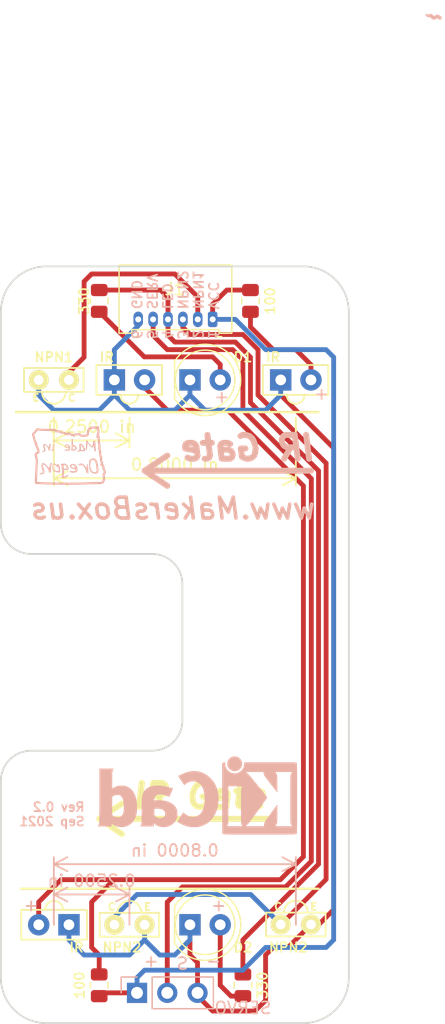
<source format=kicad_pcb>
(kicad_pcb (version 20171130) (host pcbnew "(5.1.10)-1")

  (general
    (thickness 1.6)
    (drawings 77)
    (tracks 129)
    (zones 0)
    (modules 21)
    (nets 11)
  )

  (page A)
  (title_block
    (title "Beetje 32U4 Blok")
    (date 2018-08-10)
    (rev 0.0)
    (company www.MakersBox.us)
    (comment 1 648.ken@gmail.com)
  )

  (layers
    (0 F.Cu signal)
    (31 B.Cu signal)
    (32 B.Adhes user)
    (33 F.Adhes user)
    (34 B.Paste user)
    (35 F.Paste user)
    (36 B.SilkS user)
    (37 F.SilkS user)
    (38 B.Mask user)
    (39 F.Mask user)
    (40 Dwgs.User user hide)
    (41 Cmts.User user)
    (42 Eco1.User user)
    (43 Eco2.User user)
    (44 Edge.Cuts user)
    (45 Margin user)
    (46 B.CrtYd user hide)
    (47 F.CrtYd user)
    (48 B.Fab user)
    (49 F.Fab user)
  )

  (setup
    (last_trace_width 0.25)
    (user_trace_width 0.3048)
    (user_trace_width 0.4064)
    (user_trace_width 0.6096)
    (trace_clearance 0.2)
    (zone_clearance 0.35)
    (zone_45_only no)
    (trace_min 0.2)
    (via_size 0.6)
    (via_drill 0.4)
    (via_min_size 0.4)
    (via_min_drill 0.3)
    (uvia_size 0.3)
    (uvia_drill 0.1)
    (uvias_allowed no)
    (uvia_min_size 0.2)
    (uvia_min_drill 0.1)
    (edge_width 0.15)
    (segment_width 0.2)
    (pcb_text_width 0.3)
    (pcb_text_size 1.5 1.5)
    (mod_edge_width 0.15)
    (mod_text_size 1 1)
    (mod_text_width 0.15)
    (pad_size 1.7 1.7)
    (pad_drill 0.508)
    (pad_to_mask_clearance 0)
    (aux_axis_origin 0 0)
    (grid_origin 160.274 101.219)
    (visible_elements 7FFFFFFF)
    (pcbplotparams
      (layerselection 0x010f0_ffffffff)
      (usegerberextensions true)
      (usegerberattributes true)
      (usegerberadvancedattributes true)
      (creategerberjobfile true)
      (excludeedgelayer true)
      (linewidth 0.100000)
      (plotframeref false)
      (viasonmask false)
      (mode 1)
      (useauxorigin false)
      (hpglpennumber 1)
      (hpglpenspeed 20)
      (hpglpendiameter 15.000000)
      (psnegative false)
      (psa4output false)
      (plotreference true)
      (plotvalue true)
      (plotinvisibletext false)
      (padsonsilk false)
      (subtractmaskfromsilk false)
      (outputformat 1)
      (mirror false)
      (drillshape 0)
      (scaleselection 1)
      (outputdirectory "gerbers/"))
  )

  (net 0 "")
  (net 1 GND)
  (net 2 VCC)
  (net 3 "Net-(D8-Pad2)")
  (net 4 /NPN1)
  (net 5 /NPN2)
  (net 6 /SERVO)
  (net 7 "Net-(D1-Pad2)")
  (net 8 "Net-(D2-Pad2)")
  (net 9 /LED)
  (net 10 "Net-(D3-Pad2)")

  (net_class Default "This is the default net class."
    (clearance 0.2)
    (trace_width 0.25)
    (via_dia 0.6)
    (via_drill 0.4)
    (uvia_dia 0.3)
    (uvia_drill 0.1)
    (add_net /LED)
    (add_net /NPN1)
    (add_net /NPN2)
    (add_net /SERVO)
    (add_net GND)
    (add_net "Net-(D1-Pad2)")
    (add_net "Net-(D2-Pad2)")
    (add_net "Net-(D3-Pad2)")
    (add_net "Net-(D8-Pad2)")
    (add_net VCC)
  )

  (module footprints:PHOTOTRANS (layer F.Cu) (tedit 6150B87D) (tstamp 615109A9)
    (at 52.959 134.874 180)
    (descr LTR-4206)
    (tags "PHOTOTRANS NPN")
    (path /6151660A)
    (fp_text reference Q3 (at -1.905 -1.905) (layer F.SilkS) hide
      (effects (font (size 0.8 0.8) (thickness 0.15)))
    )
    (fp_text value NPN2 (at 0.635 -1.905 180) (layer F.SilkS)
      (effects (font (size 0.8 0.8) (thickness 0.15)))
    )
    (fp_line (start -2.5 1) (end -2.5 -1) (layer F.SilkS) (width 0.15))
    (fp_line (start 2.5 1) (end -2.5 1) (layer F.SilkS) (width 0.15))
    (fp_line (start 2.5 -1) (end 2.5 1) (layer F.SilkS) (width 0.15))
    (fp_line (start -2.5 -1) (end 2.5 -1) (layer F.SilkS) (width 0.15))
    (fp_text user C (at 1.5 1.5 180) (layer F.SilkS)
      (effects (font (size 0.6 0.6) (thickness 0.15)))
    )
    (fp_text user E (at -1.5 1.5 180) (layer F.SilkS)
      (effects (font (size 0.6 0.6) (thickness 0.15)))
    )
    (fp_arc (start 0 1) (end 0 2) (angle 90) (layer F.SilkS) (width 0.15))
    (fp_arc (start 0 1) (end 1 1) (angle 90) (layer F.SilkS) (width 0.15))
    (pad 1 thru_hole circle (at 1.27 0 225) (size 1.6764 1.6764) (drill 0.8128) (layers *.Cu *.Mask F.SilkS)
      (net 5 /NPN2))
    (pad 2 thru_hole circle (at -1.27 0 180) (size 1.6764 1.6764) (drill 0.8128) (layers *.Cu *.Mask F.SilkS)
      (net 1 GND))
    (model discret/leds/led3_vertical_verde.wrl
      (at (xyz 0 0 0))
      (scale (xyz 1 1 1))
      (rotate (xyz 0 0 0))
    )
  )

  (module footprints:IR_LED (layer F.Cu) (tedit 6150B74F) (tstamp 615108A7)
    (at 51.689 89.154)
    (descr "LED, diameter 3.0mm, 2 pins")
    (tags "LED diameter 3.0mm 2 pins")
    (path /61516B26)
    (fp_text reference D3 (at 3 2) (layer F.SilkS) hide
      (effects (font (size 1 1) (thickness 0.15)))
    )
    (fp_text value IR (at -0.635 -1.905) (layer F.SilkS)
      (effects (font (size 0.8 0.8) (thickness 0.15)))
    )
    (fp_line (start 3.7 -2.25) (end -1.15 -2.25) (layer F.CrtYd) (width 0.05))
    (fp_line (start 3.7 2.25) (end 3.7 -2.25) (layer F.CrtYd) (width 0.05))
    (fp_line (start -1.15 2.25) (end 3.7 2.25) (layer F.CrtYd) (width 0.05))
    (fp_line (start -1.15 -2.25) (end -1.15 2.25) (layer F.CrtYd) (width 0.05))
    (fp_line (start -1.5 -1.25) (end 4 -1.25) (layer F.SilkS) (width 0.15))
    (fp_line (start -1.5 1.25) (end -1.5 -1.25) (layer F.SilkS) (width 0.15))
    (fp_line (start 4 1.25) (end -1.5 1.25) (layer F.SilkS) (width 0.15))
    (fp_line (start 4 -1.25) (end 4 1.25) (layer F.SilkS) (width 0.15))
    (fp_arc (start 1.25 1.25) (end 1.25 2) (angle 90) (layer F.SilkS) (width 0.15))
    (fp_arc (start 1.25 1.25) (end 2 1.25) (angle 90) (layer F.SilkS) (width 0.15))
    (pad 2 thru_hole circle (at 2.54 0) (size 1.8 1.8) (drill 0.9) (layers *.Cu *.Mask)
      (net 10 "Net-(D3-Pad2)"))
    (pad 1 thru_hole rect (at 0 0) (size 1.8 1.8) (drill 0.9) (layers *.Cu *.Mask)
      (net 1 GND))
    (model ${KISYS3DMOD}/LEDs.3dshapes/LED_D3.0mm.wrl
      (at (xyz 0 0 0))
      (scale (xyz 0.393701 0.393701 0.393701))
      (rotate (xyz 0 0 0))
    )
  )

  (module Resistor_SMD:R_0805_2012Metric (layer F.Cu) (tedit 5F68FEEE) (tstamp 614AD402)
    (at 62.484 139.954 90)
    (descr "Resistor SMD 0805 (2012 Metric), square (rectangular) end terminal, IPC_7351 nominal, (Body size source: IPC-SM-782 page 72, https://www.pcb-3d.com/wordpress/wp-content/uploads/ipc-sm-782a_amendment_1_and_2.pdf), generated with kicad-footprint-generator")
    (tags resistor)
    (path /5EF9BB07)
    (attr smd)
    (fp_text reference R13 (at 0 -1.65 90) (layer F.SilkS) hide
      (effects (font (size 1 1) (thickness 0.15)))
    )
    (fp_text value 330 (at 0 1.65 90) (layer F.SilkS)
      (effects (font (size 0.8 0.8) (thickness 0.15)))
    )
    (fp_line (start 1.68 0.95) (end -1.68 0.95) (layer F.CrtYd) (width 0.05))
    (fp_line (start 1.68 -0.95) (end 1.68 0.95) (layer F.CrtYd) (width 0.05))
    (fp_line (start -1.68 -0.95) (end 1.68 -0.95) (layer F.CrtYd) (width 0.05))
    (fp_line (start -1.68 0.95) (end -1.68 -0.95) (layer F.CrtYd) (width 0.05))
    (fp_line (start -0.227064 0.735) (end 0.227064 0.735) (layer F.SilkS) (width 0.12))
    (fp_line (start -0.227064 -0.735) (end 0.227064 -0.735) (layer F.SilkS) (width 0.12))
    (fp_line (start 1 0.625) (end -1 0.625) (layer F.Fab) (width 0.1))
    (fp_line (start 1 -0.625) (end 1 0.625) (layer F.Fab) (width 0.1))
    (fp_line (start -1 -0.625) (end 1 -0.625) (layer F.Fab) (width 0.1))
    (fp_line (start -1 0.625) (end -1 -0.625) (layer F.Fab) (width 0.1))
    (fp_text user %R (at 0 0 90) (layer F.Fab)
      (effects (font (size 0.5 0.5) (thickness 0.08)))
    )
    (pad 2 smd roundrect (at 0.9125 0 90) (size 1.025 1.4) (layers F.Cu F.Paste F.Mask) (roundrect_rratio 0.2439014634146341)
      (net 9 /LED))
    (pad 1 smd roundrect (at -0.9125 0 90) (size 1.025 1.4) (layers F.Cu F.Paste F.Mask) (roundrect_rratio 0.2439014634146341)
      (net 8 "Net-(D2-Pad2)"))
    (model ${KISYS3DMOD}/Resistor_SMD.3dshapes/R_0805_2012Metric.wrl
      (at (xyz 0 0 0))
      (scale (xyz 1 1 1))
      (rotate (xyz 0 0 0))
    )
  )

  (module Connector_Molex:Molex_PicoBlade_53048-0610_1x06_P1.25mm_Horizontal (layer F.Cu) (tedit 5B783024) (tstamp 614AC88E)
    (at 59.944 84.074 180)
    (descr "Molex PicoBlade Connector System, 53048-0610, 6 Pins per row (http://www.molex.com/pdm_docs/sd/530480210_sd.pdf), generated with kicad-footprint-generator")
    (tags "connector Molex PicoBlade top entry")
    (path /6153C25E)
    (fp_text reference J1 (at 3.175 2.54) (layer F.SilkS)
      (effects (font (size 1 1) (thickness 0.15)))
    )
    (fp_text value Gate (at 3.12 5.65) (layer F.Fab)
      (effects (font (size 1 1) (thickness 0.15)))
    )
    (fp_line (start -0.25 -1.15) (end -0.25 -1.45) (layer F.SilkS) (width 0.12))
    (fp_line (start -0.25 -1.45) (end -0.75 -1.45) (layer F.SilkS) (width 0.12))
    (fp_line (start -0.5 -0.75) (end 0 -0.042893) (layer F.Fab) (width 0.1))
    (fp_line (start 0 -0.042893) (end 0.5 -0.75) (layer F.Fab) (width 0.1))
    (fp_line (start 3.12 -1.25) (end -0.15 -1.25) (layer F.CrtYd) (width 0.05))
    (fp_line (start -0.15 -1.25) (end -0.15 -1.55) (layer F.CrtYd) (width 0.05))
    (fp_line (start -0.15 -1.55) (end -2 -1.55) (layer F.CrtYd) (width 0.05))
    (fp_line (start -2 -1.55) (end -2 4.95) (layer F.CrtYd) (width 0.05))
    (fp_line (start -2 4.95) (end 3.12 4.95) (layer F.CrtYd) (width 0.05))
    (fp_line (start 3.13 -1.25) (end 6.4 -1.25) (layer F.CrtYd) (width 0.05))
    (fp_line (start 6.4 -1.25) (end 6.4 -1.55) (layer F.CrtYd) (width 0.05))
    (fp_line (start 6.4 -1.55) (end 8.25 -1.55) (layer F.CrtYd) (width 0.05))
    (fp_line (start 8.25 -1.55) (end 8.25 4.95) (layer F.CrtYd) (width 0.05))
    (fp_line (start 8.25 4.95) (end 3.13 4.95) (layer F.CrtYd) (width 0.05))
    (fp_line (start 3.125 -0.75) (end -0.65 -0.75) (layer F.Fab) (width 0.1))
    (fp_line (start -0.65 -0.75) (end -0.65 -1.05) (layer F.Fab) (width 0.1))
    (fp_line (start -0.65 -1.05) (end -1.5 -1.05) (layer F.Fab) (width 0.1))
    (fp_line (start -1.5 -1.05) (end -1.5 4.45) (layer F.Fab) (width 0.1))
    (fp_line (start -1.5 4.45) (end 3.125 4.45) (layer F.Fab) (width 0.1))
    (fp_line (start 3.125 -0.75) (end 6.9 -0.75) (layer F.Fab) (width 0.1))
    (fp_line (start 6.9 -0.75) (end 6.9 -1.05) (layer F.Fab) (width 0.1))
    (fp_line (start 6.9 -1.05) (end 7.75 -1.05) (layer F.Fab) (width 0.1))
    (fp_line (start 7.75 -1.05) (end 7.75 4.45) (layer F.Fab) (width 0.1))
    (fp_line (start 7.75 4.45) (end 3.125 4.45) (layer F.Fab) (width 0.1))
    (fp_line (start 3.125 -0.86) (end -0.54 -0.86) (layer F.SilkS) (width 0.12))
    (fp_line (start -0.54 -0.86) (end -0.54 -1.16) (layer F.SilkS) (width 0.12))
    (fp_line (start -0.54 -1.16) (end -1.61 -1.16) (layer F.SilkS) (width 0.12))
    (fp_line (start -1.61 -1.16) (end -1.61 4.56) (layer F.SilkS) (width 0.12))
    (fp_line (start -1.61 4.56) (end 3.125 4.56) (layer F.SilkS) (width 0.12))
    (fp_line (start 3.125 -0.86) (end 6.79 -0.86) (layer F.SilkS) (width 0.12))
    (fp_line (start 6.79 -0.86) (end 6.79 -1.16) (layer F.SilkS) (width 0.12))
    (fp_line (start 6.79 -1.16) (end 7.86 -1.16) (layer F.SilkS) (width 0.12))
    (fp_line (start 7.86 -1.16) (end 7.86 4.56) (layer F.SilkS) (width 0.12))
    (fp_line (start 7.86 4.56) (end 3.125 4.56) (layer F.SilkS) (width 0.12))
    (fp_text user %R (at 3.12 3.75) (layer F.Fab)
      (effects (font (size 1 1) (thickness 0.15)))
    )
    (pad 1 thru_hole roundrect (at 0 0 180) (size 0.8 1.3) (drill 0.5) (layers *.Cu *.Mask) (roundrect_rratio 0.25)
      (net 2 VCC))
    (pad 2 thru_hole oval (at 1.25 0 180) (size 0.8 1.3) (drill 0.5) (layers *.Cu *.Mask)
      (net 4 /NPN1))
    (pad 3 thru_hole oval (at 2.5 0 180) (size 0.8 1.3) (drill 0.5) (layers *.Cu *.Mask)
      (net 5 /NPN2))
    (pad 4 thru_hole oval (at 3.75 0 180) (size 0.8 1.3) (drill 0.5) (layers *.Cu *.Mask)
      (net 9 /LED))
    (pad 5 thru_hole oval (at 5 0 180) (size 0.8 1.3) (drill 0.5) (layers *.Cu *.Mask)
      (net 6 /SERVO))
    (pad 6 thru_hole oval (at 6.25 0 180) (size 0.8 1.3) (drill 0.5) (layers *.Cu *.Mask)
      (net 1 GND))
    (model ${KISYS3DMOD}/Connector_Molex.3dshapes/Molex_PicoBlade_53048-0610_1x06_P1.25mm_Horizontal.wrl
      (at (xyz 0 0 0))
      (scale (xyz 1 1 1))
      (rotate (xyz 0 0 0))
    )
  )

  (module Connector_PinHeader_2.54mm:PinHeader_1x03_P2.54mm_Vertical (layer B.Cu) (tedit 6150B795) (tstamp 614A7ABE)
    (at 53.594 140.589 270)
    (descr "Through hole straight pin header, 1x03, 2.54mm pitch, single row")
    (tags "Through hole pin header THT 1x03 2.54mm single row")
    (path /614FE639)
    (fp_text reference J2 (at 0 2.33 90) (layer B.SilkS) hide
      (effects (font (size 1 1) (thickness 0.15)) (justify mirror))
    )
    (fp_text value SERVO (at 1.27 -8.89 180) (layer B.SilkS)
      (effects (font (size 1 1) (thickness 0.15)) (justify mirror))
    )
    (fp_line (start 1.8 1.8) (end -1.8 1.8) (layer B.CrtYd) (width 0.05))
    (fp_line (start 1.8 -6.85) (end 1.8 1.8) (layer B.CrtYd) (width 0.05))
    (fp_line (start -1.8 -6.85) (end 1.8 -6.85) (layer B.CrtYd) (width 0.05))
    (fp_line (start -1.8 1.8) (end -1.8 -6.85) (layer B.CrtYd) (width 0.05))
    (fp_line (start -1.33 1.33) (end 0 1.33) (layer B.SilkS) (width 0.12))
    (fp_line (start -1.33 0) (end -1.33 1.33) (layer B.SilkS) (width 0.12))
    (fp_line (start -1.33 -1.27) (end 1.33 -1.27) (layer B.SilkS) (width 0.12))
    (fp_line (start 1.33 -1.27) (end 1.33 -6.41) (layer B.SilkS) (width 0.12))
    (fp_line (start -1.33 -1.27) (end -1.33 -6.41) (layer B.SilkS) (width 0.12))
    (fp_line (start -1.33 -6.41) (end 1.33 -6.41) (layer B.SilkS) (width 0.12))
    (fp_line (start -1.27 0.635) (end -0.635 1.27) (layer B.Fab) (width 0.1))
    (fp_line (start -1.27 -6.35) (end -1.27 0.635) (layer B.Fab) (width 0.1))
    (fp_line (start 1.27 -6.35) (end -1.27 -6.35) (layer B.Fab) (width 0.1))
    (fp_line (start 1.27 1.27) (end 1.27 -6.35) (layer B.Fab) (width 0.1))
    (fp_line (start -0.635 1.27) (end 1.27 1.27) (layer B.Fab) (width 0.1))
    (fp_text user %R (at 0 -2.54) (layer B.Fab)
      (effects (font (size 1 1) (thickness 0.15)) (justify mirror))
    )
    (pad 1 thru_hole rect (at 0 0 270) (size 1.7 1.7) (drill 1) (layers *.Cu *.Mask)
      (net 2 VCC))
    (pad 2 thru_hole oval (at 0 -2.54 270) (size 1.7 1.7) (drill 1) (layers *.Cu *.Mask)
      (net 6 /SERVO))
    (pad 3 thru_hole oval (at 0 -5.08 270) (size 1.7 1.7) (drill 1) (layers *.Cu *.Mask)
      (net 1 GND))
    (model ${KISYS3DMOD}/Connector_PinHeader_2.54mm.3dshapes/PinHeader_1x03_P2.54mm_Vertical.wrl
      (at (xyz 0 0 0))
      (scale (xyz 1 1 1))
      (rotate (xyz 0 0 0))
    )
  )

  (module footprints:3.5mmHole (layer F.Cu) (tedit 5EFA644B) (tstamp 61492194)
    (at 67.564 139.319)
    (descr "Through hole straight pin header, 1x01, 2.54mm pitch, single row")
    (tags "Through hole pin header THT 1x01 2.54mm single row")
    (fp_text reference REF** (at 0 -2.33) (layer F.SilkS) hide
      (effects (font (size 1 1) (thickness 0.15)))
    )
    (fp_text value 3.5Hole (at 0 2.33) (layer F.Fab)
      (effects (font (size 1 1) (thickness 0.15)))
    )
    (fp_line (start -0.635 -1.27) (end 1.27 -1.27) (layer F.Fab) (width 0.1))
    (fp_line (start 1.27 1.27) (end -1.27 1.27) (layer F.Fab) (width 0.1))
    (fp_line (start -1.27 1.27) (end -1.27 -0.635) (layer F.Fab) (width 0.1))
    (fp_line (start -1.27 -0.635) (end -0.635 -1.27) (layer F.Fab) (width 0.1))
    (fp_line (start -1.8 -1.8) (end -1.8 1.8) (layer F.CrtYd) (width 0.05))
    (fp_line (start -1.8 1.8) (end 1.8 1.8) (layer F.CrtYd) (width 0.05))
    (fp_line (start 1.8 1.8) (end 1.8 -1.8) (layer F.CrtYd) (width 0.05))
    (fp_line (start 1.8 -1.8) (end -1.8 -1.8) (layer F.CrtYd) (width 0.05))
    (fp_text user %R (at 0 0 90) (layer F.Fab)
      (effects (font (size 1 1) (thickness 0.15)))
    )
    (pad "" np_thru_hole circle (at 0 0) (size 3.5 3.5) (drill 3.5) (layers *.Cu))
    (model ${KISYS3DMOD}/Pin_Headers.3dshapes/Pin_Header_Straight_1x01_Pitch2.54mm.wrl
      (at (xyz 0 0 0))
      (scale (xyz 1 1 1))
      (rotate (xyz 0 0 0))
    )
  )

  (module footprints:3.5mmHole (layer F.Cu) (tedit 5EFA644B) (tstamp 61492121)
    (at 67.564 83.439)
    (descr "Through hole straight pin header, 1x01, 2.54mm pitch, single row")
    (tags "Through hole pin header THT 1x01 2.54mm single row")
    (fp_text reference REF** (at 0 -2.33) (layer F.SilkS) hide
      (effects (font (size 1 1) (thickness 0.15)))
    )
    (fp_text value 3.5Hole (at 0 2.33) (layer F.Fab)
      (effects (font (size 1 1) (thickness 0.15)))
    )
    (fp_line (start -0.635 -1.27) (end 1.27 -1.27) (layer F.Fab) (width 0.1))
    (fp_line (start 1.27 1.27) (end -1.27 1.27) (layer F.Fab) (width 0.1))
    (fp_line (start -1.27 1.27) (end -1.27 -0.635) (layer F.Fab) (width 0.1))
    (fp_line (start -1.27 -0.635) (end -0.635 -1.27) (layer F.Fab) (width 0.1))
    (fp_line (start -1.8 -1.8) (end -1.8 1.8) (layer F.CrtYd) (width 0.05))
    (fp_line (start -1.8 1.8) (end 1.8 1.8) (layer F.CrtYd) (width 0.05))
    (fp_line (start 1.8 1.8) (end 1.8 -1.8) (layer F.CrtYd) (width 0.05))
    (fp_line (start 1.8 -1.8) (end -1.8 -1.8) (layer F.CrtYd) (width 0.05))
    (fp_text user %R (at 0 0 90) (layer F.Fab)
      (effects (font (size 1 1) (thickness 0.15)))
    )
    (pad "" np_thru_hole circle (at 0 0) (size 3.5 3.5) (drill 3.5) (layers *.Cu))
    (model ${KISYS3DMOD}/Pin_Headers.3dshapes/Pin_Header_Straight_1x01_Pitch2.54mm.wrl
      (at (xyz 0 0 0))
      (scale (xyz 1 1 1))
      (rotate (xyz 0 0 0))
    )
  )

  (module myFootPrints:MadeInOregonRev25 (layer F.Cu) (tedit 0) (tstamp 614921F1)
    (at 47.879 95.504)
    (fp_text reference VAL (at 0 0) (layer F.SilkS) hide
      (effects (font (size 1.143 1.143) (thickness 0.1778)))
    )
    (fp_text value MadeInOregonRev25 (at 0 0) (layer F.SilkS) hide
      (effects (font (size 1.143 1.143) (thickness 0.1778)))
    )
    (fp_poly (pts (xy -1.29032 -1.15062) (xy -1.28778 -1.143) (xy -1.27762 -1.1303) (xy -1.26238 -1.12776)
      (xy -1.24206 -1.14046) (xy -1.2192 -1.16332) (xy -1.1938 -1.1938) (xy -1.18364 -1.2192)
      (xy -1.18618 -1.23952) (xy -1.20142 -1.25476) (xy -1.22428 -1.26746) (xy -1.23952 -1.27508)
      (xy -1.24968 -1.27762) (xy -1.25222 -1.27762) (xy -1.25984 -1.27) (xy -1.27 -1.25222)
      (xy -1.27762 -1.22936) (xy -1.28524 -1.20142) (xy -1.29032 -1.17348) (xy -1.29032 -1.15062)) (layer B.SilkS) (width 0.00254))
    (fp_poly (pts (xy -0.381 -0.4699) (xy -0.37338 -0.45466) (xy -0.35052 -0.44196) (xy -0.31496 -0.42926)
      (xy -0.28956 -0.42164) (xy -0.25908 -0.41656) (xy -0.22098 -0.41148) (xy -0.1778 -0.40894)
      (xy -0.13716 -0.4064) (xy -0.1016 -0.4064) (xy -0.07874 -0.40894) (xy -0.02794 -0.42164)
      (xy 0.02032 -0.43942) (xy 0.05842 -0.46482) (xy 0.08636 -0.49276) (xy 0.09398 -0.50292)
      (xy 0.1016 -0.52832) (xy 0.10668 -0.56134) (xy 0.10922 -0.60198) (xy 0.10414 -0.64008)
      (xy 0.09652 -0.67564) (xy 0.09144 -0.69088) (xy 0.08128 -0.71374) (xy 0.0762 -0.73406)
      (xy 0.07366 -0.7366) (xy 0.06858 -0.76708) (xy 0.0508 -0.80264) (xy 0.02286 -0.83566)
      (xy -0.01016 -0.86868) (xy -0.04826 -0.89662) (xy -0.0889 -0.91694) (xy -0.09398 -0.91948)
      (xy -0.11176 -0.92202) (xy -0.14224 -0.92456) (xy -0.17526 -0.92456) (xy -0.21336 -0.92202)
      (xy -0.24638 -0.91694) (xy -0.27178 -0.91186) (xy -0.27686 -0.91186) (xy -0.29464 -0.89916)
      (xy -0.31242 -0.88138) (xy -0.3175 -0.87376) (xy -0.3302 -0.85598) (xy -0.33528 -0.84074)
      (xy -0.33528 -0.82042) (xy -0.33528 -0.79502) (xy -0.32512 -0.74676) (xy -0.3048 -0.70866)
      (xy -0.27178 -0.67818) (xy -0.2667 -0.67564) (xy -0.2667 -0.81788) (xy -0.26162 -0.83058)
      (xy -0.24638 -0.84582) (xy -0.21844 -0.8636) (xy -0.18288 -0.86614) (xy -0.14732 -0.85852)
      (xy -0.1143 -0.84074) (xy -0.09144 -0.81788) (xy -0.07366 -0.79502) (xy -0.05588 -0.76708)
      (xy -0.04318 -0.73914) (xy -0.03556 -0.71628) (xy -0.03302 -0.70104) (xy -0.03302 -0.6985)
      (xy -0.04318 -0.69088) (xy -0.06858 -0.68834) (xy -0.10414 -0.69088) (xy -0.14478 -0.6985)
      (xy -0.17526 -0.70612) (xy -0.19558 -0.71628) (xy -0.2159 -0.72898) (xy -0.2286 -0.74422)
      (xy -0.24638 -0.76454) (xy -0.26162 -0.7874) (xy -0.26416 -0.8001) (xy -0.2667 -0.81788)
      (xy -0.2667 -0.67564) (xy -0.26162 -0.6731) (xy -0.2413 -0.66548) (xy -0.21082 -0.65532)
      (xy -0.17526 -0.6477) (xy -0.13462 -0.64008) (xy -0.13462 -0.63754) (xy -0.09652 -0.63246)
      (xy -0.0635 -0.62484) (xy -0.0381 -0.61722) (xy -0.0254 -0.61214) (xy -0.02286 -0.61214)
      (xy -0.01016 -0.5969) (xy -0.00762 -0.57658) (xy -0.01778 -0.55372) (xy -0.04064 -0.53086)
      (xy -0.07112 -0.508) (xy -0.07874 -0.50546) (xy -0.09652 -0.49784) (xy -0.11684 -0.49276)
      (xy -0.14224 -0.49022) (xy -0.1778 -0.49022) (xy -0.18034 -0.49022) (xy -0.21844 -0.49022)
      (xy -0.26162 -0.49276) (xy -0.29718 -0.4953) (xy -0.3048 -0.49784) (xy -0.34036 -0.49784)
      (xy -0.36322 -0.4953) (xy -0.37592 -0.48768) (xy -0.381 -0.47244) (xy -0.381 -0.4699)) (layer B.SilkS) (width 0.00254))
    (fp_poly (pts (xy 0.15748 -0.47244) (xy 0.19812 -0.45212) (xy 0.2286 -0.43942) (xy 0.2667 -0.42926)
      (xy 0.30988 -0.4191) (xy 0.35052 -0.41148) (xy 0.35052 -0.71374) (xy 0.35306 -0.74422)
      (xy 0.35306 -0.7493) (xy 0.36322 -0.77216) (xy 0.37846 -0.78232) (xy 0.40132 -0.78232)
      (xy 0.42418 -0.77216) (xy 0.45212 -0.7493) (xy 0.48006 -0.72136) (xy 0.508 -0.68326)
      (xy 0.51816 -0.66294) (xy 0.5334 -0.635) (xy 0.53594 -0.61214) (xy 0.53086 -0.59436)
      (xy 0.5207 -0.58166) (xy 0.50546 -0.56642) (xy 0.48514 -0.54864) (xy 0.45974 -0.52832)
      (xy 0.43688 -0.51054) (xy 0.41402 -0.49784) (xy 0.39878 -0.48768) (xy 0.3937 -0.48768)
      (xy 0.38608 -0.4953) (xy 0.37592 -0.51308) (xy 0.37084 -0.52832) (xy 0.36322 -0.55372)
      (xy 0.35814 -0.58928) (xy 0.35306 -0.63246) (xy 0.35052 -0.67564) (xy 0.35052 -0.71374)
      (xy 0.35052 -0.41148) (xy 0.35306 -0.41148) (xy 0.3937 -0.4064) (xy 0.42926 -0.40386)
      (xy 0.45466 -0.4064) (xy 0.46228 -0.40894) (xy 0.47498 -0.41656) (xy 0.4953 -0.42926)
      (xy 0.5207 -0.4445) (xy 0.53086 -0.45212) (xy 0.57658 -0.48768) (xy 0.61214 -0.52832)
      (xy 0.64008 -0.57404) (xy 0.64516 -0.58166) (xy 0.65278 -0.60452) (xy 0.65532 -0.6223)
      (xy 0.65278 -0.64516) (xy 0.65024 -0.65024) (xy 0.62992 -0.6985) (xy 0.59944 -0.74676)
      (xy 0.5588 -0.78994) (xy 0.51562 -0.82804) (xy 0.47498 -0.85344) (xy 0.42672 -0.8763)
      (xy 0.41402 -0.88138) (xy 0.38608 -0.89154) (xy 0.36322 -0.90424) (xy 0.35052 -0.9144)
      (xy 0.3429 -0.92964) (xy 0.33528 -0.9525) (xy 0.3302 -0.98806) (xy 0.32512 -1.03378)
      (xy 0.32258 -1.08966) (xy 0.32258 -1.16078) (xy 0.32004 -1.20904) (xy 0.32004 -1.2573)
      (xy 0.32004 -1.30048) (xy 0.32004 -1.33604) (xy 0.3175 -1.36398) (xy 0.3175 -1.37922)
      (xy 0.31242 -1.38938) (xy 0.30226 -1.39446) (xy 0.28448 -1.397) (xy 0.27178 -1.397)
      (xy 0.24892 -1.397) (xy 0.23368 -1.397) (xy 0.23114 -1.39446) (xy 0.23114 -1.38684)
      (xy 0.23114 -1.36652) (xy 0.2286 -1.3335) (xy 0.2286 -1.28778) (xy 0.2286 -1.23444)
      (xy 0.22606 -1.17348) (xy 0.22606 -1.1049) (xy 0.22606 -1.0287) (xy 0.22352 -0.9779)
      (xy 0.22352 -0.88392) (xy 0.22098 -0.79756) (xy 0.21844 -0.7239) (xy 0.2159 -0.6604)
      (xy 0.2159 -0.6096) (xy 0.21336 -0.5715) (xy 0.21082 -0.5461) (xy 0.20828 -0.53594)
      (xy 0.19812 -0.51308) (xy 0.18034 -0.49276) (xy 0.1778 -0.49022) (xy 0.15748 -0.47244)) (layer B.SilkS) (width 0.00254))
    (fp_poly (pts (xy -1.4859 -0.44704) (xy -1.47574 -0.43688) (xy -1.45542 -0.42418) (xy -1.43002 -0.41402)
      (xy -1.40462 -0.40386) (xy -1.38176 -0.40132) (xy -1.35382 -0.40132) (xy -1.3208 -0.40386)
      (xy -1.31318 -0.40386) (xy -1.29032 -0.41148) (xy -1.27508 -0.42164) (xy -1.27 -0.42418)
      (xy -1.27 -0.43434) (xy -1.26746 -0.45974) (xy -1.26492 -0.49276) (xy -1.26238 -0.53594)
      (xy -1.25984 -0.5842) (xy -1.2573 -0.63754) (xy -1.25476 -0.69342) (xy -1.25476 -0.75184)
      (xy -1.25222 -0.80518) (xy -1.25222 -0.85598) (xy -1.25222 -0.88138) (xy -1.25222 -0.9144)
      (xy -1.25222 -0.93472) (xy -1.25476 -0.94742) (xy -1.25984 -0.9525) (xy -1.26746 -0.95504)
      (xy -1.27 -0.95504) (xy -1.29794 -0.95504) (xy -1.3208 -0.94234) (xy -1.33096 -0.9271)
      (xy -1.3335 -0.9144) (xy -1.33858 -0.889) (xy -1.34112 -0.85344) (xy -1.3462 -0.81026)
      (xy -1.35128 -0.76454) (xy -1.35382 -0.75438) (xy -1.3589 -0.68834) (xy -1.36398 -0.63246)
      (xy -1.3716 -0.58928) (xy -1.37668 -0.55626) (xy -1.38176 -0.5334) (xy -1.39192 -0.51308)
      (xy -1.40208 -0.50038) (xy -1.41478 -0.49022) (xy -1.43002 -0.4826) (xy -1.4478 -0.47244)
      (xy -1.47066 -0.46228) (xy -1.48336 -0.45212) (xy -1.4859 -0.44704)) (layer B.SilkS) (width 0.00254))
    (fp_poly (pts (xy 1.39954 -0.5207) (xy 1.40208 -0.508) (xy 1.40208 -0.50546) (xy 1.41224 -0.50292)
      (xy 1.4351 -0.50038) (xy 1.4605 -0.4953) (xy 1.46304 -0.4953) (xy 1.51384 -0.49022)
      (xy 1.51892 -0.53848) (xy 1.52146 -0.5588) (xy 1.524 -0.59182) (xy 1.52654 -0.635)
      (xy 1.53162 -0.68326) (xy 1.53416 -0.73914) (xy 1.53924 -0.79502) (xy 1.54432 -0.86614)
      (xy 1.5494 -0.92456) (xy 1.55448 -0.97028) (xy 1.55956 -1.00584) (xy 1.5621 -1.03124)
      (xy 1.56718 -1.04648) (xy 1.57226 -1.0541) (xy 1.57734 -1.05664) (xy 1.57988 -1.05664)
      (xy 1.5875 -1.04902) (xy 1.6002 -1.03378) (xy 1.62052 -1.00838) (xy 1.64592 -0.97536)
      (xy 1.67386 -0.9398) (xy 1.67894 -0.93472) (xy 1.7272 -0.87122) (xy 1.77038 -0.81788)
      (xy 1.80594 -0.77724) (xy 1.83896 -0.74422) (xy 1.86436 -0.72136) (xy 1.88976 -0.70612)
      (xy 1.905 -0.6985) (xy 1.92786 -0.68834) (xy 1.94564 -0.68072) (xy 1.95072 -0.67564)
      (xy 1.96596 -0.66802) (xy 1.98628 -0.66548) (xy 2.0066 -0.6731) (xy 2.01422 -0.67818)
      (xy 2.02438 -0.69088) (xy 2.03708 -0.7112) (xy 2.05486 -0.7366) (xy 2.07518 -0.76708)
      (xy 2.09042 -0.78232) (xy 2.09804 -0.78486) (xy 2.10312 -0.78486) (xy 2.1082 -0.77978)
      (xy 2.11074 -0.77216) (xy 2.11328 -0.75946) (xy 2.11582 -0.73914) (xy 2.1209 -0.70866)
      (xy 2.12344 -0.66802) (xy 2.12598 -0.61722) (xy 2.12852 -0.56388) (xy 2.1336 -0.49784)
      (xy 2.13868 -0.44704) (xy 2.14376 -0.40894) (xy 2.14884 -0.38608) (xy 2.15392 -0.37592)
      (xy 2.16662 -0.37084) (xy 2.18948 -0.36576) (xy 2.21488 -0.36576) (xy 2.23774 -0.36576)
      (xy 2.25806 -0.37084) (xy 2.27076 -0.381) (xy 2.27584 -0.39624) (xy 2.2733 -0.42164)
      (xy 2.26568 -0.44958) (xy 2.25806 -0.47752) (xy 2.25044 -0.50546) (xy 2.24536 -0.53594)
      (xy 2.24028 -0.56896) (xy 2.23774 -0.6096) (xy 2.23266 -0.65532) (xy 2.23012 -0.70866)
      (xy 2.22758 -0.7747) (xy 2.2225 -0.8509) (xy 2.21996 -0.9398) (xy 2.21996 -0.98298)
      (xy 2.21488 -1.0541) (xy 2.21234 -1.10998) (xy 2.2098 -1.1557) (xy 2.20726 -1.18872)
      (xy 2.20218 -1.21666) (xy 2.19964 -1.23444) (xy 2.19202 -1.24714) (xy 2.1844 -1.25476)
      (xy 2.16916 -1.26238) (xy 2.14376 -1.26238) (xy 2.11836 -1.26238) (xy 2.09296 -1.2573)
      (xy 2.09042 -1.25476) (xy 2.07264 -1.24714) (xy 2.05994 -1.2319) (xy 2.04978 -1.20904)
      (xy 2.04216 -1.17348) (xy 2.03454 -1.13792) (xy 2.0193 -1.04394) (xy 2.00152 -0.96266)
      (xy 1.98628 -0.89662) (xy 1.9685 -0.84582) (xy 1.95072 -0.81026) (xy 1.9431 -0.79756)
      (xy 1.93294 -0.7874) (xy 1.92024 -0.7874) (xy 1.905 -0.79248) (xy 1.88722 -0.80264)
      (xy 1.85928 -0.8255) (xy 1.8288 -0.85852) (xy 1.79324 -0.89408) (xy 1.75514 -0.93726)
      (xy 1.71704 -0.98044) (xy 1.68148 -1.02616) (xy 1.64846 -1.07188) (xy 1.61798 -1.11252)
      (xy 1.59512 -1.14808) (xy 1.57734 -1.17602) (xy 1.57226 -1.1938) (xy 1.55956 -1.23698)
      (xy 1.54432 -1.27) (xy 1.524 -1.28778) (xy 1.50368 -1.29032) (xy 1.49606 -1.29032)
      (xy 1.48336 -1.28016) (xy 1.4732 -1.26492) (xy 1.46558 -1.23952) (xy 1.45796 -1.20396)
      (xy 1.45288 -1.15824) (xy 1.45034 -1.09982) (xy 1.45034 -1.0287) (xy 1.45034 -0.98552)
      (xy 1.4478 -0.89916) (xy 1.44526 -0.82804) (xy 1.44018 -0.76708) (xy 1.4351 -0.71374)
      (xy 1.42748 -0.67056) (xy 1.41986 -0.64262) (xy 1.4097 -0.6096) (xy 1.40208 -0.57404)
      (xy 1.39954 -0.54356) (xy 1.39954 -0.5207)) (layer B.SilkS) (width 0.00254))
    (fp_poly (pts (xy 0.6985 -0.33528) (xy 0.6985 -0.32766) (xy 0.70866 -0.32258) (xy 0.73152 -0.32258)
      (xy 0.762 -0.32258) (xy 0.8001 -0.32512) (xy 0.84074 -0.33274) (xy 0.8509 -0.33274)
      (xy 0.89408 -0.3429) (xy 0.93726 -0.35814) (xy 0.96266 -0.3683) (xy 0.98806 -0.37846)
      (xy 0.9906 -0.381) (xy 0.9906 -0.77724) (xy 0.9906 -0.81534) (xy 0.9906 -0.84328)
      (xy 0.99314 -0.86106) (xy 0.99568 -0.87376) (xy 0.99822 -0.88138) (xy 1.0033 -0.88646)
      (xy 1.01092 -0.89408) (xy 1.01854 -0.89408) (xy 1.0287 -0.88392) (xy 1.04394 -0.86868)
      (xy 1.06426 -0.84328) (xy 1.08458 -0.8128) (xy 1.10236 -0.78486) (xy 1.1176 -0.75692)
      (xy 1.13792 -0.71882) (xy 1.15824 -0.68326) (xy 1.1684 -0.66548) (xy 1.1938 -0.6223)
      (xy 1.20904 -0.58928) (xy 1.2192 -0.56134) (xy 1.22428 -0.53594) (xy 1.22428 -0.51054)
      (xy 1.22428 -0.508) (xy 1.22174 -0.48768) (xy 1.21412 -0.47498) (xy 1.19888 -0.46482)
      (xy 1.17602 -0.45974) (xy 1.143 -0.4572) (xy 1.1049 -0.45466) (xy 1.0668 -0.4572)
      (xy 1.03886 -0.4572) (xy 1.02362 -0.46228) (xy 1.016 -0.46736) (xy 1.00838 -0.48514)
      (xy 1.0033 -0.51562) (xy 0.99822 -0.56388) (xy 0.99314 -0.62484) (xy 0.9906 -0.70104)
      (xy 0.9906 -0.72644) (xy 0.9906 -0.77724) (xy 0.9906 -0.381) (xy 1.00584 -0.38608)
      (xy 1.01854 -0.38608) (xy 1.0287 -0.38354) (xy 1.05664 -0.37338) (xy 1.08712 -0.37084)
      (xy 1.12776 -0.3683) (xy 1.17602 -0.37084) (xy 1.19888 -0.37338) (xy 1.25222 -0.37846)
      (xy 1.29032 -0.38354) (xy 1.31572 -0.39116) (xy 1.33604 -0.40386) (xy 1.3462 -0.4191)
      (xy 1.35128 -0.43942) (xy 1.35128 -0.4699) (xy 1.35128 -0.48006) (xy 1.35128 -0.51562)
      (xy 1.3462 -0.54864) (xy 1.33604 -0.58166) (xy 1.3208 -0.61722) (xy 1.30048 -0.6604)
      (xy 1.27254 -0.70866) (xy 1.24968 -0.74422) (xy 1.22936 -0.77724) (xy 1.20904 -0.81026)
      (xy 1.19126 -0.84074) (xy 1.18618 -0.84582) (xy 1.16078 -0.88646) (xy 1.12268 -0.92456)
      (xy 1.08204 -0.96012) (xy 1.04394 -0.98806) (xy 1.03124 -0.99568) (xy 0.98806 -1.01092)
      (xy 0.9525 -1.016) (xy 0.91948 -1.00838) (xy 0.89662 -0.98806) (xy 0.88138 -0.96012)
      (xy 0.87884 -0.94742) (xy 0.8763 -0.92964) (xy 0.8763 -0.9017) (xy 0.87884 -0.8636)
      (xy 0.88138 -0.81788) (xy 0.88392 -0.76708) (xy 0.88392 -0.75184) (xy 0.88646 -0.68834)
      (xy 0.889 -0.63754) (xy 0.889 -0.59944) (xy 0.889 -0.56896) (xy 0.88392 -0.5461)
      (xy 0.87884 -0.53086) (xy 0.87122 -0.5207) (xy 0.8636 -0.51054) (xy 0.84836 -0.49276)
      (xy 0.83566 -0.4699) (xy 0.8255 -0.44704) (xy 0.80518 -0.42418) (xy 0.77978 -0.40386)
      (xy 0.75438 -0.39116) (xy 0.74422 -0.38862) (xy 0.73152 -0.381) (xy 0.71628 -0.36576)
      (xy 0.70612 -0.34798) (xy 0.6985 -0.33528)) (layer B.SilkS) (width 0.00254))
    (fp_poly (pts (xy -2.27076 -0.31496) (xy -2.26568 -0.30734) (xy -2.2606 -0.30226) (xy -2.24028 -0.29972)
      (xy -2.21234 -0.29972) (xy -2.17678 -0.30226) (xy -2.14122 -0.3048) (xy -2.1209 -0.30988)
      (xy -2.08026 -0.32258) (xy -2.04216 -0.34036) (xy -2.00914 -0.35814) (xy -1.99136 -0.37338)
      (xy -1.98374 -0.38354) (xy -1.97866 -0.39624) (xy -1.97612 -0.41656) (xy -1.97612 -0.44704)
      (xy -1.97612 -0.4572) (xy -1.97866 -0.49784) (xy -1.9812 -0.52832) (xy -1.98882 -0.5588)
      (xy -1.99898 -0.58166) (xy -2.0193 -0.6477) (xy -2.03708 -0.70866) (xy -2.04724 -0.762)
      (xy -2.05486 -0.81026) (xy -2.05232 -0.8509) (xy -2.04724 -0.87884) (xy -2.03454 -0.89662)
      (xy -2.02946 -0.89916) (xy -2.01422 -0.89916) (xy -1.9939 -0.89154) (xy -1.9685 -0.87376)
      (xy -1.93548 -0.84582) (xy -1.90754 -0.82042) (xy -1.83896 -0.7493) (xy -1.78816 -0.67564)
      (xy -1.74752 -0.60452) (xy -1.72212 -0.52832) (xy -1.7145 -0.48768) (xy -1.70688 -0.45212)
      (xy -1.7018 -0.42926) (xy -1.69164 -0.41656) (xy -1.6764 -0.41148) (xy -1.651 -0.41402)
      (xy -1.6256 -0.4191) (xy -1.58496 -0.42672) (xy -1.58242 -0.508) (xy -1.57734 -0.65024)
      (xy -1.55956 -0.80264) (xy -1.5494 -0.86868) (xy -1.54432 -0.90678) (xy -1.53924 -0.94234)
      (xy -1.53416 -0.96774) (xy -1.53162 -0.98298) (xy -1.53162 -0.98552) (xy -1.5367 -0.99314)
      (xy -1.55194 -0.99314) (xy -1.5748 -0.9906) (xy -1.59258 -0.98298) (xy -1.60528 -0.97282)
      (xy -1.61544 -0.96266) (xy -1.6256 -0.94488) (xy -1.63576 -0.91948) (xy -1.64592 -0.88392)
      (xy -1.65862 -0.83566) (xy -1.66116 -0.82042) (xy -1.67132 -0.78232) (xy -1.67894 -0.7493)
      (xy -1.68656 -0.7239) (xy -1.69418 -0.7112) (xy -1.69418 -0.70866) (xy -1.7018 -0.7112)
      (xy -1.71958 -0.7239) (xy -1.75006 -0.7493) (xy -1.78816 -0.78232) (xy -1.8161 -0.81026)
      (xy -1.87198 -0.8636) (xy -1.9177 -0.90424) (xy -1.95326 -0.93726) (xy -1.98374 -0.96012)
      (xy -2.00914 -0.97536) (xy -2.02692 -0.98298) (xy -2.04216 -0.98552) (xy -2.07518 -0.98044)
      (xy -2.1082 -0.96266) (xy -2.1336 -0.9398) (xy -2.14122 -0.92964) (xy -2.1463 -0.91948)
      (xy -2.15138 -0.90678) (xy -2.15138 -0.889) (xy -2.15138 -0.8636) (xy -2.15138 -0.8255)
      (xy -2.14884 -0.81788) (xy -2.14884 -0.77724) (xy -2.1463 -0.74676) (xy -2.14122 -0.72136)
      (xy -2.13614 -0.6985) (xy -2.12598 -0.6731) (xy -2.1209 -0.65278) (xy -2.09804 -0.59436)
      (xy -2.08534 -0.53848) (xy -2.07772 -0.49022) (xy -2.07772 -0.44958) (xy -2.08534 -0.42418)
      (xy -2.10058 -0.40386) (xy -2.13106 -0.38354) (xy -2.17678 -0.3683) (xy -2.21488 -0.3556)
      (xy -2.24536 -0.34036) (xy -2.26314 -0.32766) (xy -2.27076 -0.31496)) (layer B.SilkS) (width 0.00254))
    (fp_poly (pts (xy -1.38938 0.9398) (xy -1.38684 0.9906) (xy -1.38684 1.03886) (xy -1.3843 1.08458)
      (xy -1.38176 1.12522) (xy -1.37668 1.1557) (xy -1.37414 1.1684) (xy -1.36144 1.19634)
      (xy -1.33096 1.2319) (xy -1.31826 1.2446) (xy -1.29794 1.26238) (xy -1.29794 0.9017)
      (xy -1.29794 0.85598) (xy -1.2954 0.82042) (xy -1.29286 0.81788) (xy -1.28016 0.78994)
      (xy -1.26238 0.76708) (xy -1.23952 0.75184) (xy -1.22174 0.74676) (xy -1.2065 0.75184)
      (xy -1.18618 0.762) (xy -1.16078 0.77978) (xy -1.13792 0.8001) (xy -1.10998 0.82296)
      (xy -1.08204 0.8509) (xy -1.05156 0.87884) (xy -1.02616 0.90678) (xy -1.00584 0.92964)
      (xy -0.9906 0.94996) (xy -0.98552 0.96012) (xy -0.98298 0.97028) (xy -0.96774 0.9779)
      (xy -0.94234 0.98044) (xy -0.92456 0.98044) (xy -0.88646 0.98298) (xy -0.8763 1.016)
      (xy -0.87122 1.03632) (xy -0.86614 1.06934) (xy -0.86106 1.1049) (xy -0.85852 1.12268)
      (xy -0.85598 1.17348) (xy -0.85598 1.2192) (xy -0.86106 1.25476) (xy -0.86868 1.2827)
      (xy -0.87884 1.29286) (xy -0.9017 1.30556) (xy -0.93218 1.31064) (xy -0.97536 1.3081)
      (xy -1.02616 1.29794) (xy -1.06934 1.28778) (xy -1.12522 1.26746) (xy -1.1684 1.24714)
      (xy -1.20396 1.2192) (xy -1.22936 1.18618) (xy -1.25222 1.14554) (xy -1.26492 1.10744)
      (xy -1.27762 1.05918) (xy -1.28778 1.00584) (xy -1.2954 0.9525) (xy -1.29794 0.9017)
      (xy -1.29794 1.26238) (xy -1.27508 1.2827) (xy -1.22174 1.31572) (xy -1.15824 1.3462)
      (xy -1.08458 1.3716) (xy -0.99822 1.397) (xy -0.9271 1.41224) (xy -0.889 1.41986)
      (xy -0.85598 1.42748) (xy -0.83058 1.43256) (xy -0.81534 1.4351) (xy -0.8128 1.4351)
      (xy -0.80264 1.42748) (xy -0.78994 1.41478) (xy -0.77724 1.39954) (xy -0.75692 1.36906)
      (xy -0.74422 1.3335) (xy -0.7366 1.29286) (xy -0.73152 1.24206) (xy -0.73152 1.22174)
      (xy -0.7366 1.14046) (xy -0.74676 1.06426) (xy -0.76454 0.9906) (xy -0.79248 0.9144)
      (xy -0.8255 0.84074) (xy -0.84074 0.80772) (xy -0.85598 0.77724) (xy -0.86614 0.75438)
      (xy -0.87122 0.74168) (xy -0.88138 0.7239) (xy -0.90424 0.7112) (xy -0.92964 0.70612)
      (xy -0.9525 0.7112) (xy -0.97282 0.72136) (xy -0.98044 0.7366) (xy -0.98552 0.75692)
      (xy -0.98552 0.75946) (xy -0.9906 0.77978) (xy -1.0033 0.78994) (xy -1.01854 0.78486)
      (xy -1.04394 0.76962) (xy -1.04648 0.76708) (xy -1.1049 0.7239) (xy -1.1557 0.69342)
      (xy -1.20142 0.6731) (xy -1.24206 0.66548) (xy -1.27762 0.66802) (xy -1.31318 0.68326)
      (xy -1.32334 0.68834) (xy -1.3462 0.70866) (xy -1.36144 0.7366) (xy -1.37414 0.77216)
      (xy -1.38176 0.82042) (xy -1.38684 0.85344) (xy -1.38684 0.89408) (xy -1.38938 0.9398)) (layer B.SilkS) (width 0.00254))
    (fp_poly (pts (xy 0.0381 1.34112) (xy 0.0381 1.35636) (xy 0.04572 1.36652) (xy 0.0635 1.37922)
      (xy 0.06604 1.38176) (xy 0.1016 1.39446) (xy 0.14732 1.40716) (xy 0.20066 1.41732)
      (xy 0.25908 1.42494) (xy 0.32004 1.43002) (xy 0.381 1.43256) (xy 0.43688 1.43002)
      (xy 0.4826 1.42494) (xy 0.49784 1.4224) (xy 0.55626 1.40462) (xy 0.6096 1.37922)
      (xy 0.65532 1.34874) (xy 0.68834 1.31572) (xy 0.70358 1.29032) (xy 0.7112 1.26746)
      (xy 0.71374 1.23444) (xy 0.71628 1.20142) (xy 0.71882 1.16332) (xy 0.71628 1.12522)
      (xy 0.71374 1.0922) (xy 0.70866 1.0668) (xy 0.70104 1.04902) (xy 0.69342 1.04648)
      (xy 0.68834 1.03886) (xy 0.68072 1.02362) (xy 0.67564 1.00076) (xy 0.6731 0.98044)
      (xy 0.6731 0.97028) (xy 0.66802 0.94996) (xy 0.65786 0.91948) (xy 0.64008 0.889)
      (xy 0.6223 0.85598) (xy 0.60198 0.83058) (xy 0.59944 0.83058) (xy 0.57658 0.80772)
      (xy 0.5461 0.78232) (xy 0.508 0.75692) (xy 0.47244 0.73406) (xy 0.43942 0.71882)
      (xy 0.42672 0.71374) (xy 0.4064 0.7112) (xy 0.37846 0.7112) (xy 0.3429 0.7112)
      (xy 0.32004 0.71374) (xy 0.2667 0.71628) (xy 0.22606 0.72136) (xy 0.19558 0.72644)
      (xy 0.17272 0.7366) (xy 0.15494 0.74676) (xy 0.14732 0.75438) (xy 0.11938 0.78486)
      (xy 0.10414 0.82042) (xy 0.09906 0.8636) (xy 0.09906 0.88392) (xy 0.10668 0.94488)
      (xy 0.127 0.99314) (xy 0.15748 1.03124) (xy 0.19558 1.06172) (xy 0.19558 0.85598)
      (xy 0.20828 0.83312) (xy 0.23114 0.8128) (xy 0.26162 0.8001) (xy 0.29718 0.79248)
      (xy 0.33782 0.79502) (xy 0.35306 0.8001) (xy 0.38608 0.81534) (xy 0.4191 0.84328)
      (xy 0.45212 0.87884) (xy 0.4826 0.92202) (xy 0.50546 0.96774) (xy 0.508 0.9779)
      (xy 0.51562 1.0033) (xy 0.51816 1.02108) (xy 0.51308 1.03378) (xy 0.50038 1.0414)
      (xy 0.47498 1.0414) (xy 0.43942 1.03632) (xy 0.39116 1.02616) (xy 0.3683 1.02362)
      (xy 0.33528 1.01346) (xy 0.3048 1.0033) (xy 0.28194 0.99568) (xy 0.27432 0.9906)
      (xy 0.254 0.97282) (xy 0.23368 0.94742) (xy 0.21336 0.91948) (xy 0.20066 0.89408)
      (xy 0.19812 0.88392) (xy 0.19558 0.85598) (xy 0.19558 1.06172) (xy 0.19812 1.06172)
      (xy 0.2286 1.07442) (xy 0.24892 1.08204) (xy 0.26924 1.08966) (xy 0.28956 1.09474)
      (xy 0.3175 1.09982) (xy 0.35306 1.10744) (xy 0.39878 1.11506) (xy 0.41656 1.1176)
      (xy 0.4699 1.12776) (xy 0.51054 1.13792) (xy 0.53848 1.15316) (xy 0.55372 1.1684)
      (xy 0.55626 1.18872) (xy 0.54864 1.21158) (xy 0.54864 1.21412) (xy 0.52578 1.2446)
      (xy 0.49022 1.27254) (xy 0.4445 1.29794) (xy 0.39624 1.31318) (xy 0.34036 1.3208)
      (xy 0.27686 1.3208) (xy 0.2032 1.31064) (xy 0.18796 1.3081) (xy 0.14986 1.30048)
      (xy 0.12446 1.2954) (xy 0.10668 1.2954) (xy 0.09398 1.2954) (xy 0.08128 1.29794)
      (xy 0.06858 1.30556) (xy 0.0508 1.31572) (xy 0.04064 1.33096) (xy 0.0381 1.34112)) (layer B.SilkS) (width 0.00254))
    (fp_poly (pts (xy 0.77978 0.74168) (xy 0.7874 0.75946) (xy 0.8001 0.7747) (xy 0.83566 0.80264)
      (xy 0.87376 0.81788) (xy 0.91948 0.82042) (xy 0.97028 0.81026) (xy 0.98298 0.80772)
      (xy 1.0287 0.79502) (xy 1.07188 0.79248) (xy 1.10998 0.80264) (xy 1.15062 0.8255)
      (xy 1.1938 0.86106) (xy 1.22428 0.889) (xy 1.28778 0.96266) (xy 1.33858 1.03378)
      (xy 1.37922 1.10998) (xy 1.4097 1.18872) (xy 1.43256 1.27762) (xy 1.44526 1.34366)
      (xy 1.45288 1.39446) (xy 1.4605 1.43002) (xy 1.46812 1.45542) (xy 1.47574 1.46812)
      (xy 1.48336 1.4732) (xy 1.49352 1.47574) (xy 1.51638 1.47828) (xy 1.54686 1.48336)
      (xy 1.56464 1.48336) (xy 1.6383 1.48844) (xy 1.63322 1.45034) (xy 1.63068 1.4351)
      (xy 1.63068 1.40462) (xy 1.62814 1.36398) (xy 1.6256 1.31572) (xy 1.6256 1.2573)
      (xy 1.62306 1.19634) (xy 1.62052 1.1303) (xy 1.62052 1.10998) (xy 1.62052 1.04394)
      (xy 1.61798 0.98044) (xy 1.61544 0.92456) (xy 1.6129 0.87376) (xy 1.61036 0.83312)
      (xy 1.61036 0.80264) (xy 1.60782 0.78486) (xy 1.60782 0.78232) (xy 1.59512 0.7493)
      (xy 1.57734 0.73152) (xy 1.55702 0.72644) (xy 1.5367 0.73406) (xy 1.52146 0.74422)
      (xy 1.50114 0.76962) (xy 1.49098 0.79502) (xy 1.48844 0.82296) (xy 1.49098 0.84582)
      (xy 1.49098 0.87122) (xy 1.49098 0.9017) (xy 1.48844 0.93218) (xy 1.4859 0.9652)
      (xy 1.48082 0.9906) (xy 1.47574 1.00838) (xy 1.47066 1.016) (xy 1.45796 1.01092)
      (xy 1.44018 0.99568) (xy 1.41986 0.97536) (xy 1.39446 0.94996) (xy 1.37414 0.92456)
      (xy 1.35382 0.89916) (xy 1.34112 0.88138) (xy 1.34112 0.87884) (xy 1.31826 0.84074)
      (xy 1.28778 0.80264) (xy 1.24714 0.76454) (xy 1.20142 0.72898) (xy 1.1557 0.6985)
      (xy 1.11252 0.67818) (xy 1.1049 0.67564) (xy 1.06426 0.66802) (xy 1.016 0.66548)
      (xy 0.96012 0.67056) (xy 0.9017 0.68072) (xy 0.87884 0.68834) (xy 0.83312 0.70104)
      (xy 0.80264 0.71374) (xy 0.78486 0.72644) (xy 0.77978 0.74168)) (layer B.SilkS) (width 0.00254))
    (fp_poly (pts (xy 1.69672 0.45974) (xy 1.69672 0.49784) (xy 1.69672 0.54356) (xy 1.69926 0.59944)
      (xy 1.7018 0.65786) (xy 1.7018 0.72136) (xy 1.70434 0.78486) (xy 1.70688 0.84836)
      (xy 1.70942 0.90678) (xy 1.71196 0.96012) (xy 1.7145 1.0033) (xy 1.71704 1.03886)
      (xy 1.71958 1.05664) (xy 1.7272 1.11252) (xy 1.74244 1.16332) (xy 1.7526 1.19634)
      (xy 1.76784 1.22936) (xy 1.78054 1.26238) (xy 1.78562 1.27762) (xy 1.78562 0.90424)
      (xy 1.78562 0.86614) (xy 1.78816 0.81788) (xy 1.78816 0.77978) (xy 1.7907 0.70358)
      (xy 1.79578 0.63754) (xy 1.80086 0.5842) (xy 1.80848 0.54102) (xy 1.8161 0.50292)
      (xy 1.8288 0.47244) (xy 1.83642 0.4572) (xy 1.85674 0.42418) (xy 1.8796 0.40386)
      (xy 1.91262 0.39116) (xy 1.95326 0.38862) (xy 1.9812 0.38862) (xy 1.99898 0.38354)
      (xy 2.01168 0.37592) (xy 2.01676 0.37084) (xy 2.03708 0.35306) (xy 2.05994 0.35052)
      (xy 2.0828 0.36068) (xy 2.11074 0.38354) (xy 2.11836 0.39116) (xy 2.15646 0.43942)
      (xy 2.19202 0.50038) (xy 2.2225 0.57404) (xy 2.25044 0.65532) (xy 2.2733 0.74676)
      (xy 2.286 0.80772) (xy 2.29362 0.86614) (xy 2.30124 0.92964) (xy 2.30632 0.99568)
      (xy 2.3114 1.06172) (xy 2.31394 1.12522) (xy 2.31648 1.18364) (xy 2.31648 1.23698)
      (xy 2.31394 1.28016) (xy 2.30886 1.31064) (xy 2.30886 1.31572) (xy 2.29362 1.34874)
      (xy 2.26822 1.37922) (xy 2.24028 1.39954) (xy 2.22758 1.40208) (xy 2.20726 1.40716)
      (xy 2.19202 1.4097) (xy 2.17424 1.4097) (xy 2.15138 1.40716) (xy 2.14376 1.40462)
      (xy 2.09296 1.38938) (xy 2.03962 1.36398) (xy 1.98882 1.3335) (xy 1.94564 1.29794)
      (xy 1.91008 1.25984) (xy 1.90246 1.24968) (xy 1.88976 1.22682) (xy 1.87452 1.1938)
      (xy 1.85674 1.15316) (xy 1.83896 1.10998) (xy 1.82118 1.0668) (xy 1.80594 1.02616)
      (xy 1.79578 0.99568) (xy 1.79578 0.99314) (xy 1.79324 0.97536) (xy 1.78816 0.95504)
      (xy 1.78816 0.93218) (xy 1.78562 0.90424) (xy 1.78562 1.27762) (xy 1.7907 1.29286)
      (xy 1.79324 1.29794) (xy 1.81356 1.33096) (xy 1.84404 1.36906) (xy 1.88468 1.40462)
      (xy 1.93294 1.44018) (xy 1.94818 1.4478) (xy 1.9685 1.4605) (xy 1.98882 1.47066)
      (xy 2.00914 1.47828) (xy 2.032 1.4859) (xy 2.06248 1.49098) (xy 2.10058 1.4986)
      (xy 2.15138 1.50876) (xy 2.159 1.50876) (xy 2.20726 1.51638) (xy 2.24028 1.52146)
      (xy 2.26822 1.524) (xy 2.28854 1.52146) (xy 2.30632 1.51892) (xy 2.3241 1.5113)
      (xy 2.32918 1.50876) (xy 2.3622 1.48844) (xy 2.39776 1.4605) (xy 2.42824 1.42748)
      (xy 2.4511 1.39446) (xy 2.45364 1.38938) (xy 2.46634 1.36398) (xy 2.47396 1.33604)
      (xy 2.47904 1.3081) (xy 2.48158 1.27254) (xy 2.48158 1.2319) (xy 2.47904 1.18364)
      (xy 2.47396 1.12522) (xy 2.46634 1.05664) (xy 2.45618 0.97536) (xy 2.44856 0.92964)
      (xy 2.43332 0.81788) (xy 2.413 0.71882) (xy 2.39522 0.62992) (xy 2.3749 0.55626)
      (xy 2.35458 0.49022) (xy 2.32918 0.43434) (xy 2.30378 0.38354) (xy 2.27584 0.3429)
      (xy 2.25044 0.31242) (xy 2.20472 0.27178) (xy 2.15392 0.24384) (xy 2.09804 0.2286)
      (xy 2.0447 0.22352) (xy 2.01676 0.22606) (xy 1.99898 0.23114) (xy 1.9812 0.2413)
      (xy 1.9812 0.24384) (xy 1.9558 0.25908) (xy 1.92024 0.2667) (xy 1.91262 0.26924)
      (xy 1.87706 0.27432) (xy 1.84404 0.28956) (xy 1.81102 0.31242) (xy 1.77292 0.34544)
      (xy 1.75006 0.3683) (xy 1.72466 0.3937) (xy 1.70942 0.41148) (xy 1.7018 0.42672)
      (xy 1.69672 0.43942) (xy 1.69672 0.45466) (xy 1.69672 0.45974)) (layer B.SilkS) (width 0.00254))
    (fp_poly (pts (xy -2.47904 1.55448) (xy -2.47142 1.56464) (xy -2.47142 1.56718) (xy -2.45364 1.5748)
      (xy -2.4257 1.57988) (xy -2.39014 1.58242) (xy -2.3495 1.57988) (xy -2.30886 1.57734)
      (xy -2.29108 1.57226) (xy -2.24536 1.5621) (xy -2.1971 1.54686) (xy -2.15392 1.52654)
      (xy -2.11836 1.50622) (xy -2.0955 1.49098) (xy -2.08026 1.47828) (xy -2.07264 1.46558)
      (xy -2.06756 1.44526) (xy -2.06248 1.41986) (xy -2.05994 1.41224) (xy -2.0574 1.35636)
      (xy -2.06248 1.30048) (xy -2.07518 1.23698) (xy -2.09804 1.16586) (xy -2.10312 1.14808)
      (xy -2.13106 1.0668) (xy -2.15138 0.99568) (xy -2.16408 0.93218) (xy -2.16916 0.87376)
      (xy -2.16916 0.86614) (xy -2.16662 0.81788) (xy -2.159 0.77978) (xy -2.1463 0.75692)
      (xy -2.12598 0.74676) (xy -2.10058 0.75184) (xy -2.0955 0.75184) (xy -2.07772 0.76454)
      (xy -2.04978 0.78486) (xy -2.0193 0.81026) (xy -1.98628 0.8382) (xy -1.95326 0.86868)
      (xy -1.92278 0.89662) (xy -1.91516 0.90678) (xy -1.8415 0.99314) (xy -1.78308 1.08458)
      (xy -1.73736 1.17602) (xy -1.70688 1.27) (xy -1.69672 1.3335) (xy -1.69164 1.36398)
      (xy -1.68402 1.39192) (xy -1.6764 1.4097) (xy -1.66878 1.41986) (xy -1.66116 1.4224)
      (xy -1.64592 1.42494) (xy -1.62306 1.4224) (xy -1.59258 1.41732) (xy -1.55702 1.41224)
      (xy -1.51892 1.40462) (xy -1.51384 1.32334) (xy -1.5113 1.28016) (xy -1.5113 1.22936)
      (xy -1.50876 1.1811) (xy -1.50876 1.16078) (xy -1.50876 1.11252) (xy -1.50622 1.06426)
      (xy -1.50114 1.016) (xy -1.49606 0.96266) (xy -1.4859 0.89916) (xy -1.47574 0.82804)
      (xy -1.46812 0.78232) (xy -1.4605 0.7366) (xy -1.45542 0.69596) (xy -1.45034 0.6604)
      (xy -1.4478 0.63754) (xy -1.4478 0.62484) (xy -1.4478 0.6223) (xy -1.45796 0.61468)
      (xy -1.47574 0.61214) (xy -1.50114 0.61722) (xy -1.52654 0.62992) (xy -1.54686 0.64516)
      (xy -1.56464 0.66548) (xy -1.57988 0.69342) (xy -1.59512 0.73152) (xy -1.61036 0.77978)
      (xy -1.62306 0.84328) (xy -1.6256 0.84836) (xy -1.6383 0.9017) (xy -1.64592 0.94488)
      (xy -1.65608 0.97536) (xy -1.66116 0.99568) (xy -1.66624 1.00838) (xy -1.67132 1.01346)
      (xy -1.6764 1.016) (xy -1.68402 1.01092) (xy -1.7018 0.99568) (xy -1.7272 0.97536)
      (xy -1.75768 0.94742) (xy -1.79324 0.9144) (xy -1.83134 0.8763) (xy -1.83388 0.87376)
      (xy -1.89992 0.81026) (xy -1.9558 0.75946) (xy -2.00152 0.71628) (xy -2.04216 0.68326)
      (xy -2.07772 0.65786) (xy -2.10566 0.64008) (xy -2.13106 0.62992) (xy -2.15392 0.62484)
      (xy -2.17678 0.62738) (xy -2.19964 0.63246) (xy -2.2225 0.64516) (xy -2.24282 0.65786)
      (xy -2.26822 0.67564) (xy -2.286 0.69342) (xy -2.29616 0.71882) (xy -2.30378 0.7493)
      (xy -2.30632 0.78994) (xy -2.30886 0.83566) (xy -2.30632 0.90424) (xy -2.30124 0.96266)
      (xy -2.28854 1.01346) (xy -2.27076 1.0668) (xy -2.26314 1.08712) (xy -2.24028 1.14808)
      (xy -2.2225 1.20904) (xy -2.21234 1.26746) (xy -2.20472 1.3208) (xy -2.20726 1.36906)
      (xy -2.21234 1.39954) (xy -2.21996 1.41732) (xy -2.23266 1.43256) (xy -2.25298 1.4478)
      (xy -2.28092 1.4605) (xy -2.31902 1.47574) (xy -2.3622 1.49098) (xy -2.39776 1.50368)
      (xy -2.42824 1.51638) (xy -2.45364 1.52908) (xy -2.4638 1.5367) (xy -2.4765 1.54686)
      (xy -2.47904 1.55448)) (layer B.SilkS) (width 0.00254))
    (fp_poly (pts (xy -0.67056 0.70358) (xy -0.67056 0.72136) (xy -0.66802 0.72644) (xy -0.66548 0.74676)
      (xy -0.65532 0.7747) (xy -0.64262 0.80772) (xy -0.63246 0.83312) (xy -0.61468 0.8763)
      (xy -0.60198 0.90932) (xy -0.59436 0.93218) (xy -0.59182 0.94996) (xy -0.5969 0.9652)
      (xy -0.60198 0.9779) (xy -0.61722 0.99568) (xy -0.63246 1.01092) (xy -0.64516 1.02362)
      (xy -0.6477 1.03632) (xy -0.64262 1.05156) (xy -0.62484 1.07188) (xy -0.6223 1.07696)
      (xy -0.59944 1.10236) (xy -0.5842 1.12522) (xy -0.57404 1.14554) (xy -0.56896 1.17348)
      (xy -0.56388 1.2065) (xy -0.56134 1.24968) (xy -0.56134 1.26238) (xy -0.56134 1.31572)
      (xy -0.56134 1.36652) (xy -0.56642 1.41986) (xy -0.5715 1.47828) (xy -0.58166 1.54686)
      (xy -0.59182 1.62306) (xy -0.59944 1.66116) (xy -0.60706 1.71704) (xy -0.61468 1.76022)
      (xy -0.61722 1.79324) (xy -0.61976 1.8161) (xy -0.61722 1.83388) (xy -0.61468 1.84658)
      (xy -0.6096 1.85674) (xy -0.6096 1.85928) (xy -0.60198 1.8669) (xy -0.59436 1.86944)
      (xy -0.58166 1.87198) (xy -0.56134 1.87452) (xy -0.53086 1.87452) (xy -0.51308 1.87452)
      (xy -0.47752 1.87452) (xy -0.45974 1.87198) (xy -0.45974 0.94234) (xy -0.45212 0.89662)
      (xy -0.43688 0.85344) (xy -0.41402 0.81788) (xy -0.40894 0.81026) (xy -0.38354 0.79502)
      (xy -0.35306 0.79248) (xy -0.32258 0.8001) (xy -0.2921 0.81788) (xy -0.26162 0.84582)
      (xy -0.23622 0.87884) (xy -0.21844 0.91948) (xy -0.21336 0.92964) (xy -0.20828 0.9525)
      (xy -0.2032 0.98044) (xy -0.19812 1.01092) (xy -0.19304 1.0414) (xy -0.1905 1.06934)
      (xy -0.18796 1.08712) (xy -0.1905 1.09728) (xy -0.20066 1.09982) (xy -0.22098 1.1049)
      (xy -0.24892 1.10998) (xy -0.2794 1.11252) (xy -0.30734 1.11506) (xy -0.3302 1.1176)
      (xy -0.34036 1.1176) (xy -0.36322 1.10998) (xy -0.38862 1.09474) (xy -0.39878 1.08458)
      (xy -0.4191 1.06172) (xy -0.43688 1.03886) (xy -0.44196 1.02616) (xy -0.4572 0.98806)
      (xy -0.45974 0.94234) (xy -0.45974 1.87198) (xy -0.4445 1.87198) (xy -0.42164 1.87198)
      (xy -0.41148 1.86944) (xy -0.37338 1.86182) (xy -0.3302 1.85166) (xy -0.28448 1.83642)
      (xy -0.24384 1.82372) (xy -0.21336 1.80848) (xy -0.20828 1.80848) (xy -0.17018 1.78562)
      (xy -0.13462 1.75768) (xy -0.10414 1.7272) (xy -0.08382 1.69926) (xy -0.07112 1.67386)
      (xy -0.07112 1.651) (xy -0.08382 1.63068) (xy -0.10414 1.6129) (xy -0.12446 1.60528)
      (xy -0.1397 1.6129) (xy -0.16256 1.62814) (xy -0.19558 1.65608) (xy -0.20066 1.65862)
      (xy -0.24384 1.69672) (xy -0.28702 1.72466) (xy -0.3302 1.74498) (xy -0.37084 1.75768)
      (xy -0.40386 1.76276) (xy -0.4318 1.75514) (xy -0.43942 1.75006) (xy -0.44958 1.74244)
      (xy -0.45212 1.73482) (xy -0.45212 1.71958) (xy -0.44704 1.69672) (xy -0.4445 1.69418)
      (xy -0.44196 1.67386) (xy -0.43688 1.64338) (xy -0.4318 1.60274) (xy -0.42926 1.55194)
      (xy -0.42418 1.4859) (xy -0.4191 1.4097) (xy -0.41402 1.31826) (xy -0.41148 1.29286)
      (xy -0.4064 1.20142) (xy -0.27178 1.20142) (xy -0.21336 1.20142) (xy -0.17018 1.20142)
      (xy -0.13462 1.19888) (xy -0.10668 1.19126) (xy -0.08636 1.18364) (xy -0.06858 1.1684)
      (xy -0.0508 1.15316) (xy -0.04572 1.14808) (xy -0.03048 1.12776) (xy -0.0254 1.11506)
      (xy -0.0254 1.09474) (xy -0.02794 1.08458) (xy -0.04318 0.99822) (xy -0.06858 0.92202)
      (xy -0.1016 0.85598) (xy -0.14224 0.8001) (xy -0.1524 0.78994) (xy -0.18796 0.75692)
      (xy -0.22352 0.73406) (xy -0.26416 0.71374) (xy -0.29718 0.70104) (xy -0.3302 0.68834)
      (xy -0.36322 0.6731) (xy -0.37846 0.66548) (xy -0.4191 0.64262) (xy -0.44704 0.66548)
      (xy -0.4699 0.68326) (xy -0.49022 0.69596) (xy -0.51308 0.6985) (xy -0.54102 0.69596)
      (xy -0.57404 0.69088) (xy -0.60706 0.68326) (xy -0.62992 0.68326) (xy -0.64516 0.68326)
      (xy -0.65532 0.6858) (xy -0.66802 0.69342) (xy -0.67056 0.70358)) (layer B.SilkS) (width 0.00254))
    (fp_poly (pts (xy -3.09626 -1.76022) (xy -3.09626 -1.72212) (xy -3.09372 -1.69672) (xy -3.09118 -1.67386)
      (xy -3.0861 -1.65608) (xy -3.07594 -1.63576) (xy -3.0734 -1.62814) (xy -3.0607 -1.6002)
      (xy -3.05054 -1.5748) (xy -3.04038 -1.54432) (xy -3.03022 -1.50876) (xy -3.02006 -1.46304)
      (xy -3.00736 -1.4097) (xy -3.00228 -1.39192) (xy -2.98704 -1.31826) (xy -2.96926 -1.2573)
      (xy -2.95402 -1.20396) (xy -2.9337 -1.15824) (xy -2.91338 -1.1176) (xy -2.91338 -1.74752)
      (xy -2.91338 -1.76276) (xy -2.91084 -1.77546) (xy -2.90322 -1.78816) (xy -2.89052 -1.8034)
      (xy -2.86766 -1.82118) (xy -2.8575 -1.83134) (xy -2.82956 -1.8542) (xy -2.80416 -1.8796)
      (xy -2.78638 -1.90246) (xy -2.77876 -1.91008) (xy -2.76606 -1.92786) (xy -2.74574 -1.95326)
      (xy -2.72034 -1.98374) (xy -2.69494 -2.01422) (xy -2.6924 -2.01676) (xy -2.66954 -2.0447)
      (xy -2.64922 -2.0701) (xy -2.63652 -2.08788) (xy -2.6289 -2.09804) (xy -2.6289 -2.10058)
      (xy -2.62382 -2.10566) (xy -2.60604 -2.10566) (xy -2.58064 -2.10566) (xy -2.55016 -2.10058)
      (xy -2.51968 -2.0955) (xy -2.50952 -2.09296) (xy -2.49682 -2.09042) (xy -2.48412 -2.08534)
      (xy -2.46888 -2.08534) (xy -2.4511 -2.0828) (xy -2.4257 -2.08026) (xy -2.39268 -2.07772)
      (xy -2.35458 -2.07772) (xy -2.30632 -2.07518) (xy -2.2479 -2.07518) (xy -2.17678 -2.07264)
      (xy -2.09296 -2.0701) (xy -2.03962 -2.0701) (xy -1.95326 -2.06756) (xy -1.8669 -2.06756)
      (xy -1.78054 -2.06502) (xy -1.69672 -2.06502) (xy -1.61798 -2.06248) (xy -1.54686 -2.06248)
      (xy -1.48336 -2.06248) (xy -1.4351 -2.06248) (xy -1.4224 -2.06248) (xy -1.22936 -2.06248)
      (xy -1.1684 -2.00152) (xy -1.10744 -1.9431) (xy -1.0668 -1.9431) (xy -1.03886 -1.9431)
      (xy -1.0033 -1.94564) (xy -0.97536 -1.95072) (xy -0.94234 -1.95326) (xy -0.91186 -1.95072)
      (xy -0.87884 -1.94564) (xy -0.8382 -1.93548) (xy -0.79248 -1.9177) (xy -0.7366 -1.89484)
      (xy -0.72136 -1.88976) (xy -0.67818 -1.86944) (xy -0.64516 -1.85674) (xy -0.61722 -1.84912)
      (xy -0.59182 -1.84404) (xy -0.56388 -1.83896) (xy -0.5461 -1.83642) (xy -0.50038 -1.83134)
      (xy -0.46482 -1.82626) (xy -0.43688 -1.81864) (xy -0.41656 -1.80848) (xy -0.39624 -1.79578)
      (xy -0.37592 -1.77546) (xy -0.37338 -1.77292) (xy -0.35052 -1.7526) (xy -0.32512 -1.73482)
      (xy -0.30734 -1.72212) (xy -0.28702 -1.71704) (xy -0.25654 -1.71196) (xy -0.22098 -1.70434)
      (xy -0.18288 -1.7018) (xy -0.14986 -1.69672) (xy -0.12446 -1.69672) (xy -0.10922 -1.69926)
      (xy -0.09652 -1.70688) (xy -0.07366 -1.71958) (xy -0.05334 -1.73736) (xy -0.03048 -1.75768)
      (xy -0.01524 -1.7653) (xy -0.00508 -1.76784) (xy 0 -1.7653) (xy 0.01016 -1.75768)
      (xy 0.03048 -1.74498) (xy 0.05842 -1.7272) (xy 0.0889 -1.70688) (xy 0.09652 -1.7018)
      (xy 0.18288 -1.64846) (xy 0.25908 -1.64592) (xy 0.29464 -1.64338) (xy 0.3175 -1.64084)
      (xy 0.3302 -1.6383) (xy 0.34036 -1.63322) (xy 0.34544 -1.6256) (xy 0.34798 -1.62052)
      (xy 0.3683 -1.59766) (xy 0.39624 -1.58242) (xy 0.42672 -1.5748) (xy 0.4318 -1.5748)
      (xy 0.45974 -1.58242) (xy 0.48768 -1.6002) (xy 0.51562 -1.63068) (xy 0.52578 -1.64338)
      (xy 0.53848 -1.65608) (xy 0.5461 -1.66624) (xy 0.55626 -1.67386) (xy 0.56896 -1.68148)
      (xy 0.58928 -1.68402) (xy 0.61468 -1.6891) (xy 0.65278 -1.69418) (xy 0.70104 -1.69672)
      (xy 0.71628 -1.69926) (xy 0.8255 -1.70942) (xy 0.85598 -1.68148) (xy 0.89154 -1.64846)
      (xy 0.9271 -1.62306) (xy 0.95758 -1.60274) (xy 0.96774 -1.59766) (xy 0.9906 -1.59258)
      (xy 1.02362 -1.5875) (xy 1.0668 -1.58242) (xy 1.11252 -1.57734) (xy 1.16332 -1.57226)
      (xy 1.21158 -1.56972) (xy 1.2573 -1.56972) (xy 1.25984 -1.56972) (xy 1.3081 -1.56972)
      (xy 1.35128 -1.5748) (xy 1.39446 -1.57988) (xy 1.44272 -1.59004) (xy 1.48844 -1.6002)
      (xy 1.52146 -1.61036) (xy 1.54686 -1.62306) (xy 1.56972 -1.63576) (xy 1.59258 -1.65608)
      (xy 1.61798 -1.68148) (xy 1.63576 -1.7018) (xy 1.651 -1.72212) (xy 1.65862 -1.74498)
      (xy 1.66624 -1.77292) (xy 1.67386 -1.80848) (xy 1.6764 -1.85166) (xy 1.68148 -1.90246)
      (xy 1.6891 -1.9812) (xy 1.7018 -2.04978) (xy 1.72212 -2.10566) (xy 1.74752 -2.15138)
      (xy 1.75006 -2.15646) (xy 1.77546 -2.18186) (xy 1.81356 -2.2098) (xy 1.82626 -2.21742)
      (xy 1.8542 -2.23012) (xy 1.87706 -2.24028) (xy 1.89484 -2.24282) (xy 1.9177 -2.24282)
      (xy 1.92024 -2.24282) (xy 1.95834 -2.24282) (xy 2.00152 -2.25044) (xy 2.032 -2.25806)
      (xy 2.0701 -2.27076) (xy 2.09804 -2.27584) (xy 2.11582 -2.27838) (xy 2.13106 -2.2733)
      (xy 2.1463 -2.26822) (xy 2.15392 -2.26314) (xy 2.1844 -2.2479) (xy 2.22758 -2.24282)
      (xy 2.27584 -2.2479) (xy 2.29108 -2.25298) (xy 2.31394 -2.25806) (xy 2.33426 -2.26314)
      (xy 2.34188 -2.26314) (xy 2.34188 -2.25806) (xy 2.34442 -2.23774) (xy 2.34442 -2.21488)
      (xy 2.34442 -2.21234) (xy 2.34442 -2.1844) (xy 2.34696 -2.16408) (xy 2.35204 -2.1463)
      (xy 2.36474 -2.12852) (xy 2.3876 -2.0955) (xy 2.37998 -1.97612) (xy 2.37744 -1.9304)
      (xy 2.37236 -1.89738) (xy 2.36982 -1.87198) (xy 2.36474 -1.8542) (xy 2.35966 -1.83896)
      (xy 2.35204 -1.82372) (xy 2.34696 -1.8161) (xy 2.33172 -1.78562) (xy 2.3241 -1.75768)
      (xy 2.3241 -1.73736) (xy 2.32156 -1.70942) (xy 2.31902 -1.68656) (xy 2.31648 -1.67894)
      (xy 2.31394 -1.66116) (xy 2.30886 -1.63576) (xy 2.30886 -1.60274) (xy 2.30886 -1.59004)
      (xy 2.30886 -1.55702) (xy 2.30886 -1.5367) (xy 2.31394 -1.52146) (xy 2.32156 -1.5113)
      (xy 2.33172 -1.4986) (xy 2.33426 -1.49606) (xy 2.35458 -1.48082) (xy 2.3749 -1.4732)
      (xy 2.37744 -1.47066) (xy 2.3876 -1.47066) (xy 2.39268 -1.46558) (xy 2.39776 -1.45034)
      (xy 2.4003 -1.42494) (xy 2.40284 -1.39192) (xy 2.40538 -1.35382) (xy 2.40538 -1.33096)
      (xy 2.40792 -1.28778) (xy 2.413 -1.2319) (xy 2.42062 -1.16078) (xy 2.43332 -1.07442)
      (xy 2.4511 -0.97536) (xy 2.4511 -0.96774) (xy 2.45872 -0.92456) (xy 2.4638 -0.88392)
      (xy 2.46888 -0.85344) (xy 2.47142 -0.83058) (xy 2.47396 -0.82296) (xy 2.47396 -0.81026)
      (xy 2.47142 -0.7874) (xy 2.47142 -0.75692) (xy 2.46888 -0.72644) (xy 2.46888 -0.69342)
      (xy 2.46634 -0.66294) (xy 2.4638 -0.64262) (xy 2.46126 -0.635) (xy 2.4511 -0.6096)
      (xy 2.44856 -0.57912) (xy 2.4511 -0.54864) (xy 2.46126 -0.52324) (xy 2.4765 -0.51054)
      (xy 2.48412 -0.49784) (xy 2.49174 -0.47244) (xy 2.5019 -0.4318) (xy 2.50952 -0.37592)
      (xy 2.51968 -0.30734) (xy 2.5273 -0.2286) (xy 2.53238 -0.16764) (xy 2.53746 -0.1143)
      (xy 2.54254 -0.0635) (xy 2.54762 -0.02032) (xy 2.5527 0.01524) (xy 2.55524 0.04064)
      (xy 2.55778 0.05334) (xy 2.56794 0.07366) (xy 2.5781 0.1016) (xy 2.58826 0.127)
      (xy 2.59588 0.14732) (xy 2.6035 0.16256) (xy 2.60604 0.18034) (xy 2.60858 0.20066)
      (xy 2.60858 0.22606) (xy 2.60604 0.25908) (xy 2.6035 0.3048) (xy 2.6035 0.32512)
      (xy 2.60096 0.37084) (xy 2.60096 0.4064) (xy 2.60604 0.43434) (xy 2.61366 0.45974)
      (xy 2.62636 0.48768) (xy 2.64668 0.5207) (xy 2.66446 0.5588) (xy 2.67462 0.58674)
      (xy 2.6797 0.61468) (xy 2.67462 0.64262) (xy 2.66446 0.68072) (xy 2.65938 0.69088)
      (xy 2.64668 0.72898) (xy 2.63906 0.75946) (xy 2.63906 0.77978) (xy 2.6416 0.79756)
      (xy 2.64922 0.8128) (xy 2.64922 0.81534) (xy 2.66446 0.83058) (xy 2.68986 0.84836)
      (xy 2.72034 0.86614) (xy 2.75336 0.87884) (xy 2.77368 0.88646) (xy 2.794 0.89154)
      (xy 2.794 0.98044) (xy 2.794 1.07188) (xy 2.82448 1.13538) (xy 2.8575 1.20396)
      (xy 2.8829 1.26238) (xy 2.90322 1.31064) (xy 2.91592 1.3462) (xy 2.921 1.36652)
      (xy 2.92354 1.3843) (xy 2.92354 1.39954) (xy 2.91592 1.41478) (xy 2.90068 1.4351)
      (xy 2.90068 1.43764) (xy 2.87274 1.47828) (xy 2.84988 1.51638) (xy 2.8321 1.5621)
      (xy 2.82448 1.59004) (xy 2.80924 1.64338) (xy 2.8321 1.74244) (xy 2.84734 1.80848)
      (xy 2.85496 1.86182) (xy 2.86004 1.90754) (xy 2.86004 1.94818) (xy 2.85242 1.98628)
      (xy 2.84226 2.02438) (xy 2.82702 2.06756) (xy 2.81432 2.10566) (xy 2.79908 2.13868)
      (xy 2.78892 2.16154) (xy 2.77876 2.1717) (xy 2.77876 2.17424) (xy 2.7686 2.17678)
      (xy 2.74828 2.1844) (xy 2.74066 2.18948) (xy 2.7178 2.1971) (xy 2.68224 2.20472)
      (xy 2.63398 2.2098) (xy 2.57302 2.21234) (xy 2.49682 2.21488) (xy 2.40792 2.21742)
      (xy 2.30632 2.21742) (xy 2.29616 2.21742) (xy 2.24028 2.21996) (xy 2.17424 2.21996)
      (xy 2.10058 2.2225) (xy 2.02184 2.2225) (xy 1.9431 2.22504) (xy 1.86944 2.23012)
      (xy 1.84912 2.23012) (xy 1.6129 2.23774) (xy 1.38684 2.2479) (xy 1.16332 2.25298)
      (xy 0.9398 2.25806) (xy 0.71882 2.26314) (xy 0.4953 2.26568) (xy 0.26924 2.26822)
      (xy 0.03556 2.26822) (xy -0.2032 2.26822) (xy -0.45466 2.26822) (xy -0.71628 2.26568)
      (xy -0.84836 2.26314) (xy -1.03378 2.2606) (xy -1.20396 2.25806) (xy -1.36144 2.25552)
      (xy -1.50622 2.25298) (xy -1.64084 2.25044) (xy -1.7653 2.2479) (xy -1.88214 2.24536)
      (xy -1.98882 2.24282) (xy -2.08788 2.23774) (xy -2.17932 2.2352) (xy -2.26822 2.23266)
      (xy -2.35204 2.22758) (xy -2.39776 2.22504) (xy -2.46126 2.2225) (xy -2.51968 2.21742)
      (xy -2.57302 2.21488) (xy -2.61874 2.21234) (xy -2.65176 2.2098) (xy -2.67462 2.2098)
      (xy -2.68732 2.2098) (xy -2.68732 2.20218) (xy -2.68478 2.17932) (xy -2.68478 2.1463)
      (xy -2.68224 2.09804) (xy -2.6797 2.03962) (xy -2.67716 1.97104) (xy -2.67208 1.8923)
      (xy -2.66954 1.80594) (xy -2.66446 1.70942) (xy -2.65938 1.60782) (xy -2.65684 1.50114)
      (xy -2.65176 1.38684) (xy -2.64414 1.27) (xy -2.64414 1.25476) (xy -2.63906 1.11506)
      (xy -2.63398 0.98806) (xy -2.6289 0.87376) (xy -2.62382 0.77216) (xy -2.61874 0.68326)
      (xy -2.6162 0.60452) (xy -2.61366 0.53848) (xy -2.61112 0.47752) (xy -2.61112 0.42926)
      (xy -2.61112 0.38608) (xy -2.61112 0.35306) (xy -2.61112 0.32258) (xy -2.61112 0.29972)
      (xy -2.61366 0.28194) (xy -2.6162 0.2667) (xy -2.61874 0.25654) (xy -2.62128 0.24638)
      (xy -2.62636 0.23876) (xy -2.63144 0.23368) (xy -2.63652 0.22606) (xy -2.6416 0.21844)
      (xy -2.6543 0.2032) (xy -2.66192 0.18796) (xy -2.66446 0.17272) (xy -2.66192 0.14732)
      (xy -2.66192 0.13716) (xy -2.66192 0.1016) (xy -2.66446 0.06858) (xy -2.67462 0.02794)
      (xy -2.67462 0.0254) (xy -2.68732 -0.01778) (xy -2.69494 -0.04826) (xy -2.69748 -0.07112)
      (xy -2.69748 -0.08382) (xy -2.69494 -0.09398) (xy -2.68732 -0.09906) (xy -2.68732 -0.1016)
      (xy -2.66954 -0.10668) (xy -2.64668 -0.1143) (xy -2.63652 -0.1143) (xy -2.60858 -0.12192)
      (xy -2.58572 -0.13208) (xy -2.5654 -0.14732) (xy -2.54762 -0.17018) (xy -2.52476 -0.20574)
      (xy -2.50698 -0.2413) (xy -2.4638 -0.3302) (xy -2.47142 -0.40894) (xy -2.4765 -0.43942)
      (xy -2.48158 -0.46736) (xy -2.4892 -0.49276) (xy -2.49682 -0.5207) (xy -2.50952 -0.55626)
      (xy -2.52984 -0.59944) (xy -2.53492 -0.61214) (xy -2.55524 -0.66294) (xy -2.5781 -0.71374)
      (xy -2.60096 -0.76708) (xy -2.62128 -0.8128) (xy -2.63144 -0.83058) (xy -2.64668 -0.86868)
      (xy -2.65938 -0.89662) (xy -2.667 -0.91694) (xy -2.66954 -0.92964) (xy -2.667 -0.9398)
      (xy -2.667 -0.94996) (xy -2.65938 -0.97536) (xy -2.65938 -1.00584) (xy -2.66954 -1.03886)
      (xy -2.68732 -1.0795) (xy -2.71272 -1.12776) (xy -2.71526 -1.1303) (xy -2.73812 -1.17094)
      (xy -2.75844 -1.2065) (xy -2.77368 -1.23698) (xy -2.78384 -1.26746) (xy -2.79654 -1.30048)
      (xy -2.8067 -1.34112) (xy -2.81686 -1.38684) (xy -2.82702 -1.43256) (xy -2.84226 -1.49606)
      (xy -2.85496 -1.54686) (xy -2.86512 -1.5875) (xy -2.87528 -1.62052) (xy -2.88544 -1.64846)
      (xy -2.89306 -1.67132) (xy -2.90068 -1.68148) (xy -2.9083 -1.70942) (xy -2.91338 -1.7399)
      (xy -2.91338 -1.74752) (xy -2.91338 -1.1176) (xy -2.91084 -1.11506) (xy -2.90576 -1.09982)
      (xy -2.88798 -1.07188) (xy -2.87782 -1.04902) (xy -2.87274 -1.03632) (xy -2.87274 -1.02616)
      (xy -2.87782 -1.016) (xy -2.88036 -0.99822) (xy -2.8829 -0.98044) (xy -2.87782 -0.95758)
      (xy -2.8702 -0.92964) (xy -2.85496 -0.89408) (xy -2.83464 -0.84582) (xy -2.8194 -0.81534)
      (xy -2.78384 -0.73406) (xy -2.74828 -0.65786) (xy -2.72034 -0.58928) (xy -2.69494 -0.52832)
      (xy -2.67462 -0.47752) (xy -2.66192 -0.43688) (xy -2.6543 -0.40894) (xy -2.6543 -0.4064)
      (xy -2.64922 -0.37846) (xy -2.65176 -0.36068) (xy -2.65684 -0.34036) (xy -2.66446 -0.32766)
      (xy -2.67462 -0.30734) (xy -2.68732 -0.29464) (xy -2.70256 -0.28702) (xy -2.72542 -0.28194)
      (xy -2.73812 -0.2794) (xy -2.75336 -0.27686) (xy -2.77114 -0.2667) (xy -2.78892 -0.25146)
      (xy -2.81686 -0.22606) (xy -2.82448 -0.2159) (xy -2.84988 -0.1905) (xy -2.86766 -0.17272)
      (xy -2.87782 -0.16002) (xy -2.8829 -0.14732) (xy -2.8829 -0.13208) (xy -2.8829 -0.12192)
      (xy -2.88036 -0.06858) (xy -2.86766 -0.00762) (xy -2.85242 0.05588) (xy -2.8448 0.08382)
      (xy -2.84226 0.10668) (xy -2.84226 0.12954) (xy -2.8448 0.16002) (xy -2.84734 0.1651)
      (xy -2.84988 0.19812) (xy -2.84988 0.22606) (xy -2.84226 0.24892) (xy -2.82448 0.27686)
      (xy -2.8067 0.29972) (xy -2.78384 0.32766) (xy -2.82702 1.3081) (xy -2.8321 1.42748)
      (xy -2.83718 1.54432) (xy -2.84226 1.65608) (xy -2.84734 1.76276) (xy -2.84988 1.86182)
      (xy -2.85496 1.95326) (xy -2.8575 2.03708) (xy -2.86004 2.11074) (xy -2.86258 2.17424)
      (xy -2.86512 2.22758) (xy -2.86512 2.26822) (xy -2.86512 2.29616) (xy -2.86512 2.3114)
      (xy -2.85496 2.3368) (xy -2.83464 2.35966) (xy -2.81178 2.3749) (xy -2.8067 2.37744)
      (xy -2.794 2.37998) (xy -2.76606 2.38252) (xy -2.72796 2.38506) (xy -2.6797 2.39014)
      (xy -2.62128 2.39268) (xy -2.55778 2.39776) (xy -2.48412 2.4003) (xy -2.40792 2.40538)
      (xy -2.32664 2.40792) (xy -2.24536 2.413) (xy -2.16154 2.41554) (xy -2.08026 2.41808)
      (xy -1.99898 2.42062) (xy -1.92278 2.42316) (xy -1.85166 2.4257) (xy -1.80848 2.42824)
      (xy -1.74752 2.42824) (xy -1.67386 2.43078) (xy -1.59004 2.43078) (xy -1.4986 2.43332)
      (xy -1.397 2.43586) (xy -1.29032 2.43586) (xy -1.1811 2.4384) (xy -1.0668 2.4384)
      (xy -0.95504 2.44094) (xy -0.84582 2.44348) (xy -0.80264 2.44348) (xy -0.70104 2.44348)
      (xy -0.59944 2.44602) (xy -0.50038 2.44602) (xy -0.40386 2.44856) (xy -0.31496 2.44856)
      (xy -0.23114 2.44856) (xy -0.15748 2.4511) (xy -0.09398 2.4511) (xy -0.04064 2.4511)
      (xy 0 2.4511) (xy 0.02286 2.4511) (xy 0.05842 2.4511) (xy 0.10922 2.4511)
      (xy 0.17018 2.4511) (xy 0.2413 2.4511) (xy 0.3175 2.4511) (xy 0.39878 2.44856)
      (xy 0.4826 2.44856) (xy 0.56642 2.44602) (xy 0.60198 2.44602) (xy 0.75692 2.44348)
      (xy 0.90678 2.4384) (xy 1.0541 2.43586) (xy 1.1938 2.43078) (xy 1.32588 2.42824)
      (xy 1.45034 2.42316) (xy 1.56464 2.42062) (xy 1.66624 2.41808) (xy 1.7526 2.413)
      (xy 1.77038 2.413) (xy 1.82626 2.41046) (xy 1.8923 2.40792) (xy 1.96342 2.40792)
      (xy 2.03454 2.40538) (xy 2.10312 2.40538) (xy 2.12852 2.40538) (xy 2.19456 2.40538)
      (xy 2.26822 2.40284) (xy 2.3495 2.40284) (xy 2.42824 2.39776) (xy 2.50444 2.39522)
      (xy 2.54254 2.39522) (xy 2.75844 2.38252) (xy 2.82956 2.3495) (xy 2.86258 2.33172)
      (xy 2.88798 2.31902) (xy 2.90576 2.30632) (xy 2.91084 2.30124) (xy 2.92608 2.28092)
      (xy 2.94132 2.25044) (xy 2.96164 2.2098) (xy 2.97942 2.16662) (xy 2.9972 2.12344)
      (xy 3.01244 2.08534) (xy 3.02514 2.0447) (xy 3.03276 2.01168) (xy 3.03784 1.98628)
      (xy 3.04038 1.9558) (xy 3.04038 1.93548) (xy 3.0353 1.86182) (xy 3.0226 1.778)
      (xy 3.00736 1.70434) (xy 2.99974 1.66878) (xy 2.99974 1.64084) (xy 3.00736 1.61036)
      (xy 3.0226 1.57734) (xy 3.04546 1.53924) (xy 3.0607 1.52146) (xy 3.08356 1.4859)
      (xy 3.0988 1.4605) (xy 3.10642 1.4351) (xy 3.10896 1.4097) (xy 3.10642 1.37668)
      (xy 3.0988 1.33858) (xy 3.09118 1.3081) (xy 3.07848 1.26746) (xy 3.0607 1.22174)
      (xy 3.04038 1.1684) (xy 3.01498 1.1176) (xy 2.99466 1.07442) (xy 2.98704 1.05664)
      (xy 2.97942 1.0414) (xy 2.97688 1.02362) (xy 2.97434 1.0033) (xy 2.97434 0.97282)
      (xy 2.97434 0.93218) (xy 2.97434 0.9271) (xy 2.9718 0.87884) (xy 2.96926 0.8382)
      (xy 2.96418 0.81026) (xy 2.95148 0.7874) (xy 2.9337 0.76708) (xy 2.90576 0.7493)
      (xy 2.86766 0.72898) (xy 2.84734 0.71882) (xy 2.84734 0.7112) (xy 2.84988 0.69342)
      (xy 2.85496 0.66802) (xy 2.8575 0.6604) (xy 2.86258 0.61468) (xy 2.86258 0.5842)
      (xy 2.86258 0.57658) (xy 2.84988 0.5334) (xy 2.82956 0.48768) (xy 2.8067 0.44196)
      (xy 2.79908 0.42926) (xy 2.79146 0.41656) (xy 2.78638 0.40386) (xy 2.7813 0.38862)
      (xy 2.7813 0.37084) (xy 2.7813 0.34798) (xy 2.7813 0.3175) (xy 2.78638 0.27432)
      (xy 2.79146 0.22098) (xy 2.79146 0.21844) (xy 2.79146 0.19304) (xy 2.79146 0.16764)
      (xy 2.78384 0.1397) (xy 2.77622 0.11176) (xy 2.76352 0.07874) (xy 2.75336 0.04826)
      (xy 2.7432 0.0254) (xy 2.74066 0.02032) (xy 2.73558 0.00762) (xy 2.7305 -0.0127)
      (xy 2.72796 -0.04064) (xy 2.72288 -0.07874) (xy 2.7178 -0.12954) (xy 2.71272 -0.1905)
      (xy 2.7051 -0.25908) (xy 2.69748 -0.32512) (xy 2.68986 -0.38862) (xy 2.6797 -0.44958)
      (xy 2.67208 -0.50292) (xy 2.66446 -0.5461) (xy 2.6543 -0.57658) (xy 2.65176 -0.58674)
      (xy 2.65176 -0.60452) (xy 2.6543 -0.6223) (xy 2.65684 -0.6477) (xy 2.65176 -0.68326)
      (xy 2.64668 -0.71628) (xy 2.64922 -0.75184) (xy 2.65176 -0.76962) (xy 2.6543 -0.79248)
      (xy 2.65684 -0.8128) (xy 2.6543 -0.83566) (xy 2.65176 -0.8636) (xy 2.64414 -0.90424)
      (xy 2.6416 -0.91948) (xy 2.62382 -1.01346) (xy 2.61112 -1.09982) (xy 2.60096 -1.1811)
      (xy 2.59334 -1.26238) (xy 2.58572 -1.35128) (xy 2.58064 -1.42748) (xy 2.5781 -1.49352)
      (xy 2.57302 -1.54432) (xy 2.57048 -1.58496) (xy 2.5654 -1.61544) (xy 2.56286 -1.6383)
      (xy 2.55524 -1.65608) (xy 2.54762 -1.66878) (xy 2.53746 -1.6764) (xy 2.52984 -1.68402)
      (xy 2.51714 -1.69418) (xy 2.51206 -1.70688) (xy 2.5146 -1.72466) (xy 2.52222 -1.75006)
      (xy 2.53238 -1.77546) (xy 2.54 -1.78816) (xy 2.54254 -1.79832) (xy 2.54762 -1.81102)
      (xy 2.55016 -1.8288) (xy 2.5527 -1.85166) (xy 2.55524 -1.88214) (xy 2.55778 -1.92532)
      (xy 2.56286 -1.97866) (xy 2.56286 -2.0066) (xy 2.57302 -2.159) (xy 2.54762 -2.18948)
      (xy 2.52222 -2.21996) (xy 2.52984 -2.29616) (xy 2.53238 -2.34442) (xy 2.53238 -2.37998)
      (xy 2.52984 -2.40538) (xy 2.51968 -2.4257) (xy 2.50698 -2.44094) (xy 2.50444 -2.44348)
      (xy 2.4892 -2.45618) (xy 2.47142 -2.46126) (xy 2.44856 -2.4638) (xy 2.42062 -2.4638)
      (xy 2.38252 -2.45618) (xy 2.33172 -2.44602) (xy 2.32664 -2.44348) (xy 2.2352 -2.42316)
      (xy 2.19964 -2.44348) (xy 2.17424 -2.45618) (xy 2.15138 -2.4638) (xy 2.12344 -2.4638)
      (xy 2.09296 -2.45872) (xy 2.04978 -2.4511) (xy 2.0193 -2.44348) (xy 1.98374 -2.43332)
      (xy 1.9558 -2.4257) (xy 1.93802 -2.42316) (xy 1.92024 -2.4257) (xy 1.90754 -2.42824)
      (xy 1.88722 -2.43078) (xy 1.86944 -2.43078) (xy 1.84912 -2.42824) (xy 1.82372 -2.41808)
      (xy 1.79324 -2.40284) (xy 1.76022 -2.38506) (xy 1.71958 -2.3622) (xy 1.6891 -2.34442)
      (xy 1.66624 -2.32664) (xy 1.64846 -2.3114) (xy 1.63068 -2.29362) (xy 1.6129 -2.27076)
      (xy 1.59258 -2.2479) (xy 1.57734 -2.22504) (xy 1.56718 -2.20472) (xy 1.55702 -2.17932)
      (xy 1.54432 -2.1463) (xy 1.53162 -2.10312) (xy 1.52908 -2.09296) (xy 1.51638 -2.0447)
      (xy 1.50876 -2.00406) (xy 1.50368 -1.96596) (xy 1.4986 -1.92278) (xy 1.4986 -1.90754)
      (xy 1.49606 -1.86182) (xy 1.49352 -1.8288) (xy 1.4859 -1.80594) (xy 1.4732 -1.7907)
      (xy 1.45288 -1.778) (xy 1.4224 -1.77038) (xy 1.39446 -1.76276) (xy 1.3335 -1.7526)
      (xy 1.26238 -1.74752) (xy 1.18364 -1.75006) (xy 1.10998 -1.75768) (xy 1.03124 -1.7653)
      (xy 0.9652 -1.82372) (xy 0.9398 -1.84912) (xy 0.9144 -1.8669) (xy 0.89408 -1.88214)
      (xy 0.88392 -1.88722) (xy 0.86868 -1.88722) (xy 0.84328 -1.88722) (xy 0.80518 -1.88722)
      (xy 0.762 -1.88214) (xy 0.7112 -1.8796) (xy 0.6604 -1.87452) (xy 0.6096 -1.86944)
      (xy 0.56642 -1.86436) (xy 0.52324 -1.85674) (xy 0.49276 -1.85166) (xy 0.47244 -1.8415)
      (xy 0.45974 -1.83642) (xy 0.44958 -1.8288) (xy 0.43942 -1.82372) (xy 0.42418 -1.82118)
      (xy 0.40386 -1.82118) (xy 0.37592 -1.82118) (xy 0.33782 -1.82118) (xy 0.23622 -1.82372)
      (xy 0.13208 -1.8923) (xy 0.09398 -1.9177) (xy 0.06096 -1.93802) (xy 0.03302 -1.9558)
      (xy 0.0127 -1.96596) (xy 0.00508 -1.97104) (xy -0.02286 -1.97866) (xy -0.04826 -1.97358)
      (xy -0.07874 -1.95834) (xy -0.1143 -1.92786) (xy -0.11684 -1.92532) (xy -0.1397 -1.905)
      (xy -0.15748 -1.8923) (xy -0.17272 -1.88468) (xy -0.18796 -1.88214) (xy -0.19304 -1.88214)
      (xy -0.21082 -1.88468) (xy -0.22352 -1.88722) (xy -0.2413 -1.89992) (xy -0.26162 -1.9177)
      (xy -0.27178 -1.92786) (xy -0.30226 -1.95326) (xy -0.33528 -1.97358) (xy -0.37338 -1.98882)
      (xy -0.41656 -1.99898) (xy -0.47244 -2.00914) (xy -0.50038 -2.01168) (xy -0.53848 -2.01676)
      (xy -0.56896 -2.02438) (xy -0.59944 -2.03454) (xy -0.635 -2.04724) (xy -0.66548 -2.05994)
      (xy -0.70866 -2.07772) (xy -0.75692 -2.0955) (xy -0.80264 -2.11074) (xy -0.83058 -2.11836)
      (xy -0.86868 -2.12598) (xy -0.89662 -2.1336) (xy -0.91948 -2.1336) (xy -0.94234 -2.1336)
      (xy -0.97282 -2.13106) (xy -1.03378 -2.12344) (xy -1.0922 -2.17678) (xy -1.12776 -2.2098)
      (xy -1.1557 -2.23012) (xy -1.17348 -2.2352) (xy -1.18618 -2.23774) (xy -1.21412 -2.23774)
      (xy -1.24968 -2.24028) (xy -1.2954 -2.24028) (xy -1.3462 -2.24028) (xy -1.40208 -2.24028)
      (xy -1.40462 -2.24028) (xy -1.48844 -2.24028) (xy -1.57734 -2.24282) (xy -1.66878 -2.24282)
      (xy -1.76022 -2.24282) (xy -1.85166 -2.24536) (xy -1.94056 -2.2479) (xy -2.02438 -2.2479)
      (xy -2.10566 -2.25044) (xy -2.18186 -2.25298) (xy -2.25044 -2.25552) (xy -2.30886 -2.25806)
      (xy -2.35966 -2.2606) (xy -2.39776 -2.26314) (xy -2.42316 -2.26568) (xy -2.43586 -2.26822)
      (xy -2.45364 -2.27076) (xy -2.48666 -2.27584) (xy -2.52476 -2.28092) (xy -2.5654 -2.28346)
      (xy -2.58572 -2.286) (xy -2.63144 -2.28854) (xy -2.66446 -2.29108) (xy -2.68732 -2.29108)
      (xy -2.7051 -2.29108) (xy -2.7178 -2.28854) (xy -2.72796 -2.28346) (xy -2.7305 -2.28092)
      (xy -2.7559 -2.2606) (xy -2.77876 -2.22758) (xy -2.78892 -2.19202) (xy -2.79654 -2.17678)
      (xy -2.81178 -2.15392) (xy -2.8321 -2.13106) (xy -2.83718 -2.12344) (xy -2.86258 -2.09296)
      (xy -2.88544 -2.06502) (xy -2.90576 -2.04216) (xy -2.9083 -2.03708) (xy -2.92354 -2.0193)
      (xy -2.94894 -1.9939) (xy -2.97688 -1.96596) (xy -3.00482 -1.93802) (xy -3.03276 -1.91262)
      (xy -3.05816 -1.88976) (xy -3.07594 -1.87198) (xy -3.0861 -1.85928) (xy -3.09118 -1.8415)
      (xy -3.09626 -1.81102) (xy -3.09626 -1.77038) (xy -3.09626 -1.76022)) (layer B.SilkS) (width 0.00254))
  )

  (module footprints:KiCad-Logo2_8mm_SilkScreen (layer B.Cu) (tedit 0) (tstamp 5B6DF929)
    (at 58.674 124.714 180)
    (descr "KiCad Logo")
    (tags "Logo KiCad")
    (attr virtual)
    (fp_text reference REF*** (at 0 0 180) (layer B.SilkS) hide
      (effects (font (size 1 1) (thickness 0.15)) (justify mirror))
    )
    (fp_text value KiCad-Logo2_8mm_SilkScreen (at 0.75 0 180) (layer B.Fab) hide
      (effects (font (size 1 1) (thickness 0.15)) (justify mirror))
    )
    (fp_poly (pts (xy -3.02624 3.958707) (xy -2.898063 3.926438) (xy -2.782789 3.869413) (xy -2.683189 3.789828)
      (xy -2.602035 3.689875) (xy -2.542098 3.571749) (xy -2.507134 3.443525) (xy -2.499344 3.314031)
      (xy -2.51912 3.189071) (xy -2.563988 3.072101) (xy -2.631472 2.966578) (xy -2.719098 2.875958)
      (xy -2.824393 2.803697) (xy -2.944882 2.753252) (xy -3.013135 2.736712) (xy -3.072378 2.726698)
      (xy -3.118046 2.722741) (xy -3.161928 2.72517) (xy -3.215814 2.734316) (xy -3.259877 2.743602)
      (xy -3.384248 2.785553) (xy -3.495647 2.853617) (xy -3.591565 2.945731) (xy -3.669496 3.05983)
      (xy -3.688067 3.096095) (xy -3.709951 3.144513) (xy -3.723675 3.185172) (xy -3.731085 3.227951)
      (xy -3.734027 3.282728) (xy -3.734397 3.344083) (xy -3.728957 3.456394) (xy -3.711096 3.548629)
      (xy -3.677559 3.629342) (xy -3.62509 3.707086) (xy -3.573769 3.766018) (xy -3.478054 3.853645)
      (xy -3.378078 3.914132) (xy -3.267907 3.950347) (xy -3.164549 3.964027) (xy -3.02624 3.958707)) (layer B.SilkS) (width 0.01))
    (fp_poly (pts (xy 8.236474 0.702633) (xy 8.2365 0.390539) (xy 8.236535 0.107038) (xy 8.236631 -0.149336)
      (xy 8.236841 -0.380048) (xy 8.237216 -0.586565) (xy 8.237809 -0.770351) (xy 8.23867 -0.932874)
      (xy 8.239853 -1.075598) (xy 8.241408 -1.19999) (xy 8.243389 -1.307515) (xy 8.245846 -1.39964)
      (xy 8.248833 -1.47783) (xy 8.2524 -1.543551) (xy 8.256599 -1.598269) (xy 8.261484 -1.643449)
      (xy 8.267104 -1.680558) (xy 8.273513 -1.711062) (xy 8.280763 -1.736426) (xy 8.288905 -1.758115)
      (xy 8.29799 -1.777597) (xy 8.308073 -1.796337) (xy 8.319203 -1.8158) (xy 8.326117 -1.827924)
      (xy 8.371736 -1.908757) (xy 7.229231 -1.908757) (xy 7.229231 -1.781006) (xy 7.228257 -1.723273)
      (xy 7.225658 -1.679119) (xy 7.221918 -1.655446) (xy 7.220265 -1.653254) (xy 7.205058 -1.662419)
      (xy 7.174817 -1.686175) (xy 7.144595 -1.711969) (xy 7.071924 -1.766201) (xy 6.979423 -1.820792)
      (xy 6.876839 -1.870725) (xy 6.773919 -1.910987) (xy 6.732843 -1.923833) (xy 6.641649 -1.943225)
      (xy 6.531343 -1.956487) (xy 6.412329 -1.963202) (xy 6.295005 -1.962953) (xy 6.189773 -1.955324)
      (xy 6.139586 -1.947592) (xy 5.95573 -1.896918) (xy 5.786245 -1.820067) (xy 5.632046 -1.717737)
      (xy 5.494044 -1.590628) (xy 5.373151 -1.43944) (xy 5.284214 -1.291927) (xy 5.211165 -1.136483)
      (xy 5.155248 -0.977586) (xy 5.115311 -0.809843) (xy 5.090207 -0.627861) (xy 5.078786 -0.426245)
      (xy 5.077819 -0.323136) (xy 5.080607 -0.247545) (xy 6.18446 -0.247545) (xy 6.184737 -0.371452)
      (xy 6.188615 -0.488199) (xy 6.196154 -0.59082) (xy 6.207411 -0.672349) (xy 6.210851 -0.688779)
      (xy 6.253189 -0.831612) (xy 6.308652 -0.947473) (xy 6.377703 -1.036654) (xy 6.460804 -1.099444)
      (xy 6.558418 -1.136137) (xy 6.67101 -1.147021) (xy 6.799041 -1.13239) (xy 6.883551 -1.111458)
      (xy 6.948978 -1.087241) (xy 7.021043 -1.052828) (xy 7.075178 -1.021272) (xy 7.169113 -0.95954)
      (xy 7.169113 0.57178) (xy 7.079369 0.629784) (xy 6.974823 0.684267) (xy 6.862742 0.719749)
      (xy 6.749411 0.735624) (xy 6.641117 0.731288) (xy 6.544145 0.706135) (xy 6.501603 0.685407)
      (xy 6.424485 0.628162) (xy 6.359305 0.552578) (xy 6.304513 0.455892) (xy 6.258561 0.335342)
      (xy 6.219897 0.188167) (xy 6.218191 0.180355) (xy 6.20465 0.097473) (xy 6.194476 -0.006116)
      (xy 6.187726 -0.123444) (xy 6.18446 -0.247545) (xy 5.080607 -0.247545) (xy 5.088272 -0.039801)
      (xy 5.117488 0.220927) (xy 5.165396 0.458877) (xy 5.231928 0.673876) (xy 5.317015 0.86575)
      (xy 5.420587 1.034326) (xy 5.542575 1.179432) (xy 5.682911 1.300895) (xy 5.743041 1.342102)
      (xy 5.877441 1.416855) (xy 6.014957 1.469591) (xy 6.161524 1.501757) (xy 6.323073 1.514797)
      (xy 6.446231 1.513405) (xy 6.618848 1.498805) (xy 6.768751 1.469761) (xy 6.900278 1.424937)
      (xy 7.017765 1.363) (xy 7.082823 1.317451) (xy 7.12192 1.288275) (xy 7.150798 1.268344)
      (xy 7.161728 1.262485) (xy 7.163878 1.276903) (xy 7.165596 1.317713) (xy 7.1669 1.381253)
      (xy 7.167805 1.46386) (xy 7.168328 1.56187) (xy 7.168487 1.671621) (xy 7.168298 1.789449)
      (xy 7.167778 1.911693) (xy 7.166944 2.034687) (xy 7.165812 2.15477) (xy 7.164399 2.268279)
      (xy 7.162723 2.37155) (xy 7.1608 2.46092) (xy 7.158646 2.532727) (xy 7.15628 2.583307)
      (xy 7.155625 2.592604) (xy 7.145537 2.686353) (xy 7.130145 2.759776) (xy 7.106528 2.822511)
      (xy 7.071767 2.884198) (xy 7.063423 2.896953) (xy 7.030895 2.945799) (xy 8.236213 2.945799)
      (xy 8.236474 0.702633)) (layer B.SilkS) (width 0.01))
    (fp_poly (pts (xy 3.559492 1.509029) (xy 3.76175 1.482382) (xy 3.941836 1.437602) (xy 4.100911 1.374331)
      (xy 4.240138 1.292213) (xy 4.343465 1.207591) (xy 4.435116 1.108892) (xy 4.506666 1.002687)
      (xy 4.563786 0.879908) (xy 4.584388 0.822567) (xy 4.601508 0.770669) (xy 4.616422 0.722545)
      (xy 4.629302 0.675754) (xy 4.64032 0.627856) (xy 4.64965 0.576413) (xy 4.657463 0.518984)
      (xy 4.663932 0.45313) (xy 4.66923 0.376411) (xy 4.67353 0.286388) (xy 4.677003 0.18062)
      (xy 4.679823 0.056669) (xy 4.682162 -0.087906) (xy 4.684193 -0.255544) (xy 4.686088 -0.448685)
      (xy 4.687755 -0.638757) (xy 4.689521 -0.846703) (xy 4.691126 -1.026797) (xy 4.692737 -1.181244)
      (xy 4.69452 -1.312249) (xy 4.696643 -1.422017) (xy 4.699272 -1.512753) (xy 4.702576 -1.586662)
      (xy 4.706719 -1.64595) (xy 4.71187 -1.692822) (xy 4.718196 -1.729483) (xy 4.725863 -1.758137)
      (xy 4.735038 -1.78099) (xy 4.745888 -1.800248) (xy 4.758581 -1.818115) (xy 4.773283 -1.836796)
      (xy 4.779009 -1.844029) (xy 4.80007 -1.874436) (xy 4.809438 -1.895142) (xy 4.809468 -1.895754)
      (xy 4.794986 -1.898682) (xy 4.753733 -1.901378) (xy 4.688997 -1.903769) (xy 4.604064 -1.905778)
      (xy 4.502223 -1.907329) (xy 4.38676 -1.908346) (xy 4.260964 -1.908753) (xy 4.246443 -1.908757)
      (xy 3.683419 -1.908757) (xy 3.679076 -1.780858) (xy 3.674734 -1.652958) (xy 3.592071 -1.720841)
      (xy 3.46249 -1.810726) (xy 3.316172 -1.883541) (xy 3.201056 -1.923787) (xy 3.109098 -1.943342)
      (xy 2.998126 -1.956647) (xy 2.878615 -1.963285) (xy 2.761037 -1.962843) (xy 2.655867 -1.954905)
      (xy 2.607633 -1.947298) (xy 2.421218 -1.89689) (xy 2.2529 -1.823874) (xy 2.103896 -1.729337)
      (xy 1.975424 -1.614365) (xy 1.868699 -1.480046) (xy 1.78494 -1.327467) (xy 1.72586 -1.159594)
      (xy 1.709438 -1.084261) (xy 1.699307 -1.001451) (xy 1.694476 -0.901815) (xy 1.693817 -0.856686)
      (xy 1.693904 -0.852446) (xy 2.705656 -0.852446) (xy 2.718029 -0.952367) (xy 2.755556 -1.037343)
      (xy 2.820085 -1.111417) (xy 2.826818 -1.117292) (xy 2.891115 -1.163659) (xy 2.959958 -1.193724)
      (xy 3.040814 -1.209595) (xy 3.141149 -1.21338) (xy 3.165257 -1.21284) (xy 3.236909 -1.209309)
      (xy 3.290203 -1.202098) (xy 3.336823 -1.188566) (xy 3.388452 -1.166072) (xy 3.40262 -1.159178)
      (xy 3.483368 -1.111478) (xy 3.545701 -1.054719) (xy 3.562659 -1.034431) (xy 3.62213 -0.959194)
      (xy 3.62213 -0.698413) (xy 3.621417 -0.593706) (xy 3.619167 -0.516552) (xy 3.615215 -0.464478)
      (xy 3.609396 -0.435009) (xy 3.603958 -0.4264) (xy 3.582755 -0.422188) (xy 3.537778 -0.418697)
      (xy 3.475305 -0.416256) (xy 3.401619 -0.415194) (xy 3.389786 -0.415174) (xy 3.22899 -0.422169)
      (xy 3.092299 -0.443693) (xy 2.977065 -0.480569) (xy 2.880641 -0.53362) (xy 2.807509 -0.596127)
      (xy 2.748201 -0.673195) (xy 2.715285 -0.757135) (xy 2.705656 -0.852446) (xy 1.693904 -0.852446)
      (xy 1.696391 -0.731864) (xy 1.707501 -0.626821) (xy 1.729129 -0.531998) (xy 1.763261 -0.437837)
      (xy 1.795209 -0.368111) (xy 1.873252 -0.241236) (xy 1.977227 -0.124042) (xy 2.10397 -0.018662)
      (xy 2.250318 0.072772) (xy 2.413106 0.148126) (xy 2.589171 0.205268) (xy 2.675266 0.225158)
      (xy 2.856574 0.254587) (xy 3.054208 0.274003) (xy 3.25585 0.282498) (xy 3.424346 0.280325)
      (xy 3.639875 0.2713) (xy 3.629997 0.349822) (xy 3.604311 0.48183) (xy 3.562861 0.589298)
      (xy 3.504501 0.673048) (xy 3.428083 0.733905) (xy 3.332461 0.772692) (xy 3.21649 0.790234)
      (xy 3.079021 0.787353) (xy 3.028462 0.782026) (xy 2.840486 0.748518) (xy 2.658338 0.693887)
      (xy 2.532485 0.643294) (xy 2.472361 0.617499) (xy 2.421194 0.596769) (xy 2.386111 0.583929)
      (xy 2.375875 0.581203) (xy 2.362902 0.59329) (xy 2.340643 0.631858) (xy 2.30889 0.697345)
      (xy 2.267432 0.790184) (xy 2.216061 0.910813) (xy 2.207277 0.931835) (xy 2.167261 1.028115)
      (xy 2.131341 1.115115) (xy 2.101069 1.189031) (xy 2.077996 1.246059) (xy 2.063674 1.282393)
      (xy 2.059538 1.294161) (xy 2.07285 1.300491) (xy 2.107833 1.307517) (xy 2.145474 1.312415)
      (xy 2.185623 1.318748) (xy 2.249246 1.331323) (xy 2.330697 1.348908) (xy 2.424336 1.37027)
      (xy 2.52452 1.394175) (xy 2.562545 1.403525) (xy 2.702419 1.437592) (xy 2.819131 1.464302)
      (xy 2.918435 1.484509) (xy 3.006085 1.499066) (xy 3.087836 1.508827) (xy 3.169441 1.514644)
      (xy 3.256656 1.51737) (xy 3.333898 1.5179) (xy 3.559492 1.509029)) (layer B.SilkS) (width 0.01))
    (fp_poly (pts (xy 0.437258 2.730527) (xy 0.650464 2.702337) (xy 0.868727 2.648897) (xy 1.094796 2.569675)
      (xy 1.331418 2.464144) (xy 1.34642 2.456762) (xy 1.423232 2.41945) (xy 1.49186 2.387395)
      (xy 1.547297 2.362834) (xy 1.584536 2.348008) (xy 1.597278 2.344616) (xy 1.622863 2.337949)
      (xy 1.629003 2.332349) (xy 1.622208 2.318459) (xy 1.600853 2.28346) (xy 1.567396 2.23102)
      (xy 1.524294 2.164806) (xy 1.474008 2.088486) (xy 1.418995 2.005727) (xy 1.361714 1.920199)
      (xy 1.304623 1.835567) (xy 1.250183 1.7555) (xy 1.20085 1.683666) (xy 1.159083 1.623732)
      (xy 1.127342 1.579365) (xy 1.108085 1.554235) (xy 1.105442 1.55132) (xy 1.091971 1.557509)
      (xy 1.062227 1.580377) (xy 1.021527 1.615686) (xy 1.000566 1.63496) (xy 0.872104 1.735186)
      (xy 0.730034 1.808998) (xy 0.576256 1.85573) (xy 0.412672 1.874716) (xy 0.320275 1.873157)
      (xy 0.158995 1.85031) (xy 0.013587 1.802538) (xy -0.116384 1.729492) (xy -0.231353 1.630824)
      (xy -0.331754 1.506185) (xy -0.418022 1.355224) (xy -0.467839 1.239941) (xy -0.526222 1.059276)
      (xy -0.569252 0.862922) (xy -0.59704 0.655943) (xy -0.609695 0.443402) (xy -0.60733 0.230362)
      (xy -0.590055 0.021887) (xy -0.557981 -0.176961) (xy -0.511218 -0.361118) (xy -0.449877 -0.52552)
      (xy -0.4282 -0.571124) (xy -0.33734 -0.723014) (xy -0.230219 -0.851481) (xy -0.108412 -0.955478)
      (xy 0.02651 -1.033958) (xy 0.172971 -1.085874) (xy 0.3294 -1.110179) (xy 0.384608 -1.111967)
      (xy 0.546446 -1.097428) (xy 0.706791 -1.053737) (xy 0.86361 -0.981798) (xy 1.014867 -0.882512)
      (xy 1.136564 -0.778232) (xy 1.198512 -0.718945) (xy 1.439845 -1.114709) (xy 1.499886 -1.213446)
      (xy 1.554789 -1.304262) (xy 1.602606 -1.383895) (xy 1.641391 -1.44908) (xy 1.669194 -1.496554)
      (xy 1.68407 -1.523055) (xy 1.686003 -1.527175) (xy 1.675047 -1.540009) (xy 1.640993 -1.563016)
      (xy 1.588145 -1.594015) (xy 1.520811 -1.630829) (xy 1.443294 -1.671278) (xy 1.359902 -1.713182)
      (xy 1.27494 -1.754363) (xy 1.192714 -1.792642) (xy 1.117529 -1.825838) (xy 1.053691 -1.851775)
      (xy 1.022467 -1.862997) (xy 0.844377 -1.913342) (xy 0.660791 -1.94663) (xy 0.464142 -1.963943)
      (xy 0.295341 -1.967043) (xy 0.204867 -1.965585) (xy 0.117529 -1.962792) (xy 0.041068 -1.959009)
      (xy -0.01677 -1.954578) (xy -0.035549 -1.952337) (xy -0.220628 -1.913947) (xy -0.409051 -1.853877)
      (xy -0.59209 -1.775702) (xy -0.761013 -1.683) (xy -0.864201 -1.612864) (xy -1.033826 -1.468809)
      (xy -1.19133 -1.300302) (xy -1.333795 -1.111508) (xy -1.458303 -0.906591) (xy -1.561938 -0.689715)
      (xy -1.620324 -0.53355) (xy -1.687222 -0.289076) (xy -1.731821 -0.030064) (xy -1.754135 0.237881)
      (xy -1.754179 0.509155) (xy -1.731966 0.778153) (xy -1.687509 1.039271) (xy -1.620824 1.286905)
      (xy -1.615743 1.302334) (xy -1.532022 1.518085) (xy -1.429844 1.715017) (xy -1.305742 1.898701)
      (xy -1.15625 2.074712) (xy -1.09785 2.134973) (xy -0.916596 2.299984) (xy -0.730263 2.436505)
      (xy -0.535991 2.546021) (xy -0.330921 2.630019) (xy -0.11219 2.689985) (xy 0.01503 2.71327)
      (xy 0.226363 2.733995) (xy 0.437258 2.730527)) (layer B.SilkS) (width 0.01))
    (fp_poly (pts (xy -3.922722 3.342976) (xy -3.908256 3.191281) (xy -3.866163 3.047997) (xy -3.798393 2.916193)
      (xy -3.706899 2.798942) (xy -3.593635 2.699313) (xy -3.46451 2.622271) (xy -3.323028 2.569521)
      (xy -3.180554 2.544799) (xy -3.039896 2.546316) (xy -2.903864 2.572283) (xy -2.775267 2.62091)
      (xy -2.656914 2.690407) (xy -2.551614 2.778986) (xy -2.462177 2.884857) (xy -2.391412 3.00623)
      (xy -2.342129 3.141317) (xy -2.317135 3.288326) (xy -2.314556 3.354756) (xy -2.314556 3.471835)
      (xy -2.24542 3.471835) (xy -2.197081 3.468047) (xy -2.161271 3.452338) (xy -2.125183 3.420734)
      (xy -2.074083 3.369633) (xy -2.074083 0.451862) (xy -2.074095 0.102862) (xy -2.074138 -0.217332)
      (xy -2.074223 -0.509974) (xy -2.074361 -0.776318) (xy -2.074562 -1.017617) (xy -2.074838 -1.235125)
      (xy -2.0752 -1.430095) (xy -2.075658 -1.60378) (xy -2.076223 -1.757435) (xy -2.076906 -1.892313)
      (xy -2.077717 -2.009668) (xy -2.078669 -2.110753) (xy -2.079771 -2.196821) (xy -2.081035 -2.269127)
      (xy -2.08247 -2.328923) (xy -2.084089 -2.377464) (xy -2.085902 -2.416003) (xy -2.08792 -2.445793)
      (xy -2.090154 -2.468089) (xy -2.092614 -2.484143) (xy -2.095312 -2.49521) (xy -2.098258 -2.502542)
      (xy -2.099699 -2.505005) (xy -2.105241 -2.51434) (xy -2.109947 -2.522923) (xy -2.115045 -2.530784)
      (xy -2.121765 -2.537955) (xy -2.131336 -2.544467) (xy -2.144986 -2.550353) (xy -2.163945 -2.555642)
      (xy -2.189442 -2.560368) (xy -2.222705 -2.56456) (xy -2.264964 -2.568251) (xy -2.317448 -2.571472)
      (xy -2.381386 -2.574254) (xy -2.458007 -2.57663) (xy -2.54854 -2.578629) (xy -2.654214 -2.580284)
      (xy -2.776258 -2.581627) (xy -2.915901 -2.582687) (xy -3.074372 -2.583498) (xy -3.2529 -2.58409)
      (xy -3.452715 -2.584495) (xy -3.675045 -2.584744) (xy -3.921119 -2.584869) (xy -4.192166 -2.584901)
      (xy -4.489416 -2.584871) (xy -4.814097 -2.584811) (xy -5.167438 -2.584752) (xy -5.218541 -2.584746)
      (xy -5.573985 -2.584689) (xy -5.900594 -2.584595) (xy -6.199592 -2.584455) (xy -6.472204 -2.584259)
      (xy -6.719653 -2.583997) (xy -6.943164 -2.58366) (xy -7.14396 -2.583239) (xy -7.323266 -2.582723)
      (xy -7.482307 -2.582104) (xy -7.622306 -2.581371) (xy -7.744487 -2.580515) (xy -7.850075 -2.579526)
      (xy -7.940293 -2.578394) (xy -8.016366 -2.577111) (xy -8.079519 -2.575666) (xy -8.130975 -2.574049)
      (xy -8.171958 -2.572252) (xy -8.203692 -2.570265) (xy -8.227402 -2.568077) (xy -8.244312 -2.565679)
      (xy -8.255646 -2.563063) (xy -8.261448 -2.560841) (xy -8.272714 -2.556088) (xy -8.283058 -2.552578)
      (xy -8.292517 -2.549068) (xy -8.301132 -2.544313) (xy -8.308942 -2.537069) (xy -8.315985 -2.526091)
      (xy -8.322302 -2.510135) (xy -8.327931 -2.487955) (xy -8.332912 -2.458309) (xy -8.337284 -2.419951)
      (xy -8.341086 -2.371637) (xy -8.344358 -2.312122) (xy -8.347139 -2.240163) (xy -8.349467 -2.154513)
      (xy -8.351383 -2.053931) (xy -8.352925 -1.937169) (xy -8.354134 -1.802985) (xy -8.355047 -1.650134)
      (xy -8.355705 -1.477371) (xy -8.356146 -1.283452) (xy -8.356411 -1.067133) (xy -8.356536 -0.827168)
      (xy -8.356564 -0.562314) (xy -8.356533 -0.271326) (xy -8.356481 0.04704) (xy -8.356449 0.39403)
      (xy -8.356449 0.450148) (xy -8.356467 0.800159) (xy -8.356501 1.121364) (xy -8.356515 1.415017)
      (xy -8.356476 1.682372) (xy -8.356351 1.924683) (xy -8.356103 2.143203) (xy -8.3557 2.339187)
      (xy -8.355107 2.513887) (xy -8.354335 2.660237) (xy -7.951149 2.660237) (xy -7.898174 2.583225)
      (xy -7.883302 2.562232) (xy -7.869895 2.543644) (xy -7.857876 2.52588) (xy -7.84717 2.507362)
      (xy -7.837703 2.486509) (xy -7.829397 2.461743) (xy -7.822178 2.431483) (xy -7.815969 2.39415)
      (xy -7.810696 2.348165) (xy -7.806282 2.291948) (xy -7.802652 2.22392) (xy -7.79973 2.1425)
      (xy -7.797441 2.04611) (xy -7.795709 1.93317) (xy -7.794458 1.802101) (xy -7.793614 1.651322)
      (xy -7.793099 1.479254) (xy -7.792839 1.284319) (xy -7.792757 1.064935) (xy -7.792779 0.819524)
      (xy -7.792828 0.546506) (xy -7.79284 0.383255) (xy -7.792808 0.094417) (xy -7.792763 -0.165943)
      (xy -7.792779 -0.399406) (xy -7.792931 -0.607554) (xy -7.793294 -0.791969) (xy -7.793943 -0.954231)
      (xy -7.794953 -1.095922) (xy -7.796399 -1.218624) (xy -7.798355 -1.323917) (xy -7.800896 -1.413383)
      (xy -7.804097 -1.488603) (xy -7.808033 -1.551159) (xy -7.81278 -1.602632) (xy -7.81841 -1.644603)
      (xy -7.825001 -1.678653) (xy -7.832626 -1.706365) (xy -7.84136 -1.729318) (xy -7.851279 -1.749096)
      (xy -7.862456 -1.767278) (xy -7.874967 -1.785446) (xy -7.888888 -1.805182) (xy -7.896997 -1.817019)
      (xy -7.948618 -1.893728) (xy -7.240914 -1.893728) (xy -7.076826 -1.893681) (xy -6.940367 -1.893481)
      (xy -6.829109 -1.893033) (xy -6.740621 -1.892244) (xy -6.672476 -1.89102) (xy -6.622243 -1.889269)
      (xy -6.587493 -1.886897) (xy -6.565798 -1.88381) (xy -6.554727 -1.879916) (xy -6.551851 -1.87512)
      (xy -6.554741 -1.86933) (xy -6.556333 -1.867426) (xy -6.589817 -1.81807) (xy -6.624296 -1.747773)
      (xy -6.655729 -1.665227) (xy -6.666738 -1.630061) (xy -6.672884 -1.606175) (xy -6.678078 -1.578135)
      (xy -6.68243 -1.543165) (xy -6.686048 -1.498489) (xy -6.689043 -1.441329) (xy -6.691523 -1.36891)
      (xy -6.693598 -1.278455) (xy -6.695377 -1.167188) (xy -6.69697 -1.032331) (xy -6.698486 -0.871109)
      (xy -6.698988 -0.811597) (xy -6.700342 -0.644976) (xy -6.701352 -0.506026) (xy -6.701941 -0.392361)
      (xy -6.702031 -0.301596) (xy -6.701544 -0.231344) (xy -6.700403 -0.179219) (xy -6.69853 -0.142834)
      (xy -6.695847 -0.119804) (xy -6.692276 -0.107742) (xy -6.687739 -0.104261) (xy -6.682159 -0.106976)
      (xy -6.676203 -0.112722) (xy -6.662417 -0.129943) (xy -6.63305 -0.168651) (xy -6.590179 -0.22601)
      (xy -6.535882 -0.299181) (xy -6.472237 -0.385326) (xy -6.401323 -0.481609) (xy -6.325216 -0.585192)
      (xy -6.245995 -0.693237) (xy -6.165738 -0.802907) (xy -6.086522 -0.911364) (xy -6.010426 -1.01577)
      (xy -5.939527 -1.113289) (xy -5.875903 -1.201083) (xy -5.821633 -1.276314) (xy -5.778793 -1.336144)
      (xy -5.749462 -1.377737) (xy -5.74338 -1.386567) (xy -5.712864 -1.435698) (xy -5.677172 -1.49959)
      (xy -5.643357 -1.565542) (xy -5.639069 -1.574437) (xy -5.610208 -1.638602) (xy -5.593452 -1.68861)
      (xy -5.585823 -1.736307) (xy -5.584334 -1.792278) (xy -5.585178 -1.893728) (xy -4.048204 -1.893728)
      (xy -4.169575 -1.768938) (xy -4.231879 -1.70251) (xy -4.29883 -1.627316) (xy -4.360132 -1.555063)
      (xy -4.387325 -1.52131) (xy -4.427849 -1.468661) (xy -4.481176 -1.397817) (xy -4.545747 -1.310947)
      (xy -4.620001 -1.210222) (xy -4.702381 -1.097809) (xy -4.791326 -0.975879) (xy -4.885278 -0.846602)
      (xy -4.982678 -0.712146) (xy -5.081965 -0.574681) (xy -5.181581 -0.436377) (xy -5.279967 -0.299403)
      (xy -5.375564 -0.165929) (xy -5.466812 -0.038124) (xy -5.552152 0.081843) (xy -5.630025 0.191801)
      (xy -5.698871 0.289582) (xy -5.757132 0.373016) (xy -5.803249 0.439934) (xy -5.835661 0.488166)
      (xy -5.85281 0.515542) (xy -5.85515 0.521004) (xy -5.844554 0.536083) (xy -5.816868 0.57227)
      (xy -5.773909 0.627299) (xy -5.71749 0.698907) (xy -5.649426 0.784829) (xy -5.571533 0.882802)
      (xy -5.485625 0.990562) (xy -5.393517 1.105845) (xy -5.297023 1.226386) (xy -5.197959 1.349921)
      (xy -5.118438 1.448918) (xy -3.772426 1.448918) (xy -3.764558 1.431667) (xy -3.74548 1.402045)
      (xy -3.744086 1.400072) (xy -3.719073 1.359927) (xy -3.692916 1.310891) (xy -3.687725 1.300059)
      (xy -3.683017 1.288837) (xy -3.678857 1.275366) (xy -3.675203 1.25779) (xy -3.672015 1.234255)
      (xy -3.669255 1.202906) (xy -3.666881 1.161888) (xy -3.664853 1.109348) (xy -3.663132 1.043429)
      (xy -3.661676 0.962277) (xy -3.660447 0.864038) (xy -3.659404 0.746857) (xy -3.658506 0.608879)
      (xy -3.657714 0.448249) (xy -3.656988 0.263112) (xy -3.656287 0.051614) (xy -3.655577 -0.186509)
      (xy -3.65486 -0.432967) (xy -3.654282 -0.651229) (xy -3.653931 -0.843155) (xy -3.653898 -1.010607)
      (xy -3.654272 -1.155449) (xy -3.655143 -1.27954) (xy -3.656601 -1.384744) (xy -3.658736 -1.472922)
      (xy -3.661637 -1.545936) (xy -3.665394 -1.605648) (xy -3.670097 -1.65392) (xy -3.675835 -1.692614)
      (xy -3.682699 -1.723591) (xy -3.690778 -1.748714) (xy -3.700162 -1.769845) (xy -3.71094 -1.788845)
      (xy -3.723203 -1.807576) (xy -3.73452 -1.824175) (xy -3.757334 -1.859182) (xy -3.770843 -1.882593)
      (xy -3.772426 -1.88688) (xy -3.757905 -1.888314) (xy -3.716375 -1.889646) (xy -3.650889 -1.890845)
      (xy -3.564495 -1.891877) (xy -3.460246 -1.892712) (xy -3.341192 -1.893317) (xy -3.210384 -1.89366)
      (xy -3.118639 -1.893728) (xy -2.978855 -1.893434) (xy -2.849924 -1.892593) (xy -2.734758 -1.891263)
      (xy -2.63627 -1.889503) (xy -2.557376 -1.887372) (xy -2.500988 -1.884928) (xy -2.47002 -1.882231)
      (xy -2.464852 -1.880538) (xy -2.4751 -1.860697) (xy -2.485749 -1.850006) (xy -2.503286 -1.827204)
      (xy -2.526237 -1.786929) (xy -2.54211 -1.754231) (xy -2.577574 -1.675799) (xy -2.581668 -0.108964)
      (xy -2.585762 1.45787) (xy -3.179094 1.45787) (xy -3.309323 1.457651) (xy -3.42967 1.457027)
      (xy -3.536932 1.456047) (xy -3.627907 1.454757) (xy -3.699393 1.453208) (xy -3.748186 1.451446)
      (xy -3.771085 1.449521) (xy -3.772426 1.448918) (xy -5.118438 1.448918) (xy -5.09814 1.474187)
      (xy -4.99938 1.596919) (xy -4.903493 1.715853) (xy -4.812296 1.828726) (xy -4.727602 1.933272)
      (xy -4.651227 2.027229) (xy -4.584984 2.108332) (xy -4.53069 2.174316) (xy -4.507838 2.201835)
      (xy -4.392952 2.335851) (xy -4.290971 2.446697) (xy -4.199355 2.536991) (xy -4.115566 2.609349)
      (xy -4.103077 2.619158) (xy -4.050473 2.659904) (xy -4.803864 2.66007) (xy -5.557254 2.660237)
      (xy -5.550213 2.596361) (xy -5.55461 2.520016) (xy -5.583276 2.429118) (xy -5.636496 2.322943)
      (xy -5.696817 2.226708) (xy -5.718409 2.196559) (xy -5.755758 2.146559) (xy -5.806637 2.079558)
      (xy -5.86882 1.998409) (xy -5.940081 1.905962) (xy -6.018192 1.805067) (xy -6.100928 1.698577)
      (xy -6.186063 1.589342) (xy -6.271369 1.480213) (xy -6.354621 1.374041) (xy -6.433592 1.273677)
      (xy -6.506055 1.181973) (xy -6.569785 1.101779) (xy -6.622555 1.035946) (xy -6.662138 0.987326)
      (xy -6.686309 0.95877) (xy -6.690381 0.954379) (xy -6.694188 0.965038) (xy -6.697135 1.00537)
      (xy -6.699217 1.075) (xy -6.700429 1.173553) (xy -6.700766 1.300656) (xy -6.700223 1.455932)
      (xy -6.699013 1.615681) (xy -6.697253 1.791569) (xy -6.695223 1.940333) (xy -6.692593 2.064908)
      (xy -6.689031 2.168229) (xy -6.684206 2.253231) (xy -6.677787 2.322848) (xy -6.669444 2.380016)
      (xy -6.658844 2.427669) (xy -6.645657 2.468743) (xy -6.629552 2.506173) (xy -6.610197 2.542893)
      (xy -6.59065 2.576229) (xy -6.540063 2.660237) (xy -7.951149 2.660237) (xy -8.354335 2.660237)
      (xy -8.354291 2.668558) (xy -8.353218 2.804453) (xy -8.351853 2.922826) (xy -8.350162 3.024931)
      (xy -8.348112 3.112021) (xy -8.345668 3.18535) (xy -8.342796 3.246171) (xy -8.339462 3.29574)
      (xy -8.335633 3.335308) (xy -8.331274 3.36613) (xy -8.326351 3.38946) (xy -8.32083 3.406552)
      (xy -8.314678 3.418658) (xy -8.307859 3.427033) (xy -8.30034 3.43293) (xy -8.292087 3.437604)
      (xy -8.283067 3.442307) (xy -8.275084 3.447058) (xy -8.268117 3.450488) (xy -8.257232 3.453588)
      (xy -8.240972 3.456375) (xy -8.217879 3.458866) (xy -8.186497 3.461077) (xy -8.145368 3.463024)
      (xy -8.093034 3.464724) (xy -8.028039 3.466193) (xy -7.948925 3.467448) (xy -7.854236 3.468506)
      (xy -7.742512 3.469382) (xy -7.612299 3.470093) (xy -7.462137 3.470655) (xy -7.29057 3.471086)
      (xy -7.096141 3.471401) (xy -6.877392 3.471617) (xy -6.632866 3.47175) (xy -6.361105 3.471817)
      (xy -6.079996 3.471835) (xy -3.922722 3.471835) (xy -3.922722 3.342976)) (layer B.SilkS) (width 0.01))
  )

  (module footprints:PHOTOTRANS (layer F.Cu) (tedit 6150B879) (tstamp 614926FD)
    (at 66.929 134.854 180)
    (descr LTR-4206)
    (tags "PHOTOTRANS NPN")
    (path /5EF99F4B)
    (fp_text reference Q2 (at 1.905 -1.925 180) (layer F.SilkS) hide
      (effects (font (size 0.8 0.8) (thickness 0.15)))
    )
    (fp_text value NPN2 (at 0.635 -1.925) (layer F.SilkS)
      (effects (font (size 0.8 0.8) (thickness 0.15)))
    )
    (fp_line (start -2.5 1) (end -2.5 -1) (layer F.SilkS) (width 0.15))
    (fp_line (start 2.5 1) (end -2.5 1) (layer F.SilkS) (width 0.15))
    (fp_line (start 2.5 -1) (end 2.5 1) (layer F.SilkS) (width 0.15))
    (fp_line (start -2.5 -1) (end 2.5 -1) (layer F.SilkS) (width 0.15))
    (fp_arc (start 0 1) (end 1 1) (angle 90) (layer F.SilkS) (width 0.15))
    (fp_arc (start 0 1) (end 0 2) (angle 90) (layer F.SilkS) (width 0.15))
    (fp_text user E (at -1.5 1.5) (layer F.SilkS)
      (effects (font (size 0.6 0.6) (thickness 0.15)))
    )
    (fp_text user C (at 1.5 1.5) (layer F.SilkS)
      (effects (font (size 0.6 0.6) (thickness 0.15)))
    )
    (pad 2 thru_hole circle (at -1.27 0 180) (size 1.6764 1.6764) (drill 0.8128) (layers *.Cu *.Mask F.SilkS)
      (net 1 GND))
    (pad 1 thru_hole circle (at 1.27 0 225) (size 1.6764 1.6764) (drill 0.8128) (layers *.Cu *.Mask F.SilkS)
      (net 5 /NPN2))
    (model discret/leds/led3_vertical_verde.wrl
      (at (xyz 0 0 0))
      (scale (xyz 1 1 1))
      (rotate (xyz 0 0 0))
    )
  )

  (module footprints:PHOTOTRANS (layer F.Cu) (tedit 6150B745) (tstamp 5EF96530)
    (at 46.609 89.154)
    (descr LTR-4206)
    (tags "PHOTOTRANS NPN")
    (path /5EF963C8)
    (fp_text reference Q1 (at -1.905 -1.905) (layer F.SilkS) hide
      (effects (font (size 0.8 0.8) (thickness 0.15)))
    )
    (fp_text value NPN1 (at 0 -1.905 180) (layer F.SilkS)
      (effects (font (size 0.8 0.8) (thickness 0.15)))
    )
    (fp_line (start -2.5 1) (end -2.5 -1) (layer F.SilkS) (width 0.15))
    (fp_line (start 2.5 1) (end -2.5 1) (layer F.SilkS) (width 0.15))
    (fp_line (start 2.5 -1) (end 2.5 1) (layer F.SilkS) (width 0.15))
    (fp_line (start -2.5 -1) (end 2.5 -1) (layer F.SilkS) (width 0.15))
    (fp_arc (start 0 1) (end 1 1) (angle 90) (layer F.SilkS) (width 0.15))
    (fp_arc (start 0 1) (end 0 2) (angle 90) (layer F.SilkS) (width 0.15))
    (fp_text user E (at -1.5 1.5 180) (layer F.SilkS)
      (effects (font (size 0.6 0.6) (thickness 0.15)))
    )
    (fp_text user C (at 1.5 1.5 180) (layer F.SilkS)
      (effects (font (size 0.6 0.6) (thickness 0.15)))
    )
    (pad 2 thru_hole circle (at -1.27 0) (size 1.6764 1.6764) (drill 0.8128) (layers *.Cu *.Mask F.SilkS)
      (net 1 GND))
    (pad 1 thru_hole circle (at 1.27 0 45) (size 1.6764 1.6764) (drill 0.8128) (layers *.Cu *.Mask F.SilkS)
      (net 4 /NPN1))
    (model discret/leds/led3_vertical_verde.wrl
      (at (xyz 0 0 0))
      (scale (xyz 1 1 1))
      (rotate (xyz 0 0 0))
    )
  )

  (module footprints:IR_LED (layer F.Cu) (tedit 6150B8C3) (tstamp 5EF9649E)
    (at 65.659 89.154)
    (descr "LED, diameter 3.0mm, 2 pins")
    (tags "LED diameter 3.0mm 2 pins")
    (path /5EF9A987)
    (fp_text reference D8 (at 3 2 180) (layer F.SilkS) hide
      (effects (font (size 1 1) (thickness 0.15)))
    )
    (fp_text value IR (at -0.635 -1.905 180) (layer F.SilkS)
      (effects (font (size 0.8 0.8) (thickness 0.15)))
    )
    (fp_line (start 3.7 -2.25) (end -1.15 -2.25) (layer F.CrtYd) (width 0.05))
    (fp_line (start 3.7 2.25) (end 3.7 -2.25) (layer F.CrtYd) (width 0.05))
    (fp_line (start -1.15 2.25) (end 3.7 2.25) (layer F.CrtYd) (width 0.05))
    (fp_line (start -1.15 -2.25) (end -1.15 2.25) (layer F.CrtYd) (width 0.05))
    (fp_line (start -1.5 -1.25) (end 4 -1.25) (layer F.SilkS) (width 0.15))
    (fp_line (start -1.5 1.25) (end -1.5 -1.25) (layer F.SilkS) (width 0.15))
    (fp_line (start 4 1.25) (end -1.5 1.25) (layer F.SilkS) (width 0.15))
    (fp_line (start 4 -1.25) (end 4 1.25) (layer F.SilkS) (width 0.15))
    (fp_arc (start 1.25 1.25) (end 2 1.25) (angle 90) (layer F.SilkS) (width 0.15))
    (fp_arc (start 1.25 1.25) (end 1.25 2) (angle 90) (layer F.SilkS) (width 0.15))
    (pad 1 thru_hole rect (at 0 0) (size 1.8 1.8) (drill 0.9) (layers *.Cu *.Mask)
      (net 1 GND))
    (pad 2 thru_hole circle (at 2.54 0) (size 1.8 1.8) (drill 0.9) (layers *.Cu *.Mask)
      (net 3 "Net-(D8-Pad2)"))
    (model ${KISYS3DMOD}/LEDs.3dshapes/LED_D3.0mm.wrl
      (at (xyz 0 0 0))
      (scale (xyz 0.393701 0.393701 0.393701))
      (rotate (xyz 0 0 0))
    )
  )

  (module footprints:IR_LED (layer F.Cu) (tedit 6150B6D5) (tstamp 5EF964B1)
    (at 47.879 134.874 180)
    (descr "LED, diameter 3.0mm, 2 pins")
    (tags "LED diameter 3.0mm 2 pins")
    (path /5EF9BA8B)
    (fp_text reference D7 (at 1.27 -2.54) (layer F.SilkS) hide
      (effects (font (size 1 1) (thickness 0.15)))
    )
    (fp_text value IR (at -0.635 -1.905) (layer F.SilkS)
      (effects (font (size 0.8 0.8) (thickness 0.15)))
    )
    (fp_line (start 3.7 -2.25) (end -1.15 -2.25) (layer F.CrtYd) (width 0.05))
    (fp_line (start 3.7 2.25) (end 3.7 -2.25) (layer F.CrtYd) (width 0.05))
    (fp_line (start -1.15 2.25) (end 3.7 2.25) (layer F.CrtYd) (width 0.05))
    (fp_line (start -1.15 -2.25) (end -1.15 2.25) (layer F.CrtYd) (width 0.05))
    (fp_line (start -1.5 -1.25) (end 4 -1.25) (layer F.SilkS) (width 0.15))
    (fp_line (start -1.5 1.25) (end -1.5 -1.25) (layer F.SilkS) (width 0.15))
    (fp_line (start 4 1.25) (end -1.5 1.25) (layer F.SilkS) (width 0.15))
    (fp_line (start 4 -1.25) (end 4 1.25) (layer F.SilkS) (width 0.15))
    (fp_arc (start 1.25 1.25) (end 2 1.25) (angle 90) (layer F.SilkS) (width 0.15))
    (fp_arc (start 1.25 1.25) (end 1.25 2) (angle 90) (layer F.SilkS) (width 0.15))
    (pad 1 thru_hole rect (at 0 0 180) (size 1.8 1.8) (drill 0.9) (layers *.Cu *.Mask)
      (net 1 GND))
    (pad 2 thru_hole circle (at 2.54 0 180) (size 1.8 1.8) (drill 0.9) (layers *.Cu *.Mask)
      (net 10 "Net-(D3-Pad2)"))
    (model ${KISYS3DMOD}/LEDs.3dshapes/LED_D3.0mm.wrl
      (at (xyz 0 0 0))
      (scale (xyz 0.393701 0.393701 0.393701))
      (rotate (xyz 0 0 0))
    )
  )

  (module LEDs:LED_D5.0mm (layer F.Cu) (tedit 6150B8C7) (tstamp 614935E2)
    (at 58.039 89.154)
    (descr "LED, diameter 5.0mm, 2 pins, http://cdn-reichelt.de/documents/datenblatt/A500/LL-504BC2E-009.pdf")
    (tags "LED diameter 5.0mm 2 pins")
    (path /5EF9BD3D)
    (fp_text reference D1 (at 4.445 -1.905) (layer F.SilkS)
      (effects (font (size 0.8 0.8) (thickness 0.15)))
    )
    (fp_text value LED (at 1.27 3.96) (layer F.Fab)
      (effects (font (size 1 1) (thickness 0.15)))
    )
    (fp_line (start 4.5 -3.25) (end -1.95 -3.25) (layer F.CrtYd) (width 0.05))
    (fp_line (start 4.5 3.25) (end 4.5 -3.25) (layer F.CrtYd) (width 0.05))
    (fp_line (start -1.95 3.25) (end 4.5 3.25) (layer F.CrtYd) (width 0.05))
    (fp_line (start -1.95 -3.25) (end -1.95 3.25) (layer F.CrtYd) (width 0.05))
    (fp_line (start -1.29 -1.545) (end -1.29 1.545) (layer F.SilkS) (width 0.12))
    (fp_line (start -1.23 -1.469694) (end -1.23 1.469694) (layer F.Fab) (width 0.1))
    (fp_circle (center 1.27 0) (end 3.77 0) (layer F.SilkS) (width 0.12))
    (fp_circle (center 1.27 0) (end 3.77 0) (layer F.Fab) (width 0.1))
    (fp_arc (start 1.27 0) (end -1.23 -1.469694) (angle 299.1) (layer F.Fab) (width 0.1))
    (fp_arc (start 1.27 0) (end -1.29 -1.54483) (angle 148.9) (layer F.SilkS) (width 0.12))
    (fp_arc (start 1.27 0) (end -1.29 1.54483) (angle -148.9) (layer F.SilkS) (width 0.12))
    (fp_text user %R (at 1.25 0) (layer F.Fab)
      (effects (font (size 0.8 0.8) (thickness 0.2)))
    )
    (pad 1 thru_hole rect (at 0 0) (size 1.8 1.8) (drill 0.9) (layers *.Cu *.Mask)
      (net 1 GND))
    (pad 2 thru_hole circle (at 2.54 0) (size 1.8 1.8) (drill 0.9) (layers *.Cu *.Mask)
      (net 7 "Net-(D1-Pad2)"))
    (model ${KISYS3DMOD}/LEDs.3dshapes/LED_D5.0mm.wrl
      (at (xyz 0 0 0))
      (scale (xyz 0.393701 0.393701 0.393701))
      (rotate (xyz 0 0 0))
    )
  )

  (module LEDs:LED_D5.0mm (layer F.Cu) (tedit 6150B8CC) (tstamp 614A0BED)
    (at 58.039 134.874)
    (descr "LED, diameter 5.0mm, 2 pins, http://cdn-reichelt.de/documents/datenblatt/A500/LL-504BC2E-009.pdf")
    (tags "LED diameter 5.0mm 2 pins")
    (path /5EF9BB13)
    (fp_text reference D2 (at 4.445 1.905) (layer F.SilkS)
      (effects (font (size 0.8 0.8) (thickness 0.15)))
    )
    (fp_text value LED (at 1.27 3.96) (layer F.Fab)
      (effects (font (size 1 1) (thickness 0.15)))
    )
    (fp_line (start 4.5 -3.25) (end -1.95 -3.25) (layer F.CrtYd) (width 0.05))
    (fp_line (start 4.5 3.25) (end 4.5 -3.25) (layer F.CrtYd) (width 0.05))
    (fp_line (start -1.95 3.25) (end 4.5 3.25) (layer F.CrtYd) (width 0.05))
    (fp_line (start -1.95 -3.25) (end -1.95 3.25) (layer F.CrtYd) (width 0.05))
    (fp_line (start -1.29 -1.545) (end -1.29 1.545) (layer F.SilkS) (width 0.12))
    (fp_line (start -1.23 -1.469694) (end -1.23 1.469694) (layer F.Fab) (width 0.1))
    (fp_circle (center 1.27 0) (end 3.77 0) (layer F.SilkS) (width 0.12))
    (fp_circle (center 1.27 0) (end 3.77 0) (layer F.Fab) (width 0.1))
    (fp_arc (start 1.27 0) (end -1.23 -1.469694) (angle 299.1) (layer F.Fab) (width 0.1))
    (fp_arc (start 1.27 0) (end -1.29 -1.54483) (angle 148.9) (layer F.SilkS) (width 0.12))
    (fp_arc (start 1.27 0) (end -1.29 1.54483) (angle -148.9) (layer F.SilkS) (width 0.12))
    (fp_text user %R (at 1.25 0) (layer F.Fab)
      (effects (font (size 0.8 0.8) (thickness 0.2)))
    )
    (pad 1 thru_hole rect (at 0 0) (size 1.8 1.8) (drill 0.9) (layers *.Cu *.Mask)
      (net 1 GND))
    (pad 2 thru_hole circle (at 2.54 0) (size 1.8 1.8) (drill 0.9) (layers *.Cu *.Mask)
      (net 8 "Net-(D2-Pad2)"))
    (model ${KISYS3DMOD}/LEDs.3dshapes/LED_D5.0mm.wrl
      (at (xyz 0 0 0))
      (scale (xyz 0.393701 0.393701 0.393701))
      (rotate (xyz 0 0 0))
    )
  )

  (module footprints:3.5mmHole (layer F.Cu) (tedit 5EFA644B) (tstamp 5EFA6CDF)
    (at 64.389 112.014)
    (descr "Through hole straight pin header, 1x01, 2.54mm pitch, single row")
    (tags "Through hole pin header THT 1x01 2.54mm single row")
    (fp_text reference REF** (at 0 -2.33) (layer F.SilkS) hide
      (effects (font (size 1 1) (thickness 0.15)))
    )
    (fp_text value 3.5Hole (at 0 2.33) (layer F.Fab)
      (effects (font (size 1 1) (thickness 0.15)))
    )
    (fp_line (start 1.8 -1.8) (end -1.8 -1.8) (layer F.CrtYd) (width 0.05))
    (fp_line (start 1.8 1.8) (end 1.8 -1.8) (layer F.CrtYd) (width 0.05))
    (fp_line (start -1.8 1.8) (end 1.8 1.8) (layer F.CrtYd) (width 0.05))
    (fp_line (start -1.8 -1.8) (end -1.8 1.8) (layer F.CrtYd) (width 0.05))
    (fp_line (start -1.27 -0.635) (end -0.635 -1.27) (layer F.Fab) (width 0.1))
    (fp_line (start -1.27 1.27) (end -1.27 -0.635) (layer F.Fab) (width 0.1))
    (fp_line (start 1.27 1.27) (end -1.27 1.27) (layer F.Fab) (width 0.1))
    (fp_line (start -0.635 -1.27) (end 1.27 -1.27) (layer F.Fab) (width 0.1))
    (fp_text user %R (at 0 0 90) (layer F.Fab)
      (effects (font (size 1 1) (thickness 0.15)))
    )
    (pad "" np_thru_hole circle (at 0 0) (size 3.5 3.5) (drill 3.5) (layers *.Cu))
    (model ${KISYS3DMOD}/Pin_Headers.3dshapes/Pin_Header_Straight_1x01_Pitch2.54mm.wrl
      (at (xyz 0 0 0))
      (scale (xyz 1 1 1))
      (rotate (xyz 0 0 0))
    )
  )

  (module footprints:3.5mmHole (layer F.Cu) (tedit 5EFA644B) (tstamp 5EFA6DFF)
    (at 45.974 139.319)
    (descr "Through hole straight pin header, 1x01, 2.54mm pitch, single row")
    (tags "Through hole pin header THT 1x01 2.54mm single row")
    (fp_text reference REF** (at 0 -2.33) (layer F.SilkS) hide
      (effects (font (size 1 1) (thickness 0.15)))
    )
    (fp_text value 3.5Hole (at 0 2.33) (layer F.Fab)
      (effects (font (size 1 1) (thickness 0.15)))
    )
    (fp_line (start 1.8 -1.8) (end -1.8 -1.8) (layer F.CrtYd) (width 0.05))
    (fp_line (start 1.8 1.8) (end 1.8 -1.8) (layer F.CrtYd) (width 0.05))
    (fp_line (start -1.8 1.8) (end 1.8 1.8) (layer F.CrtYd) (width 0.05))
    (fp_line (start -1.8 -1.8) (end -1.8 1.8) (layer F.CrtYd) (width 0.05))
    (fp_line (start -1.27 -0.635) (end -0.635 -1.27) (layer F.Fab) (width 0.1))
    (fp_line (start -1.27 1.27) (end -1.27 -0.635) (layer F.Fab) (width 0.1))
    (fp_line (start 1.27 1.27) (end -1.27 1.27) (layer F.Fab) (width 0.1))
    (fp_line (start -0.635 -1.27) (end 1.27 -1.27) (layer F.Fab) (width 0.1))
    (fp_text user %R (at 0 0 90) (layer F.Fab)
      (effects (font (size 1 1) (thickness 0.15)))
    )
    (pad "" np_thru_hole circle (at 0 0) (size 3.5 3.5) (drill 3.5) (layers *.Cu))
    (model ${KISYS3DMOD}/Pin_Headers.3dshapes/Pin_Header_Straight_1x01_Pitch2.54mm.wrl
      (at (xyz 0 0 0))
      (scale (xyz 1 1 1))
      (rotate (xyz 0 0 0))
    )
  )

  (module footprints:3.5mmHole (layer F.Cu) (tedit 5EFA644B) (tstamp 5EFA6E1A)
    (at 45.974 83.439)
    (descr "Through hole straight pin header, 1x01, 2.54mm pitch, single row")
    (tags "Through hole pin header THT 1x01 2.54mm single row")
    (fp_text reference REF** (at 0 -2.33) (layer F.SilkS) hide
      (effects (font (size 1 1) (thickness 0.15)))
    )
    (fp_text value 3.5Hole (at 0 2.33) (layer F.Fab)
      (effects (font (size 1 1) (thickness 0.15)))
    )
    (fp_line (start 1.8 -1.8) (end -1.8 -1.8) (layer F.CrtYd) (width 0.05))
    (fp_line (start 1.8 1.8) (end 1.8 -1.8) (layer F.CrtYd) (width 0.05))
    (fp_line (start -1.8 1.8) (end 1.8 1.8) (layer F.CrtYd) (width 0.05))
    (fp_line (start -1.8 -1.8) (end -1.8 1.8) (layer F.CrtYd) (width 0.05))
    (fp_line (start -1.27 -0.635) (end -0.635 -1.27) (layer F.Fab) (width 0.1))
    (fp_line (start -1.27 1.27) (end -1.27 -0.635) (layer F.Fab) (width 0.1))
    (fp_line (start 1.27 1.27) (end -1.27 1.27) (layer F.Fab) (width 0.1))
    (fp_line (start -0.635 -1.27) (end 1.27 -1.27) (layer F.Fab) (width 0.1))
    (fp_text user %R (at 0 0 90) (layer F.Fab)
      (effects (font (size 1 1) (thickness 0.15)))
    )
    (pad "" np_thru_hole circle (at 0 0) (size 3.5 3.5) (drill 3.5) (layers *.Cu))
    (model ${KISYS3DMOD}/Pin_Headers.3dshapes/Pin_Header_Straight_1x01_Pitch2.54mm.wrl
      (at (xyz 0 0 0))
      (scale (xyz 1 1 1))
      (rotate (xyz 0 0 0))
    )
  )

  (module Resistor_SMD:R_0805_2012Metric (layer F.Cu) (tedit 5F68FEEE) (tstamp 614ACCD1)
    (at 63.119 82.5265 90)
    (descr "Resistor SMD 0805 (2012 Metric), square (rectangular) end terminal, IPC_7351 nominal, (Body size source: IPC-SM-782 page 72, https://www.pcb-3d.com/wordpress/wp-content/uploads/ipc-sm-782a_amendment_1_and_2.pdf), generated with kicad-footprint-generator")
    (tags resistor)
    (path /5EF9A86A)
    (attr smd)
    (fp_text reference R10 (at -3.4525 0 90) (layer F.SilkS) hide
      (effects (font (size 1 1) (thickness 0.15)))
    )
    (fp_text value 100 (at 0 1.65 90) (layer F.SilkS)
      (effects (font (size 0.8 0.8) (thickness 0.15)))
    )
    (fp_line (start -1 0.625) (end -1 -0.625) (layer F.Fab) (width 0.1))
    (fp_line (start -1 -0.625) (end 1 -0.625) (layer F.Fab) (width 0.1))
    (fp_line (start 1 -0.625) (end 1 0.625) (layer F.Fab) (width 0.1))
    (fp_line (start 1 0.625) (end -1 0.625) (layer F.Fab) (width 0.1))
    (fp_line (start -0.227064 -0.735) (end 0.227064 -0.735) (layer F.SilkS) (width 0.12))
    (fp_line (start -0.227064 0.735) (end 0.227064 0.735) (layer F.SilkS) (width 0.12))
    (fp_line (start -1.68 0.95) (end -1.68 -0.95) (layer F.CrtYd) (width 0.05))
    (fp_line (start -1.68 -0.95) (end 1.68 -0.95) (layer F.CrtYd) (width 0.05))
    (fp_line (start 1.68 -0.95) (end 1.68 0.95) (layer F.CrtYd) (width 0.05))
    (fp_line (start 1.68 0.95) (end -1.68 0.95) (layer F.CrtYd) (width 0.05))
    (fp_text user %R (at 0 0 90) (layer F.Fab)
      (effects (font (size 0.5 0.5) (thickness 0.08)))
    )
    (pad 1 smd roundrect (at -0.9125 0 90) (size 1.025 1.4) (layers F.Cu F.Paste F.Mask) (roundrect_rratio 0.2439014634146341)
      (net 3 "Net-(D8-Pad2)"))
    (pad 2 smd roundrect (at 0.9125 0 90) (size 1.025 1.4) (layers F.Cu F.Paste F.Mask) (roundrect_rratio 0.2439014634146341)
      (net 2 VCC))
    (model ${KISYS3DMOD}/Resistor_SMD.3dshapes/R_0805_2012Metric.wrl
      (at (xyz 0 0 0))
      (scale (xyz 1 1 1))
      (rotate (xyz 0 0 0))
    )
  )

  (module Resistor_SMD:R_0805_2012Metric (layer F.Cu) (tedit 5F68FEEE) (tstamp 614AD044)
    (at 50.419 139.954 270)
    (descr "Resistor SMD 0805 (2012 Metric), square (rectangular) end terminal, IPC_7351 nominal, (Body size source: IPC-SM-782 page 72, https://www.pcb-3d.com/wordpress/wp-content/uploads/ipc-sm-782a_amendment_1_and_2.pdf), generated with kicad-footprint-generator")
    (tags resistor)
    (path /5EF9BA7F)
    (attr smd)
    (fp_text reference R11 (at 0 -1.65 90) (layer F.SilkS) hide
      (effects (font (size 1 1) (thickness 0.15)))
    )
    (fp_text value 100 (at 0 1.65 90) (layer F.SilkS)
      (effects (font (size 0.8 0.8) (thickness 0.15)))
    )
    (fp_line (start 1.68 0.95) (end -1.68 0.95) (layer F.CrtYd) (width 0.05))
    (fp_line (start 1.68 -0.95) (end 1.68 0.95) (layer F.CrtYd) (width 0.05))
    (fp_line (start -1.68 -0.95) (end 1.68 -0.95) (layer F.CrtYd) (width 0.05))
    (fp_line (start -1.68 0.95) (end -1.68 -0.95) (layer F.CrtYd) (width 0.05))
    (fp_line (start -0.227064 0.735) (end 0.227064 0.735) (layer F.SilkS) (width 0.12))
    (fp_line (start -0.227064 -0.735) (end 0.227064 -0.735) (layer F.SilkS) (width 0.12))
    (fp_line (start 1 0.625) (end -1 0.625) (layer F.Fab) (width 0.1))
    (fp_line (start 1 -0.625) (end 1 0.625) (layer F.Fab) (width 0.1))
    (fp_line (start -1 -0.625) (end 1 -0.625) (layer F.Fab) (width 0.1))
    (fp_line (start -1 0.625) (end -1 -0.625) (layer F.Fab) (width 0.1))
    (fp_text user %R (at 0 0 90) (layer F.Fab)
      (effects (font (size 0.5 0.5) (thickness 0.08)))
    )
    (pad 2 smd roundrect (at 0.9125 0 270) (size 1.025 1.4) (layers F.Cu F.Paste F.Mask) (roundrect_rratio 0.2439014634146341)
      (net 2 VCC))
    (pad 1 smd roundrect (at -0.9125 0 270) (size 1.025 1.4) (layers F.Cu F.Paste F.Mask) (roundrect_rratio 0.2439014634146341)
      (net 10 "Net-(D3-Pad2)"))
    (model ${KISYS3DMOD}/Resistor_SMD.3dshapes/R_0805_2012Metric.wrl
      (at (xyz 0 0 0))
      (scale (xyz 1 1 1))
      (rotate (xyz 0 0 0))
    )
  )

  (module Resistor_SMD:R_0805_2012Metric (layer F.Cu) (tedit 5F68FEEE) (tstamp 614ACD04)
    (at 50.419 82.5265 90)
    (descr "Resistor SMD 0805 (2012 Metric), square (rectangular) end terminal, IPC_7351 nominal, (Body size source: IPC-SM-782 page 72, https://www.pcb-3d.com/wordpress/wp-content/uploads/ipc-sm-782a_amendment_1_and_2.pdf), generated with kicad-footprint-generator")
    (tags resistor)
    (path /5EF9BD37)
    (attr smd)
    (fp_text reference R14 (at -3.4525 0 90) (layer F.SilkS) hide
      (effects (font (size 1 1) (thickness 0.15)))
    )
    (fp_text value 330 (at 0 -1.27 90) (layer F.SilkS)
      (effects (font (size 0.8 0.8) (thickness 0.15)))
    )
    (fp_line (start -1 0.625) (end -1 -0.625) (layer F.Fab) (width 0.1))
    (fp_line (start -1 -0.625) (end 1 -0.625) (layer F.Fab) (width 0.1))
    (fp_line (start 1 -0.625) (end 1 0.625) (layer F.Fab) (width 0.1))
    (fp_line (start 1 0.625) (end -1 0.625) (layer F.Fab) (width 0.1))
    (fp_line (start -0.227064 -0.735) (end 0.227064 -0.735) (layer F.SilkS) (width 0.12))
    (fp_line (start -0.227064 0.735) (end 0.227064 0.735) (layer F.SilkS) (width 0.12))
    (fp_line (start -1.68 0.95) (end -1.68 -0.95) (layer F.CrtYd) (width 0.05))
    (fp_line (start -1.68 -0.95) (end 1.68 -0.95) (layer F.CrtYd) (width 0.05))
    (fp_line (start 1.68 -0.95) (end 1.68 0.95) (layer F.CrtYd) (width 0.05))
    (fp_line (start 1.68 0.95) (end -1.68 0.95) (layer F.CrtYd) (width 0.05))
    (fp_text user %R (at 0 0 90) (layer F.Fab)
      (effects (font (size 0.5 0.5) (thickness 0.08)))
    )
    (pad 1 smd roundrect (at -0.9125 0 90) (size 1.025 1.4) (layers F.Cu F.Paste F.Mask) (roundrect_rratio 0.2439014634146341)
      (net 7 "Net-(D1-Pad2)"))
    (pad 2 smd roundrect (at 0.9125 0 90) (size 1.025 1.4) (layers F.Cu F.Paste F.Mask) (roundrect_rratio 0.2439014634146341)
      (net 9 /LED))
    (model ${KISYS3DMOD}/Resistor_SMD.3dshapes/R_0805_2012Metric.wrl
      (at (xyz 0 0 0))
      (scale (xyz 1 1 1))
      (rotate (xyz 0 0 0))
    )
  )

  (gr_line (start 53.594 103.759) (end 54.864 103.759) (angle 90) (layer Edge.Cuts) (width 0.15))
  (gr_line (start 53.594 120.269) (end 54.864 120.269) (angle 90) (layer Edge.Cuts) (width 0.15))
  (gr_text "IR Gate\n" (at 52.959 124.079) (layer F.SilkS) (tstamp 61513876)
    (effects (font (size 2 2) (thickness 0.5) italic) (justify left))
  )
  (dimension 20.32 (width 0.15) (layer B.SilkS)
    (gr_text "0.80 in" (at 56.769 128.494) (layer B.SilkS)
      (effects (font (size 1 1) (thickness 0.15)) (justify mirror))
    )
    (feature1 (pts (xy 66.929 134.874) (xy 66.929 129.207579)))
    (feature2 (pts (xy 46.609 134.874) (xy 46.609 129.207579)))
    (crossbar (pts (xy 46.609 129.794) (xy 66.929 129.794)))
    (arrow1a (pts (xy 66.929 129.794) (xy 65.802496 130.380421)))
    (arrow1b (pts (xy 66.929 129.794) (xy 65.802496 129.207579)))
    (arrow2a (pts (xy 46.609 129.794) (xy 47.735504 130.380421)))
    (arrow2b (pts (xy 46.609 129.794) (xy 47.735504 129.207579)))
  )
  (dimension 6.35 (width 0.15) (layer B.SilkS)
    (gr_text "0.25 in" (at 49.784 131.034) (layer B.SilkS)
      (effects (font (size 1 1) (thickness 0.15)) (justify mirror))
    )
    (feature1 (pts (xy 52.959 134.874) (xy 52.959 131.747579)))
    (feature2 (pts (xy 46.609 134.874) (xy 46.609 131.747579)))
    (crossbar (pts (xy 46.609 132.334) (xy 52.959 132.334)))
    (arrow1a (pts (xy 52.959 132.334) (xy 51.832496 132.920421)))
    (arrow1b (pts (xy 52.959 132.334) (xy 51.832496 131.747579)))
    (arrow2a (pts (xy 46.609 132.334) (xy 47.735504 132.920421)))
    (arrow2b (pts (xy 46.609 132.334) (xy 47.735504 131.747579)))
  )
  (dimension 6.35 (width 0.15) (layer F.SilkS)
    (gr_text "0.25 in" (at 49.784 95.534) (layer F.SilkS)
      (effects (font (size 1 1) (thickness 0.15)))
    )
    (feature1 (pts (xy 52.959 92.329) (xy 52.959 94.820421)))
    (feature2 (pts (xy 46.609 92.329) (xy 46.609 94.820421)))
    (crossbar (pts (xy 46.609 94.234) (xy 52.959 94.234)))
    (arrow1a (pts (xy 52.959 94.234) (xy 51.832496 94.820421)))
    (arrow1b (pts (xy 52.959 94.234) (xy 51.832496 93.647579)))
    (arrow2a (pts (xy 46.609 94.234) (xy 47.735504 94.820421)))
    (arrow2b (pts (xy 46.609 94.234) (xy 47.735504 93.647579)))
  )
  (dimension 20.32 (width 0.15) (layer F.SilkS)
    (gr_text "0.80 in" (at 56.769 98.709) (layer F.SilkS)
      (effects (font (size 1 1) (thickness 0.15)))
    )
    (feature1 (pts (xy 66.929 92.329) (xy 66.929 97.995421)))
    (feature2 (pts (xy 46.609 92.329) (xy 46.609 97.995421)))
    (crossbar (pts (xy 46.609 97.409) (xy 66.929 97.409)))
    (arrow1a (pts (xy 66.929 97.409) (xy 65.802496 97.995421)))
    (arrow1b (pts (xy 66.929 97.409) (xy 65.802496 96.822579)))
    (arrow2a (pts (xy 46.609 97.409) (xy 47.735504 97.995421)))
    (arrow2b (pts (xy 46.609 97.409) (xy 47.735504 96.822579)))
  )
  (dimension 20.32 (width 0.15) (layer Dwgs.User)
    (gr_text "0.8000 in" (at 56.769 145.699) (layer Dwgs.User)
      (effects (font (size 1 1) (thickness 0.15)))
    )
    (feature1 (pts (xy 66.929 134.874) (xy 66.929 144.985421)))
    (feature2 (pts (xy 46.609 134.874) (xy 46.609 144.985421)))
    (crossbar (pts (xy 46.609 144.399) (xy 66.929 144.399)))
    (arrow1a (pts (xy 66.929 144.399) (xy 65.802496 144.985421)))
    (arrow1b (pts (xy 66.929 144.399) (xy 65.802496 143.812579)))
    (arrow2a (pts (xy 46.609 144.399) (xy 47.735504 144.985421)))
    (arrow2b (pts (xy 46.609 144.399) (xy 47.735504 143.812579)))
  )
  (dimension 6.35 (width 0.15) (layer Dwgs.User)
    (gr_text "6.35 mm" (at 49.784 148.874) (layer Dwgs.User)
      (effects (font (size 1 1) (thickness 0.15)))
    )
    (feature1 (pts (xy 52.959 134.874) (xy 52.959 148.160421)))
    (feature2 (pts (xy 46.609 134.874) (xy 46.609 148.160421)))
    (crossbar (pts (xy 46.609 147.574) (xy 52.959 147.574)))
    (arrow1a (pts (xy 52.959 147.574) (xy 51.832496 148.160421)))
    (arrow1b (pts (xy 52.959 147.574) (xy 51.832496 146.987579)))
    (arrow2a (pts (xy 46.609 147.574) (xy 47.735504 148.160421)))
    (arrow2b (pts (xy 46.609 147.574) (xy 47.735504 146.987579)))
  )
  (gr_line (start 50.419 125.984) (end 52.324 127.254) (angle 90) (layer F.SilkS) (width 0.5))
  (gr_line (start 50.419 125.984) (end 52.324 124.714) (angle 90) (layer F.SilkS) (width 0.5))
  (gr_line (start 50.419 125.984) (end 65.024 125.984) (angle 90) (layer F.SilkS) (width 0.5))
  (gr_line (start 54.229 96.774) (end 56.134 98.044) (angle 90) (layer B.SilkS) (width 0.5))
  (gr_line (start 54.229 96.774) (end 56.134 95.504) (angle 90) (layer B.SilkS) (width 0.5))
  (gr_line (start 54.229 96.774) (end 68.199 96.774) (angle 90) (layer B.SilkS) (width 0.5))
  (gr_text + (at 69.088 90.297) (layer B.SilkS) (tstamp 61513575)
    (effects (font (size 1 1) (thickness 0.15)) (justify mirror))
  )
  (gr_text + (at 44.704 133.223) (layer B.SilkS) (tstamp 6151356F)
    (effects (font (size 1 1) (thickness 0.15)) (justify mirror))
  )
  (gr_arc (start 45.974 83.439) (end 42.164 83.439) (angle 90) (layer Edge.Cuts) (width 0.15))
  (gr_line (start 42.164 101.219) (end 42.164 83.439) (angle 90) (layer Edge.Cuts) (width 0.15))
  (gr_arc (start 44.704 101.219) (end 44.704 103.759) (angle 90) (layer Edge.Cuts) (width 0.15))
  (gr_text www.MakersBox.us (at 68.834 99.949) (layer B.SilkS)
    (effects (font (size 1.75 1.75) (thickness 0.3) italic) (justify left mirror))
  )
  (gr_line (start 53.594 103.759) (end 44.704 103.759) (angle 90) (layer Edge.Cuts) (width 0.15))
  (gr_line (start 57.404 117.729) (end 57.404 106.299) (angle 90) (layer Edge.Cuts) (width 0.15))
  (gr_arc (start 54.864 106.299) (end 54.864 103.759) (angle 90) (layer Edge.Cuts) (width 0.15))
  (gr_line (start 44.704 120.269) (end 53.594 120.269) (angle 90) (layer Edge.Cuts) (width 0.15))
  (gr_line (start 42.164 139.319) (end 42.164 122.809) (angle 90) (layer Edge.Cuts) (width 0.15))
  (gr_arc (start 45.974 139.319) (end 45.974 143.129) (angle 90) (layer Edge.Cuts) (width 0.15))
  (gr_arc (start 44.704 122.809) (end 42.164 122.809) (angle 90) (layer Edge.Cuts) (width 0.15))
  (gr_arc (start 54.864 117.729) (end 57.404 117.729) (angle 90) (layer Edge.Cuts) (width 0.15))
  (gr_arc (start 45.974 83.439) (end 42.164 83.439) (angle 90) (layer Cmts.User) (width 0.15))
  (gr_arc (start 67.564 83.439) (end 67.564 79.629) (angle 90) (layer Cmts.User) (width 0.15))
  (gr_arc (start 67.564 139.319) (end 71.374 139.319) (angle 90) (layer Cmts.User) (width 0.15))
  (gr_arc (start 45.974 139.319) (end 45.974 143.129) (angle 90) (layer Cmts.User) (width 0.15))
  (gr_arc (start 44.704 122.809) (end 42.164 122.809) (angle 90) (layer Cmts.User) (width 0.15))
  (gr_arc (start 44.704 101.219) (end 44.704 103.759) (angle 90) (layer Cmts.User) (width 0.15))
  (gr_line (start 67.564 79.629) (end 45.974 79.629) (angle 90) (layer Edge.Cuts) (width 0.15))
  (gr_line (start 67.564 143.129) (end 45.974 143.129) (angle 90) (layer Edge.Cuts) (width 0.15))
  (gr_arc (start 67.564 139.319) (end 71.374 139.319) (angle 90) (layer Edge.Cuts) (width 0.15))
  (gr_line (start 71.374 139.319) (end 71.374 83.439) (angle 90) (layer Edge.Cuts) (width 0.15))
  (gr_arc (start 67.564 83.439) (end 67.564 79.629) (angle 90) (layer Edge.Cuts) (width 0.15))
  (gr_line (start 56.134 120.269) (end 42.164 120.269) (angle 90) (layer Dwgs.User) (width 0.15))
  (gr_line (start 56.134 117.729) (end 56.134 120.269) (angle 90) (layer Dwgs.User) (width 0.15))
  (gr_line (start 56.134 103.759) (end 42.164 103.759) (angle 90) (layer Dwgs.User) (width 0.15))
  (gr_line (start 56.134 106.299) (end 56.134 103.759) (angle 90) (layer Dwgs.User) (width 0.15))
  (gr_line (start 56.134 117.729) (end 42.164 117.729) (angle 90) (layer Dwgs.User) (width 0.15))
  (gr_line (start 56.134 106.299) (end 42.164 106.299) (angle 90) (layer Dwgs.User) (width 0.15))
  (gr_line (start 56.134 117.729) (end 56.134 106.299) (angle 90) (layer Dwgs.User) (width 0.15))
  (dimension 22.86 (width 0.15) (layer Dwgs.User)
    (gr_text "0.9000 in" (at 73.309 123.444 90) (layer Dwgs.User)
      (effects (font (size 1 1) (thickness 0.15)))
    )
    (feature1 (pts (xy 68.199 112.014) (xy 72.595421 112.014)))
    (feature2 (pts (xy 68.199 134.874) (xy 72.595421 134.874)))
    (crossbar (pts (xy 72.009 134.874) (xy 72.009 112.014)))
    (arrow1a (pts (xy 72.009 112.014) (xy 72.595421 113.140504)))
    (arrow1b (pts (xy 72.009 112.014) (xy 71.422579 113.140504)))
    (arrow2a (pts (xy 72.009 134.874) (xy 72.595421 133.747496)))
    (arrow2b (pts (xy 72.009 134.874) (xy 71.422579 133.747496)))
  )
  (dimension 45.72 (width 0.15) (layer Dwgs.User)
    (gr_text "1.8000 in" (at 75.849 112.014 90) (layer Dwgs.User)
      (effects (font (size 1 1) (thickness 0.15)))
    )
    (feature1 (pts (xy 68.199 89.154) (xy 75.135421 89.154)))
    (feature2 (pts (xy 68.199 134.874) (xy 75.135421 134.874)))
    (crossbar (pts (xy 74.549 134.874) (xy 74.549 89.154)))
    (arrow1a (pts (xy 74.549 89.154) (xy 75.135421 90.280504)))
    (arrow1b (pts (xy 74.549 89.154) (xy 73.962579 90.280504)))
    (arrow2a (pts (xy 74.549 134.874) (xy 75.135421 133.747496)))
    (arrow2b (pts (xy 74.549 134.874) (xy 73.962579 133.747496)))
  )
  (gr_line (start 45.339 89.154) (end 74.549 89.154) (angle 90) (layer Dwgs.User) (width 0.15))
  (gr_line (start 45.339 134.874) (end 72.644 134.874) (angle 90) (layer Dwgs.User) (width 0.15))
  (gr_line (start 50.909 111.854) (end 45.909 111.854) (angle 90) (layer Dwgs.User) (width 0.2))
  (gr_line (start 50.909 111.854) (end 60.909 111.854) (angle 90) (layer Dwgs.User) (width 0.2))
  (dimension 29.21 (width 0.15) (layer Dwgs.User)
    (gr_text "1.1500 in" (at 56.769 71.979) (layer Dwgs.User)
      (effects (font (size 1 1) (thickness 0.15)))
    )
    (feature1 (pts (xy 71.374 83.439) (xy 71.374 72.692579)))
    (feature2 (pts (xy 42.164 83.439) (xy 42.164 72.692579)))
    (crossbar (pts (xy 42.164 73.279) (xy 71.374 73.279)))
    (arrow1a (pts (xy 71.374 73.279) (xy 70.247496 73.865421)))
    (arrow1b (pts (xy 71.374 73.279) (xy 70.247496 72.692579)))
    (arrow2a (pts (xy 42.164 73.279) (xy 43.290504 73.865421)))
    (arrow2b (pts (xy 42.164 73.279) (xy 43.290504 72.692579)))
  )
  (dimension 21.59 (width 0.15) (layer Dwgs.User)
    (gr_text "0.8500 in" (at 56.769 74.519) (layer Dwgs.User)
      (effects (font (size 1 1) (thickness 0.15)))
    )
    (feature1 (pts (xy 67.564 83.439) (xy 67.564 75.232579)))
    (feature2 (pts (xy 45.974 83.439) (xy 45.974 75.232579)))
    (crossbar (pts (xy 45.974 75.819) (xy 67.564 75.819)))
    (arrow1a (pts (xy 67.564 75.819) (xy 66.437496 76.405421)))
    (arrow1b (pts (xy 67.564 75.819) (xy 66.437496 75.232579)))
    (arrow2a (pts (xy 45.974 75.819) (xy 47.100504 76.405421)))
    (arrow2b (pts (xy 45.974 75.819) (xy 47.100504 75.232579)))
  )
  (dimension 63.5 (width 0.15) (layer Dwgs.User)
    (gr_text "2.5000 in" (at 33.244 111.379 90) (layer Dwgs.User)
      (effects (font (size 1 1) (thickness 0.15)))
    )
    (feature1 (pts (xy 44.704 79.629) (xy 33.957579 79.629)))
    (feature2 (pts (xy 44.704 143.129) (xy 33.957579 143.129)))
    (crossbar (pts (xy 34.544 143.129) (xy 34.544 79.629)))
    (arrow1a (pts (xy 34.544 79.629) (xy 35.130421 80.755504)))
    (arrow1b (pts (xy 34.544 79.629) (xy 33.957579 80.755504)))
    (arrow2a (pts (xy 34.544 143.129) (xy 35.130421 142.002496)))
    (arrow2b (pts (xy 34.544 143.129) (xy 33.957579 142.002496)))
  )
  (dimension 55.88 (width 0.15) (layer Dwgs.User)
    (gr_text "2.2000 in" (at 37.054 111.379 90) (layer Dwgs.User)
      (effects (font (size 1 1) (thickness 0.15)))
    )
    (feature1 (pts (xy 45.339 83.439) (xy 37.767579 83.439)))
    (feature2 (pts (xy 45.339 139.319) (xy 37.767579 139.319)))
    (crossbar (pts (xy 38.354 139.319) (xy 38.354 83.439)))
    (arrow1a (pts (xy 38.354 83.439) (xy 38.940421 84.565504)))
    (arrow1b (pts (xy 38.354 83.439) (xy 37.767579 84.565504)))
    (arrow2a (pts (xy 38.354 139.319) (xy 38.940421 138.192496)))
    (arrow2b (pts (xy 38.354 139.319) (xy 37.767579 138.192496)))
  )
  (gr_text + (at 60.706 90.551) (layer B.SilkS)
    (effects (font (size 1 1) (thickness 0.15)) (justify mirror))
  )
  (gr_text + (at 60.452 133.223) (layer B.SilkS)
    (effects (font (size 1 1) (thickness 0.15)) (justify mirror))
  )
  (dimension 20.32 (width 0.15) (layer Dwgs.User) (tstamp 614A7A03)
    (gr_text "20.320 mm" (at 56.769 142.524) (layer Dwgs.User) (tstamp 614A7A03)
      (effects (font (size 1 1) (thickness 0.15)))
    )
    (feature1 (pts (xy 66.929 134.874) (xy 66.929 141.810421)))
    (feature2 (pts (xy 46.609 134.874) (xy 46.609 141.810421)))
    (crossbar (pts (xy 46.609 141.224) (xy 66.929 141.224)))
    (arrow1a (pts (xy 66.929 141.224) (xy 65.802496 141.810421)))
    (arrow1b (pts (xy 66.929 141.224) (xy 65.802496 140.637579)))
    (arrow2a (pts (xy 46.609 141.224) (xy 47.735504 141.810421)))
    (arrow2b (pts (xy 46.609 141.224) (xy 47.735504 140.637579)))
  )
  (gr_text "1\n2\n3\n4\n5\n6" (at 56.769 85.344 -90) (layer B.SilkS)
    (effects (font (size 0.8 0.8) (thickness 0.15)) (justify mirror))
  )
  (gr_text "VCC\nNPN1\nNPN2\nLED\nSERV\nGND" (at 56.769 83.312 -90) (layer B.SilkS) (tstamp 614AD4D3)
    (effects (font (size 0.8 0.8) (thickness 0.15)) (justify left mirror))
  )
  (gr_text "+  S  -" (at 57.404 138.049 180) (layer B.SilkS)
    (effects (font (size 1 1) (thickness 0.15)) (justify mirror))
  )
  (gr_line (start 52.959 87.884) (end 52.959 135.509) (layer Dwgs.User) (width 0.15) (tstamp 614AC688))
  (gr_line (start 56.769 138.684) (end 56.769 84.074) (layer Dwgs.User) (width 0.15))
  (gr_line (start 46.609 137.414) (end 46.609 87.884) (layer Dwgs.User) (width 0.15))
  (gr_line (start 43.43 91.854) (end 68.834 91.854) (angle 90) (layer F.SilkS) (width 0.2))
  (gr_line (start 43.834 131.854) (end 68.834 131.854) (angle 90) (layer F.SilkS) (width 0.2))
  (gr_circle (center 64.469 111.854) (end 69.469 111.854) (layer Dwgs.User) (width 0.2))
  (gr_circle (center 64.389 111.854) (end 76.389 110.854) (layer Dwgs.User) (width 0.2))
  (gr_line (start 50.909 91.854) (end 60.909 91.854) (angle 90) (layer Dwgs.User) (width 0.2))
  (gr_line (start 60.909 111.854) (end 65.909 111.854) (angle 90) (layer Dwgs.User) (width 0.2))
  (gr_line (start 50.909 131.854) (end 60.909 131.854) (angle 90) (layer Dwgs.User) (width 0.2))
  (gr_text "Rev 0.2\nSep 2021" (at 49.276 125.603) (layer B.SilkS)
    (effects (font (size 0.75 0.75) (thickness 0.15)) (justify left mirror))
  )
  (gr_text "IR Gate\n" (at 68.834 94.869) (layer B.SilkS)
    (effects (font (size 2 2) (thickness 0.5) italic) (justify left mirror))
  )
  (gr_text ~ (at 78.636 58.678) (layer B.SilkS)
    (effects (font (size 1.5 1.5) (thickness 0.3)) (justify mirror))
  )
  (gr_text ~ (at 78.128 58.551) (layer B.SilkS)
    (effects (font (size 1 1) (thickness 0.2)) (justify mirror))
  )

  (segment (start 45.339 89.154) (end 45.339 90.424) (width 0.4064) (layer B.Cu) (net 1) (status 400000))
  (segment (start 51.689 90.424) (end 51.689 89.154) (width 0.4064) (layer B.Cu) (net 1) (tstamp 61511903) (status 800000))
  (segment (start 50.419 91.694) (end 51.689 90.424) (width 0.4064) (layer B.Cu) (net 1) (tstamp 61511902))
  (segment (start 46.609 91.694) (end 50.419 91.694) (width 0.4064) (layer B.Cu) (net 1) (tstamp 61511901))
  (segment (start 45.339 90.424) (end 46.609 91.694) (width 0.4064) (layer B.Cu) (net 1) (tstamp 61511900))
  (segment (start 51.689 89.154) (end 51.689 86.614) (width 0.4064) (layer B.Cu) (net 1) (status 400000))
  (segment (start 53.694 84.609) (end 53.694 84.074) (width 0.4064) (layer B.Cu) (net 1) (tstamp 61511907) (status C00000))
  (segment (start 51.689 86.614) (end 53.694 84.609) (width 0.4064) (layer B.Cu) (net 1) (tstamp 61511906) (status 800000))
  (segment (start 51.689 90.424) (end 52.959 91.694) (width 0.4064) (layer B.Cu) (net 1))
  (segment (start 58.039 90.424) (end 58.039 89.154) (width 0.4064) (layer B.Cu) (net 1) (tstamp 6151190C) (status 800000))
  (segment (start 56.769 91.694) (end 58.039 90.424) (width 0.4064) (layer B.Cu) (net 1) (tstamp 6151190B))
  (segment (start 52.959 91.694) (end 56.769 91.694) (width 0.4064) (layer B.Cu) (net 1) (tstamp 6151190A))
  (segment (start 65.659 89.154) (end 65.659 90.424) (width 0.4064) (layer B.Cu) (net 1) (status 400000))
  (segment (start 64.389 91.694) (end 59.309 91.694) (width 0.4064) (layer B.Cu) (net 1) (tstamp 61511910))
  (segment (start 65.659 90.424) (end 64.389 91.694) (width 0.4064) (layer B.Cu) (net 1) (tstamp 6151190F))
  (segment (start 59.309 91.694) (end 58.039 90.424) (width 0.4064) (layer B.Cu) (net 1) (tstamp 61511911))
  (segment (start 47.879 134.874) (end 47.879 136.144) (width 0.4064) (layer B.Cu) (net 1) (status 400000))
  (segment (start 52.959 137.414) (end 54.229 136.144) (width 0.4064) (layer B.Cu) (net 1) (tstamp 61511916))
  (segment (start 49.149 137.414) (end 52.959 137.414) (width 0.4064) (layer B.Cu) (net 1) (tstamp 61511915))
  (segment (start 47.879 136.144) (end 49.149 137.414) (width 0.4064) (layer B.Cu) (net 1) (tstamp 61511914))
  (segment (start 54.229 134.874) (end 54.229 136.144) (width 0.4064) (layer B.Cu) (net 1) (status 400000))
  (segment (start 54.229 136.144) (end 55.499 137.414) (width 0.4064) (layer B.Cu) (net 1) (tstamp 6151191A))
  (segment (start 55.499 137.414) (end 56.769 137.414) (width 0.4064) (layer B.Cu) (net 1) (tstamp 6151191B))
  (segment (start 56.769 137.414) (end 58.039 136.144) (width 0.4064) (layer B.Cu) (net 1) (tstamp 6151191C))
  (segment (start 58.039 136.144) (end 58.039 134.874) (width 0.4064) (layer B.Cu) (net 1) (tstamp 6151191D) (status 800000))
  (segment (start 68.199 134.854) (end 68.854 134.854) (width 0.4064) (layer F.Cu) (net 1) (status C00000))
  (segment (start 65.659 90.424) (end 65.659 89.154) (width 0.4064) (layer F.Cu) (net 1) (tstamp 61511965) (status 800000))
  (segment (start 70.104 94.869) (end 65.659 90.424) (width 0.4064) (layer F.Cu) (net 1) (tstamp 61511963))
  (segment (start 70.104 133.604) (end 70.104 94.869) (width 0.4064) (layer F.Cu) (net 1) (tstamp 61511962))
  (segment (start 68.854 134.854) (end 70.104 133.604) (width 0.4064) (layer F.Cu) (net 1) (tstamp 61511961) (status 400000))
  (segment (start 68.199 134.854) (end 66.274 136.779) (width 0.4064) (layer F.Cu) (net 1) (tstamp 615119C7) (status 400000))
  (segment (start 64.389 141.224) (end 64.389 137.414) (width 0.4064) (layer F.Cu) (net 1) (tstamp 61511F2D))
  (segment (start 63.5 142.113) (end 64.389 141.224) (width 0.4064) (layer F.Cu) (net 1) (tstamp 61511F2C))
  (segment (start 59.944 142.113) (end 63.5 142.113) (width 0.4064) (layer F.Cu) (net 1) (tstamp 61511F2B))
  (segment (start 58.674 140.843) (end 59.944 142.113) (width 0.4064) (layer F.Cu) (net 1) (tstamp 61511F2A) (status 400000))
  (segment (start 58.674 140.843) (end 58.674 140.589) (width 0.4064) (layer F.Cu) (net 1) (status C00000))
  (segment (start 64.389 137.414) (end 65.024 136.779) (width 0.4064) (layer F.Cu) (net 1) (tstamp 615119C5))
  (segment (start 65.024 136.779) (end 66.274 136.779) (width 0.4064) (layer F.Cu) (net 1) (tstamp 615119C6))
  (segment (start 58.674 140.589) (end 58.674 138.049) (width 0.4064) (layer F.Cu) (net 1) (status 400000))
  (segment (start 58.674 138.049) (end 58.039 137.414) (width 0.4064) (layer F.Cu) (net 1) (tstamp 61511F24))
  (segment (start 58.039 137.414) (end 58.039 134.874) (width 0.4064) (layer F.Cu) (net 1) (tstamp 61511F25) (status 800000))
  (segment (start 59.944 84.074) (end 61.849 84.074) (width 0.4064) (layer B.Cu) (net 2) (tstamp 61511947) (status 400000))
  (segment (start 53.594 139.319) (end 53.594 140.589) (width 0.4064) (layer B.Cu) (net 2) (tstamp 61511F1C) (status 800000))
  (segment (start 54.229 138.684) (end 53.594 139.319) (width 0.4064) (layer B.Cu) (net 2) (tstamp 61511F1B))
  (segment (start 62.484 138.684) (end 54.229 138.684) (width 0.4064) (layer B.Cu) (net 2))
  (segment (start 62.484 138.684) (end 64.389 136.779) (width 0.4064) (layer B.Cu) (net 2) (tstamp 6151193D))
  (segment (start 64.389 136.779) (end 69.469 136.779) (width 0.4064) (layer B.Cu) (net 2) (tstamp 6151193F))
  (segment (start 69.469 136.779) (end 70.104 136.144) (width 0.4064) (layer B.Cu) (net 2) (tstamp 61511941))
  (segment (start 70.104 136.144) (end 70.104 87.249) (width 0.4064) (layer B.Cu) (net 2) (tstamp 61511942))
  (segment (start 70.104 87.249) (end 69.469 86.614) (width 0.4064) (layer B.Cu) (net 2) (tstamp 61511943))
  (segment (start 69.469 86.614) (end 64.389 86.614) (width 0.4064) (layer B.Cu) (net 2) (tstamp 61511944))
  (segment (start 64.389 86.614) (end 61.849 84.074) (width 0.4064) (layer B.Cu) (net 2) (tstamp 61511945))
  (segment (start 59.944 84.074) (end 59.944 82.804) (width 0.4064) (layer F.Cu) (net 2) (status 400000))
  (segment (start 61.134 81.614) (end 63.119 81.614) (width 0.4064) (layer F.Cu) (net 2) (tstamp 6151194C) (status 800000))
  (segment (start 59.944 82.804) (end 61.134 81.614) (width 0.4064) (layer F.Cu) (net 2) (tstamp 6151194B))
  (segment (start 53.594 140.589) (end 50.6965 140.589) (width 0.4064) (layer F.Cu) (net 2) (status C00000))
  (segment (start 50.6965 140.589) (end 50.419 140.8665) (width 0.4064) (layer F.Cu) (net 2) (tstamp 61511F1F) (status C00000))
  (segment (start 63.119 83.439) (end 63.119 84.709) (width 0.4064) (layer F.Cu) (net 3) (status 400000))
  (segment (start 68.199 87.884) (end 68.199 89.154) (width 0.4064) (layer F.Cu) (net 3) (tstamp 61511953) (status 800000))
  (segment (start 66.929 86.614) (end 68.199 87.884) (width 0.4064) (layer F.Cu) (net 3) (tstamp 61511952))
  (segment (start 65.024 86.614) (end 66.929 86.614) (width 0.4064) (layer F.Cu) (net 3) (tstamp 61511950))
  (segment (start 63.119 84.709) (end 65.024 86.614) (width 0.4064) (layer F.Cu) (net 3) (tstamp 6151194F))
  (segment (start 47.879 89.154) (end 47.879 88.519) (width 0.4064) (layer F.Cu) (net 4) (status C00000))
  (segment (start 58.694 82.189) (end 58.694 84.074) (width 0.4064) (layer F.Cu) (net 4) (tstamp 615119AC) (status 800000))
  (segment (start 56.769 80.264) (end 58.694 82.189) (width 0.4064) (layer F.Cu) (net 4) (tstamp 615119AA))
  (segment (start 49.784 80.264) (end 56.769 80.264) (width 0.4064) (layer F.Cu) (net 4) (tstamp 615119A9))
  (segment (start 49.149 80.899) (end 49.784 80.264) (width 0.4064) (layer F.Cu) (net 4) (tstamp 615119A8))
  (segment (start 49.149 87.249) (end 49.149 80.899) (width 0.4064) (layer F.Cu) (net 4) (tstamp 615119A7))
  (segment (start 47.879 88.519) (end 49.149 87.249) (width 0.4064) (layer F.Cu) (net 4) (tstamp 615119A6) (status 400000))
  (segment (start 65.659 134.854) (end 65.679 134.854) (width 0.4064) (layer F.Cu) (net 5) (status C00000))
  (segment (start 57.444 84.749) (end 57.444 84.074) (width 0.4064) (layer F.Cu) (net 5) (tstamp 6151197A) (status 800000))
  (segment (start 58.039 85.344) (end 57.444 84.749) (width 0.4064) (layer F.Cu) (net 5) (tstamp 61511979))
  (segment (start 62.484 85.344) (end 58.039 85.344) (width 0.4064) (layer F.Cu) (net 5) (tstamp 61511978))
  (segment (start 63.754 86.614) (end 62.484 85.344) (width 0.4064) (layer F.Cu) (net 5) (tstamp 61511977))
  (segment (start 63.754 90.424) (end 63.754 86.614) (width 0.4064) (layer F.Cu) (net 5) (tstamp 61511975))
  (segment (start 69.469 96.139) (end 63.754 90.424) (width 0.4064) (layer F.Cu) (net 5) (tstamp 61511973))
  (segment (start 69.469 131.064) (end 69.469 96.139) (width 0.4064) (layer F.Cu) (net 5) (tstamp 61511971))
  (segment (start 65.679 134.854) (end 69.469 131.064) (width 0.4064) (layer F.Cu) (net 5) (tstamp 61511970) (status 400000))
  (segment (start 51.689 134.874) (end 51.689 134.239) (width 0.4064) (layer B.Cu) (net 5) (status C00000))
  (segment (start 63.139 132.334) (end 65.659 134.854) (width 0.4064) (layer B.Cu) (net 5) (tstamp 615119CD) (status 800000))
  (segment (start 53.594 132.334) (end 63.139 132.334) (width 0.4064) (layer B.Cu) (net 5) (tstamp 615119CB))
  (segment (start 51.689 134.239) (end 53.594 132.334) (width 0.4064) (layer B.Cu) (net 5) (tstamp 615119CA) (status 400000))
  (segment (start 54.944 84.074) (end 54.944 85.424) (width 0.4064) (layer F.Cu) (net 6) (tstamp 6151199E) (status 400000))
  (segment (start 56.134 136.144) (end 56.134 140.589) (width 0.4064) (layer F.Cu) (net 6) (status 800000))
  (segment (start 56.134 136.144) (end 56.134 132.969) (width 0.4064) (layer F.Cu) (net 6) (tstamp 61511992))
  (segment (start 56.134 132.969) (end 57.404 131.699) (width 0.4064) (layer F.Cu) (net 6) (tstamp 61511993))
  (segment (start 57.404 131.699) (end 66.071418 131.699) (width 0.4064) (layer F.Cu) (net 6) (tstamp 61511994))
  (segment (start 66.071418 131.699) (end 68.227598 129.54282) (width 0.4064) (layer F.Cu) (net 6) (tstamp 61511995))
  (segment (start 68.227598 129.54282) (end 68.227598 97.437598) (width 0.4064) (layer F.Cu) (net 6) (tstamp 61511996))
  (segment (start 68.227598 97.437598) (end 62.484 91.694) (width 0.4064) (layer F.Cu) (net 6) (tstamp 61511997))
  (segment (start 62.484 91.694) (end 62.484 87.471582) (width 0.4064) (layer F.Cu) (net 6) (tstamp 61511999))
  (segment (start 62.484 87.471582) (end 61.626418 86.614) (width 0.4064) (layer F.Cu) (net 6) (tstamp 6151199B))
  (segment (start 61.626418 86.614) (end 56.134 86.614) (width 0.4064) (layer F.Cu) (net 6) (tstamp 6151199C))
  (segment (start 56.134 86.614) (end 54.944 85.424) (width 0.4064) (layer F.Cu) (net 6) (tstamp 6151199D))
  (segment (start 60.579 89.154) (end 60.579 87.855402) (width 0.4064) (layer F.Cu) (net 7) (status 400000))
  (segment (start 54.200402 87.220402) (end 50.419 83.439) (width 0.4064) (layer F.Cu) (net 7) (tstamp 615119A3) (status 800000))
  (segment (start 59.944 87.220402) (end 54.200402 87.220402) (width 0.4064) (layer F.Cu) (net 7) (tstamp 615119A2))
  (segment (start 60.579 87.855402) (end 59.944 87.220402) (width 0.4064) (layer F.Cu) (net 7) (tstamp 615119A1))
  (segment (start 62.484 140.8665) (end 61.4915 140.8665) (width 0.4064) (layer F.Cu) (net 8) (status 400000))
  (segment (start 60.579 139.954) (end 60.579 134.874) (width 0.4064) (layer F.Cu) (net 8) (tstamp 61511F0B) (status 800000))
  (segment (start 61.4915 140.8665) (end 60.579 139.954) (width 0.4064) (layer F.Cu) (net 8) (tstamp 61511F0A))
  (segment (start 56.194 84.074) (end 56.194 82.229) (width 0.4064) (layer F.Cu) (net 9) (status 400000))
  (segment (start 55.579 81.614) (end 50.419 81.614) (width 0.4064) (layer F.Cu) (net 9) (tstamp 61511969) (status 800000))
  (segment (start 56.194 82.229) (end 55.579 81.614) (width 0.4064) (layer F.Cu) (net 9) (tstamp 61511968))
  (segment (start 56.194 84.074) (end 56.194 85.404) (width 0.4064) (layer F.Cu) (net 9) (tstamp 6151198E) (status 400000))
  (segment (start 62.484 136.144) (end 63.119 135.509) (width 0.4064) (layer F.Cu) (net 9) (tstamp 61511F0E))
  (segment (start 62.484 136.144) (end 62.484 139.0415) (width 0.4064) (layer F.Cu) (net 9) (status 800000))
  (segment (start 63.119 135.509) (end 68.834 129.794) (width 0.4064) (layer F.Cu) (net 9) (tstamp 61511984))
  (segment (start 68.834 129.794) (end 68.834 96.774) (width 0.4064) (layer F.Cu) (net 9) (tstamp 61511986))
  (segment (start 68.834 96.774) (end 63.119 91.059) (width 0.4064) (layer F.Cu) (net 9) (tstamp 61511988))
  (segment (start 63.119 91.059) (end 63.119 87.249) (width 0.4064) (layer F.Cu) (net 9) (tstamp 61511989))
  (segment (start 63.119 87.249) (end 61.849 85.979) (width 0.4064) (layer F.Cu) (net 9) (tstamp 6151198B))
  (segment (start 61.849 85.979) (end 56.769 85.979) (width 0.4064) (layer F.Cu) (net 9) (tstamp 6151198C))
  (segment (start 56.769 85.979) (end 56.194 85.404) (width 0.4064) (layer F.Cu) (net 9) (tstamp 6151198D))
  (segment (start 54.229 89.154) (end 54.229 89.789) (width 0.4064) (layer F.Cu) (net 10) (status C00000))
  (segment (start 45.339 132.969) (end 45.339 134.874) (width 0.4064) (layer F.Cu) (net 10) (tstamp 615119BC) (status 800000))
  (segment (start 47.215402 131.092598) (end 45.339 132.969) (width 0.4064) (layer F.Cu) (net 10) (tstamp 615119BA))
  (segment (start 65.630402 131.092598) (end 51.660402 131.092598) (width 0.4064) (layer F.Cu) (net 10) (tstamp 615119B8))
  (segment (start 51.660402 131.092598) (end 51.025402 131.092598) (width 0.4064) (layer F.Cu) (net 10) (tstamp 61511F17))
  (segment (start 51.025402 131.092598) (end 47.215402 131.092598) (width 0.4064) (layer F.Cu) (net 10) (tstamp 61511C00))
  (segment (start 67.564 129.159) (end 65.630402 131.092598) (width 0.4064) (layer F.Cu) (net 10) (tstamp 615119B7))
  (segment (start 67.564 98.044) (end 67.564 129.159) (width 0.4064) (layer F.Cu) (net 10) (tstamp 615119B5))
  (segment (start 61.214 91.694) (end 67.564 98.044) (width 0.4064) (layer F.Cu) (net 10) (tstamp 615119B3))
  (segment (start 56.134 91.694) (end 61.214 91.694) (width 0.4064) (layer F.Cu) (net 10) (tstamp 615119B1))
  (segment (start 54.229 89.789) (end 56.134 91.694) (width 0.4064) (layer F.Cu) (net 10) (tstamp 615119B0) (status 400000))
  (segment (start 50.419 139.0415) (end 50.419 137.414) (width 0.4064) (layer F.Cu) (net 10) (status 400000))
  (segment (start 49.784 132.969) (end 51.660402 131.092598) (width 0.4064) (layer F.Cu) (net 10) (tstamp 61511F13))
  (segment (start 49.784 136.779) (end 49.784 132.969) (width 0.4064) (layer F.Cu) (net 10) (tstamp 61511F12))
  (segment (start 50.419 137.414) (end 49.784 136.779) (width 0.4064) (layer F.Cu) (net 10) (tstamp 61511F11))

)

</source>
